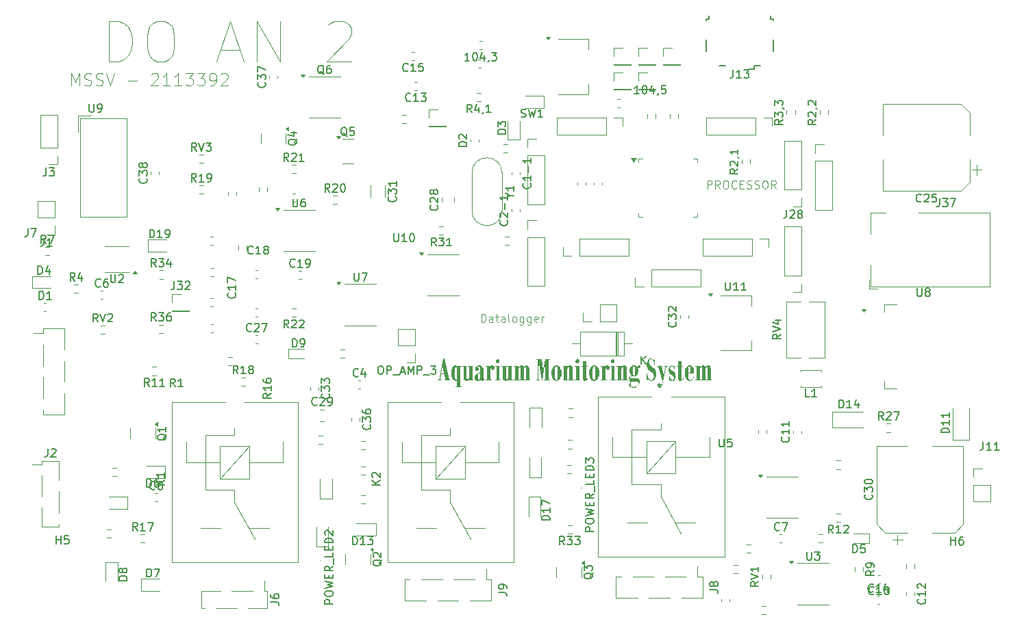
<source format=gbr>
%TF.GenerationSoftware,KiCad,Pcbnew,8.0.4*%
%TF.CreationDate,2024-09-30T00:09:27+07:00*%
%TF.ProjectId,Schematic_editted,53636865-6d61-4746-9963-5f6564697474,rev?*%
%TF.SameCoordinates,Original*%
%TF.FileFunction,Legend,Top*%
%TF.FilePolarity,Positive*%
%FSLAX46Y46*%
G04 Gerber Fmt 4.6, Leading zero omitted, Abs format (unit mm)*
G04 Created by KiCad (PCBNEW 8.0.4) date 2024-09-30 00:09:27*
%MOMM*%
%LPD*%
G01*
G04 APERTURE LIST*
%ADD10C,0.100000*%
%ADD11C,0.200000*%
%ADD12C,0.150000*%
%ADD13C,0.120000*%
G04 APERTURE END LIST*
D10*
X174645884Y-89022419D02*
X174645884Y-88022419D01*
X174645884Y-88022419D02*
X175026836Y-88022419D01*
X175026836Y-88022419D02*
X175122074Y-88070038D01*
X175122074Y-88070038D02*
X175169693Y-88117657D01*
X175169693Y-88117657D02*
X175217312Y-88212895D01*
X175217312Y-88212895D02*
X175217312Y-88355752D01*
X175217312Y-88355752D02*
X175169693Y-88450990D01*
X175169693Y-88450990D02*
X175122074Y-88498609D01*
X175122074Y-88498609D02*
X175026836Y-88546228D01*
X175026836Y-88546228D02*
X174645884Y-88546228D01*
X176217312Y-89022419D02*
X175883979Y-88546228D01*
X175645884Y-89022419D02*
X175645884Y-88022419D01*
X175645884Y-88022419D02*
X176026836Y-88022419D01*
X176026836Y-88022419D02*
X176122074Y-88070038D01*
X176122074Y-88070038D02*
X176169693Y-88117657D01*
X176169693Y-88117657D02*
X176217312Y-88212895D01*
X176217312Y-88212895D02*
X176217312Y-88355752D01*
X176217312Y-88355752D02*
X176169693Y-88450990D01*
X176169693Y-88450990D02*
X176122074Y-88498609D01*
X176122074Y-88498609D02*
X176026836Y-88546228D01*
X176026836Y-88546228D02*
X175645884Y-88546228D01*
X176836360Y-88022419D02*
X177026836Y-88022419D01*
X177026836Y-88022419D02*
X177122074Y-88070038D01*
X177122074Y-88070038D02*
X177217312Y-88165276D01*
X177217312Y-88165276D02*
X177264931Y-88355752D01*
X177264931Y-88355752D02*
X177264931Y-88689085D01*
X177264931Y-88689085D02*
X177217312Y-88879561D01*
X177217312Y-88879561D02*
X177122074Y-88974800D01*
X177122074Y-88974800D02*
X177026836Y-89022419D01*
X177026836Y-89022419D02*
X176836360Y-89022419D01*
X176836360Y-89022419D02*
X176741122Y-88974800D01*
X176741122Y-88974800D02*
X176645884Y-88879561D01*
X176645884Y-88879561D02*
X176598265Y-88689085D01*
X176598265Y-88689085D02*
X176598265Y-88355752D01*
X176598265Y-88355752D02*
X176645884Y-88165276D01*
X176645884Y-88165276D02*
X176741122Y-88070038D01*
X176741122Y-88070038D02*
X176836360Y-88022419D01*
X178264931Y-88927180D02*
X178217312Y-88974800D01*
X178217312Y-88974800D02*
X178074455Y-89022419D01*
X178074455Y-89022419D02*
X177979217Y-89022419D01*
X177979217Y-89022419D02*
X177836360Y-88974800D01*
X177836360Y-88974800D02*
X177741122Y-88879561D01*
X177741122Y-88879561D02*
X177693503Y-88784323D01*
X177693503Y-88784323D02*
X177645884Y-88593847D01*
X177645884Y-88593847D02*
X177645884Y-88450990D01*
X177645884Y-88450990D02*
X177693503Y-88260514D01*
X177693503Y-88260514D02*
X177741122Y-88165276D01*
X177741122Y-88165276D02*
X177836360Y-88070038D01*
X177836360Y-88070038D02*
X177979217Y-88022419D01*
X177979217Y-88022419D02*
X178074455Y-88022419D01*
X178074455Y-88022419D02*
X178217312Y-88070038D01*
X178217312Y-88070038D02*
X178264931Y-88117657D01*
X178693503Y-88498609D02*
X179026836Y-88498609D01*
X179169693Y-89022419D02*
X178693503Y-89022419D01*
X178693503Y-89022419D02*
X178693503Y-88022419D01*
X178693503Y-88022419D02*
X179169693Y-88022419D01*
X179550646Y-88974800D02*
X179693503Y-89022419D01*
X179693503Y-89022419D02*
X179931598Y-89022419D01*
X179931598Y-89022419D02*
X180026836Y-88974800D01*
X180026836Y-88974800D02*
X180074455Y-88927180D01*
X180074455Y-88927180D02*
X180122074Y-88831942D01*
X180122074Y-88831942D02*
X180122074Y-88736704D01*
X180122074Y-88736704D02*
X180074455Y-88641466D01*
X180074455Y-88641466D02*
X180026836Y-88593847D01*
X180026836Y-88593847D02*
X179931598Y-88546228D01*
X179931598Y-88546228D02*
X179741122Y-88498609D01*
X179741122Y-88498609D02*
X179645884Y-88450990D01*
X179645884Y-88450990D02*
X179598265Y-88403371D01*
X179598265Y-88403371D02*
X179550646Y-88308133D01*
X179550646Y-88308133D02*
X179550646Y-88212895D01*
X179550646Y-88212895D02*
X179598265Y-88117657D01*
X179598265Y-88117657D02*
X179645884Y-88070038D01*
X179645884Y-88070038D02*
X179741122Y-88022419D01*
X179741122Y-88022419D02*
X179979217Y-88022419D01*
X179979217Y-88022419D02*
X180122074Y-88070038D01*
X180503027Y-88974800D02*
X180645884Y-89022419D01*
X180645884Y-89022419D02*
X180883979Y-89022419D01*
X180883979Y-89022419D02*
X180979217Y-88974800D01*
X180979217Y-88974800D02*
X181026836Y-88927180D01*
X181026836Y-88927180D02*
X181074455Y-88831942D01*
X181074455Y-88831942D02*
X181074455Y-88736704D01*
X181074455Y-88736704D02*
X181026836Y-88641466D01*
X181026836Y-88641466D02*
X180979217Y-88593847D01*
X180979217Y-88593847D02*
X180883979Y-88546228D01*
X180883979Y-88546228D02*
X180693503Y-88498609D01*
X180693503Y-88498609D02*
X180598265Y-88450990D01*
X180598265Y-88450990D02*
X180550646Y-88403371D01*
X180550646Y-88403371D02*
X180503027Y-88308133D01*
X180503027Y-88308133D02*
X180503027Y-88212895D01*
X180503027Y-88212895D02*
X180550646Y-88117657D01*
X180550646Y-88117657D02*
X180598265Y-88070038D01*
X180598265Y-88070038D02*
X180693503Y-88022419D01*
X180693503Y-88022419D02*
X180931598Y-88022419D01*
X180931598Y-88022419D02*
X181074455Y-88070038D01*
X181693503Y-88022419D02*
X181883979Y-88022419D01*
X181883979Y-88022419D02*
X181979217Y-88070038D01*
X181979217Y-88070038D02*
X182074455Y-88165276D01*
X182074455Y-88165276D02*
X182122074Y-88355752D01*
X182122074Y-88355752D02*
X182122074Y-88689085D01*
X182122074Y-88689085D02*
X182074455Y-88879561D01*
X182074455Y-88879561D02*
X181979217Y-88974800D01*
X181979217Y-88974800D02*
X181883979Y-89022419D01*
X181883979Y-89022419D02*
X181693503Y-89022419D01*
X181693503Y-89022419D02*
X181598265Y-88974800D01*
X181598265Y-88974800D02*
X181503027Y-88879561D01*
X181503027Y-88879561D02*
X181455408Y-88689085D01*
X181455408Y-88689085D02*
X181455408Y-88355752D01*
X181455408Y-88355752D02*
X181503027Y-88165276D01*
X181503027Y-88165276D02*
X181598265Y-88070038D01*
X181598265Y-88070038D02*
X181693503Y-88022419D01*
X183122074Y-89022419D02*
X182788741Y-88546228D01*
X182550646Y-89022419D02*
X182550646Y-88022419D01*
X182550646Y-88022419D02*
X182931598Y-88022419D01*
X182931598Y-88022419D02*
X183026836Y-88070038D01*
X183026836Y-88070038D02*
X183074455Y-88117657D01*
X183074455Y-88117657D02*
X183122074Y-88212895D01*
X183122074Y-88212895D02*
X183122074Y-88355752D01*
X183122074Y-88355752D02*
X183074455Y-88450990D01*
X183074455Y-88450990D02*
X183026836Y-88498609D01*
X183026836Y-88498609D02*
X182931598Y-88546228D01*
X182931598Y-88546228D02*
X182550646Y-88546228D01*
X96024931Y-76261228D02*
X96024931Y-74761228D01*
X96024931Y-74761228D02*
X96524931Y-75832657D01*
X96524931Y-75832657D02*
X97024931Y-74761228D01*
X97024931Y-74761228D02*
X97024931Y-76261228D01*
X97667789Y-76189800D02*
X97882075Y-76261228D01*
X97882075Y-76261228D02*
X98239217Y-76261228D01*
X98239217Y-76261228D02*
X98382075Y-76189800D01*
X98382075Y-76189800D02*
X98453503Y-76118371D01*
X98453503Y-76118371D02*
X98524932Y-75975514D01*
X98524932Y-75975514D02*
X98524932Y-75832657D01*
X98524932Y-75832657D02*
X98453503Y-75689800D01*
X98453503Y-75689800D02*
X98382075Y-75618371D01*
X98382075Y-75618371D02*
X98239217Y-75546942D01*
X98239217Y-75546942D02*
X97953503Y-75475514D01*
X97953503Y-75475514D02*
X97810646Y-75404085D01*
X97810646Y-75404085D02*
X97739217Y-75332657D01*
X97739217Y-75332657D02*
X97667789Y-75189800D01*
X97667789Y-75189800D02*
X97667789Y-75046942D01*
X97667789Y-75046942D02*
X97739217Y-74904085D01*
X97739217Y-74904085D02*
X97810646Y-74832657D01*
X97810646Y-74832657D02*
X97953503Y-74761228D01*
X97953503Y-74761228D02*
X98310646Y-74761228D01*
X98310646Y-74761228D02*
X98524932Y-74832657D01*
X99096360Y-76189800D02*
X99310646Y-76261228D01*
X99310646Y-76261228D02*
X99667788Y-76261228D01*
X99667788Y-76261228D02*
X99810646Y-76189800D01*
X99810646Y-76189800D02*
X99882074Y-76118371D01*
X99882074Y-76118371D02*
X99953503Y-75975514D01*
X99953503Y-75975514D02*
X99953503Y-75832657D01*
X99953503Y-75832657D02*
X99882074Y-75689800D01*
X99882074Y-75689800D02*
X99810646Y-75618371D01*
X99810646Y-75618371D02*
X99667788Y-75546942D01*
X99667788Y-75546942D02*
X99382074Y-75475514D01*
X99382074Y-75475514D02*
X99239217Y-75404085D01*
X99239217Y-75404085D02*
X99167788Y-75332657D01*
X99167788Y-75332657D02*
X99096360Y-75189800D01*
X99096360Y-75189800D02*
X99096360Y-75046942D01*
X99096360Y-75046942D02*
X99167788Y-74904085D01*
X99167788Y-74904085D02*
X99239217Y-74832657D01*
X99239217Y-74832657D02*
X99382074Y-74761228D01*
X99382074Y-74761228D02*
X99739217Y-74761228D01*
X99739217Y-74761228D02*
X99953503Y-74832657D01*
X100382074Y-74761228D02*
X100882074Y-76261228D01*
X100882074Y-76261228D02*
X101382074Y-74761228D01*
X103024930Y-75689800D02*
X104167788Y-75689800D01*
X105953502Y-74904085D02*
X106024930Y-74832657D01*
X106024930Y-74832657D02*
X106167788Y-74761228D01*
X106167788Y-74761228D02*
X106524930Y-74761228D01*
X106524930Y-74761228D02*
X106667788Y-74832657D01*
X106667788Y-74832657D02*
X106739216Y-74904085D01*
X106739216Y-74904085D02*
X106810645Y-75046942D01*
X106810645Y-75046942D02*
X106810645Y-75189800D01*
X106810645Y-75189800D02*
X106739216Y-75404085D01*
X106739216Y-75404085D02*
X105882073Y-76261228D01*
X105882073Y-76261228D02*
X106810645Y-76261228D01*
X108239216Y-76261228D02*
X107382073Y-76261228D01*
X107810644Y-76261228D02*
X107810644Y-74761228D01*
X107810644Y-74761228D02*
X107667787Y-74975514D01*
X107667787Y-74975514D02*
X107524930Y-75118371D01*
X107524930Y-75118371D02*
X107382073Y-75189800D01*
X109667787Y-76261228D02*
X108810644Y-76261228D01*
X109239215Y-76261228D02*
X109239215Y-74761228D01*
X109239215Y-74761228D02*
X109096358Y-74975514D01*
X109096358Y-74975514D02*
X108953501Y-75118371D01*
X108953501Y-75118371D02*
X108810644Y-75189800D01*
X110167786Y-74761228D02*
X111096358Y-74761228D01*
X111096358Y-74761228D02*
X110596358Y-75332657D01*
X110596358Y-75332657D02*
X110810643Y-75332657D01*
X110810643Y-75332657D02*
X110953501Y-75404085D01*
X110953501Y-75404085D02*
X111024929Y-75475514D01*
X111024929Y-75475514D02*
X111096358Y-75618371D01*
X111096358Y-75618371D02*
X111096358Y-75975514D01*
X111096358Y-75975514D02*
X111024929Y-76118371D01*
X111024929Y-76118371D02*
X110953501Y-76189800D01*
X110953501Y-76189800D02*
X110810643Y-76261228D01*
X110810643Y-76261228D02*
X110382072Y-76261228D01*
X110382072Y-76261228D02*
X110239215Y-76189800D01*
X110239215Y-76189800D02*
X110167786Y-76118371D01*
X111596357Y-74761228D02*
X112524929Y-74761228D01*
X112524929Y-74761228D02*
X112024929Y-75332657D01*
X112024929Y-75332657D02*
X112239214Y-75332657D01*
X112239214Y-75332657D02*
X112382072Y-75404085D01*
X112382072Y-75404085D02*
X112453500Y-75475514D01*
X112453500Y-75475514D02*
X112524929Y-75618371D01*
X112524929Y-75618371D02*
X112524929Y-75975514D01*
X112524929Y-75975514D02*
X112453500Y-76118371D01*
X112453500Y-76118371D02*
X112382072Y-76189800D01*
X112382072Y-76189800D02*
X112239214Y-76261228D01*
X112239214Y-76261228D02*
X111810643Y-76261228D01*
X111810643Y-76261228D02*
X111667786Y-76189800D01*
X111667786Y-76189800D02*
X111596357Y-76118371D01*
X113239214Y-76261228D02*
X113524928Y-76261228D01*
X113524928Y-76261228D02*
X113667785Y-76189800D01*
X113667785Y-76189800D02*
X113739214Y-76118371D01*
X113739214Y-76118371D02*
X113882071Y-75904085D01*
X113882071Y-75904085D02*
X113953500Y-75618371D01*
X113953500Y-75618371D02*
X113953500Y-75046942D01*
X113953500Y-75046942D02*
X113882071Y-74904085D01*
X113882071Y-74904085D02*
X113810643Y-74832657D01*
X113810643Y-74832657D02*
X113667785Y-74761228D01*
X113667785Y-74761228D02*
X113382071Y-74761228D01*
X113382071Y-74761228D02*
X113239214Y-74832657D01*
X113239214Y-74832657D02*
X113167785Y-74904085D01*
X113167785Y-74904085D02*
X113096357Y-75046942D01*
X113096357Y-75046942D02*
X113096357Y-75404085D01*
X113096357Y-75404085D02*
X113167785Y-75546942D01*
X113167785Y-75546942D02*
X113239214Y-75618371D01*
X113239214Y-75618371D02*
X113382071Y-75689800D01*
X113382071Y-75689800D02*
X113667785Y-75689800D01*
X113667785Y-75689800D02*
X113810643Y-75618371D01*
X113810643Y-75618371D02*
X113882071Y-75546942D01*
X113882071Y-75546942D02*
X113953500Y-75404085D01*
X114524928Y-74904085D02*
X114596356Y-74832657D01*
X114596356Y-74832657D02*
X114739214Y-74761228D01*
X114739214Y-74761228D02*
X115096356Y-74761228D01*
X115096356Y-74761228D02*
X115239214Y-74832657D01*
X115239214Y-74832657D02*
X115310642Y-74904085D01*
X115310642Y-74904085D02*
X115382071Y-75046942D01*
X115382071Y-75046942D02*
X115382071Y-75189800D01*
X115382071Y-75189800D02*
X115310642Y-75404085D01*
X115310642Y-75404085D02*
X114453499Y-76261228D01*
X114453499Y-76261228D02*
X115382071Y-76261228D01*
X100668265Y-73292895D02*
X100668265Y-68292895D01*
X100668265Y-68292895D02*
X101858741Y-68292895D01*
X101858741Y-68292895D02*
X102573027Y-68530990D01*
X102573027Y-68530990D02*
X103049217Y-69007180D01*
X103049217Y-69007180D02*
X103287312Y-69483371D01*
X103287312Y-69483371D02*
X103525408Y-70435752D01*
X103525408Y-70435752D02*
X103525408Y-71150038D01*
X103525408Y-71150038D02*
X103287312Y-72102419D01*
X103287312Y-72102419D02*
X103049217Y-72578609D01*
X103049217Y-72578609D02*
X102573027Y-73054800D01*
X102573027Y-73054800D02*
X101858741Y-73292895D01*
X101858741Y-73292895D02*
X100668265Y-73292895D01*
X106620646Y-68292895D02*
X107573027Y-68292895D01*
X107573027Y-68292895D02*
X108049217Y-68530990D01*
X108049217Y-68530990D02*
X108525408Y-69007180D01*
X108525408Y-69007180D02*
X108763503Y-69959561D01*
X108763503Y-69959561D02*
X108763503Y-71626228D01*
X108763503Y-71626228D02*
X108525408Y-72578609D01*
X108525408Y-72578609D02*
X108049217Y-73054800D01*
X108049217Y-73054800D02*
X107573027Y-73292895D01*
X107573027Y-73292895D02*
X106620646Y-73292895D01*
X106620646Y-73292895D02*
X106144455Y-73054800D01*
X106144455Y-73054800D02*
X105668265Y-72578609D01*
X105668265Y-72578609D02*
X105430169Y-71626228D01*
X105430169Y-71626228D02*
X105430169Y-69959561D01*
X105430169Y-69959561D02*
X105668265Y-69007180D01*
X105668265Y-69007180D02*
X106144455Y-68530990D01*
X106144455Y-68530990D02*
X106620646Y-68292895D01*
X114477788Y-71864323D02*
X116858741Y-71864323D01*
X114001598Y-73292895D02*
X115668265Y-68292895D01*
X115668265Y-68292895D02*
X117334931Y-73292895D01*
X119001598Y-73292895D02*
X119001598Y-68292895D01*
X119001598Y-68292895D02*
X121858741Y-73292895D01*
X121858741Y-73292895D02*
X121858741Y-68292895D01*
X127811121Y-68769085D02*
X128049217Y-68530990D01*
X128049217Y-68530990D02*
X128525407Y-68292895D01*
X128525407Y-68292895D02*
X129715883Y-68292895D01*
X129715883Y-68292895D02*
X130192074Y-68530990D01*
X130192074Y-68530990D02*
X130430169Y-68769085D01*
X130430169Y-68769085D02*
X130668264Y-69245276D01*
X130668264Y-69245276D02*
X130668264Y-69721466D01*
X130668264Y-69721466D02*
X130430169Y-70435752D01*
X130430169Y-70435752D02*
X127573026Y-73292895D01*
X127573026Y-73292895D02*
X130668264Y-73292895D01*
D11*
G36*
X142731891Y-112676210D02*
G01*
X142875995Y-112676210D01*
X142875995Y-112770000D01*
X142154868Y-112770000D01*
X142154868Y-112676210D01*
X142292254Y-112676210D01*
X142144487Y-112019685D01*
X141721947Y-112019685D01*
X141634630Y-112492295D01*
X141627914Y-112542121D01*
X141699355Y-112667830D01*
X141754920Y-112676210D01*
X141814759Y-112676210D01*
X141814759Y-112770000D01*
X141356193Y-112770000D01*
X141356193Y-112676210D01*
X141412980Y-112676210D01*
X141527087Y-112612383D01*
X141564411Y-112512812D01*
X141675298Y-111925896D01*
X141734159Y-111925896D01*
X142131054Y-111925896D01*
X141922837Y-110985806D01*
X141916120Y-110985806D01*
X141734159Y-111925896D01*
X141675298Y-111925896D01*
X142029693Y-110050111D01*
X142154868Y-110050111D01*
X142731891Y-112676210D01*
G37*
G36*
X143594405Y-110922545D02*
G01*
X143698628Y-110999586D01*
X143735119Y-111042226D01*
X143735119Y-110941109D01*
X144286497Y-110941109D01*
X144286497Y-111034898D01*
X144141783Y-111034898D01*
X144141783Y-113520314D01*
X144282833Y-113520314D01*
X144282833Y-113614103D01*
X143551326Y-113614103D01*
X143551326Y-113520314D01*
X143735119Y-113520314D01*
X143735119Y-112690865D01*
X143635676Y-112778781D01*
X143623378Y-112786852D01*
X143499546Y-112816865D01*
X143494540Y-112816894D01*
X143362138Y-112792064D01*
X143248102Y-112717575D01*
X143161173Y-112608076D01*
X143135503Y-112562637D01*
X143077800Y-112423831D01*
X143040835Y-112283217D01*
X143016491Y-112124720D01*
X143005672Y-111974634D01*
X143003612Y-111867278D01*
X143008034Y-111705437D01*
X143021300Y-111556784D01*
X143047956Y-111400026D01*
X143075629Y-111303810D01*
X143463399Y-111303810D01*
X143463399Y-112444668D01*
X143486438Y-112593181D01*
X143495761Y-112613928D01*
X143581856Y-112676210D01*
X143684438Y-112618325D01*
X143735119Y-112501088D01*
X143735119Y-111292086D01*
X143708286Y-111147705D01*
X143691155Y-111112568D01*
X143594069Y-111034898D01*
X143498203Y-111106706D01*
X143465064Y-111251552D01*
X143463399Y-111303810D01*
X143075629Y-111303810D01*
X143093160Y-111242856D01*
X143129397Y-111156531D01*
X143207208Y-111029728D01*
X143309413Y-110937507D01*
X143428195Y-110896520D01*
X143467062Y-110894214D01*
X143594405Y-110922545D01*
G37*
G36*
X144365876Y-110941109D02*
G01*
X144920307Y-110941109D01*
X144920307Y-112485701D01*
X144975509Y-112617955D01*
X145027163Y-112629316D01*
X145127341Y-112535292D01*
X145133409Y-112522337D01*
X145181732Y-112386647D01*
X145195080Y-112320104D01*
X145198744Y-112313510D01*
X145198744Y-111034898D01*
X145050977Y-111034898D01*
X145050977Y-110941109D01*
X145607240Y-110941109D01*
X145607240Y-112676210D01*
X145758671Y-112676210D01*
X145758671Y-112770000D01*
X145198744Y-112770000D01*
X145198744Y-112554577D01*
X145192027Y-112554577D01*
X145117165Y-112678703D01*
X145048535Y-112753879D01*
X144932354Y-112809448D01*
X144856804Y-112816894D01*
X144728532Y-112790329D01*
X144623068Y-112710634D01*
X144610729Y-112695994D01*
X144541043Y-112567677D01*
X144514496Y-112420897D01*
X144513643Y-112386050D01*
X144513643Y-111034898D01*
X144365876Y-111034898D01*
X144365876Y-110941109D01*
G37*
G36*
X146593924Y-110905922D02*
G01*
X146714137Y-110946394D01*
X146824333Y-111024302D01*
X146841888Y-111042226D01*
X146920107Y-111155601D01*
X146965858Y-111293219D01*
X146979274Y-111439364D01*
X146979274Y-112553112D01*
X147015300Y-112629316D01*
X147063538Y-112488632D01*
X147123988Y-112488632D01*
X147123988Y-112559706D01*
X147091183Y-112704008D01*
X147060485Y-112747285D01*
X146945857Y-112811388D01*
X146888294Y-112816894D01*
X146762192Y-112791526D01*
X146659682Y-112705985D01*
X146606804Y-112602205D01*
X146535058Y-112721159D01*
X146484683Y-112767801D01*
X146365171Y-112811093D01*
X146280740Y-112816894D01*
X146154573Y-112801129D01*
X146036898Y-112742886D01*
X145996197Y-112704787D01*
X145924319Y-112578391D01*
X145896938Y-112423236D01*
X145896057Y-112385317D01*
X145921995Y-112229579D01*
X145923899Y-112226315D01*
X146328367Y-112226315D01*
X146328367Y-112484968D01*
X146354165Y-112628400D01*
X146431560Y-112676210D01*
X146532310Y-112594145D01*
X146572234Y-112453924D01*
X146575663Y-112387515D01*
X146575663Y-111785212D01*
X146501780Y-111854089D01*
X146405244Y-111949710D01*
X146361951Y-112013824D01*
X146330466Y-112158904D01*
X146328367Y-112226315D01*
X145923899Y-112226315D01*
X145999806Y-112096213D01*
X146112520Y-111996447D01*
X146223953Y-111933224D01*
X146338006Y-111870132D01*
X146427286Y-111810858D01*
X146519194Y-111713980D01*
X146575663Y-111644528D01*
X146575663Y-111174117D01*
X146527425Y-111040027D01*
X146411827Y-110988207D01*
X146402251Y-110988004D01*
X146281351Y-111022442D01*
X146223953Y-111091318D01*
X146275244Y-111163126D01*
X146370041Y-111266011D01*
X146392481Y-111369755D01*
X146347707Y-111510154D01*
X146329588Y-111531688D01*
X146215293Y-111594478D01*
X146177547Y-111597634D01*
X146057584Y-111567025D01*
X146009020Y-111526559D01*
X145949486Y-111393706D01*
X145945517Y-111338248D01*
X145973917Y-111184615D01*
X146051149Y-111063054D01*
X146093894Y-111021709D01*
X146205487Y-110949122D01*
X146335406Y-110906665D01*
X146469418Y-110894214D01*
X146593924Y-110905922D01*
G37*
G36*
X147804815Y-110941109D02*
G01*
X147804815Y-111136748D01*
X147811532Y-111136748D01*
X147876541Y-110998665D01*
X147979881Y-110913399D01*
X148079588Y-110894214D01*
X148203093Y-110925212D01*
X148269487Y-110982142D01*
X148332456Y-111113174D01*
X148342760Y-111212951D01*
X148307728Y-111355204D01*
X148285363Y-111387341D01*
X148171938Y-111454503D01*
X148140039Y-111456950D01*
X148020092Y-111410948D01*
X148006926Y-111396866D01*
X147956691Y-111259079D01*
X147956246Y-111241528D01*
X148000789Y-111104442D01*
X148006926Y-111097180D01*
X148057607Y-111015115D01*
X148016085Y-110988004D01*
X147906737Y-111058031D01*
X147868929Y-111123558D01*
X147822910Y-111260097D01*
X147805379Y-111405836D01*
X147804815Y-111439364D01*
X147804815Y-112676210D01*
X147973343Y-112676210D01*
X147973343Y-112770000D01*
X147255269Y-112770000D01*
X147255269Y-112676210D01*
X147396319Y-112676210D01*
X147396319Y-111034898D01*
X147252216Y-111034898D01*
X147252216Y-110941109D01*
X147804815Y-110941109D01*
G37*
G36*
X148522889Y-110378374D02*
G01*
X148554347Y-110234458D01*
X148589445Y-110179804D01*
X148694787Y-110105092D01*
X148751256Y-110097006D01*
X148873428Y-110139780D01*
X148913678Y-110179804D01*
X148974836Y-110308922D01*
X148981455Y-110378374D01*
X148949420Y-110522635D01*
X148913678Y-110577676D01*
X148807785Y-110651727D01*
X148751256Y-110659741D01*
X148629400Y-110617346D01*
X148589445Y-110577676D01*
X148529389Y-110447897D01*
X148522889Y-110378374D01*
G37*
G36*
X148421528Y-110941109D02*
G01*
X148981455Y-110941109D01*
X148981455Y-112676210D01*
X149117010Y-112676210D01*
X149117010Y-112770000D01*
X148418475Y-112770000D01*
X148418475Y-112676210D01*
X148572959Y-112676210D01*
X148572959Y-111034898D01*
X148421528Y-111034898D01*
X148421528Y-110941109D01*
G37*
G36*
X149209212Y-110941109D02*
G01*
X149763643Y-110941109D01*
X149763643Y-112485701D01*
X149818845Y-112617955D01*
X149870499Y-112629316D01*
X149970677Y-112535292D01*
X149976745Y-112522337D01*
X150025068Y-112386647D01*
X150038416Y-112320104D01*
X150042080Y-112313510D01*
X150042080Y-111034898D01*
X149894313Y-111034898D01*
X149894313Y-110941109D01*
X150450576Y-110941109D01*
X150450576Y-112676210D01*
X150602006Y-112676210D01*
X150602006Y-112770000D01*
X150042080Y-112770000D01*
X150042080Y-112554577D01*
X150035363Y-112554577D01*
X149960501Y-112678703D01*
X149891870Y-112753879D01*
X149775689Y-112809448D01*
X149700140Y-112816894D01*
X149571868Y-112790329D01*
X149466404Y-112710634D01*
X149454065Y-112695994D01*
X149384379Y-112567677D01*
X149357832Y-112420897D01*
X149356979Y-112386050D01*
X149356979Y-111034898D01*
X149209212Y-111034898D01*
X149209212Y-110941109D01*
G37*
G36*
X151285276Y-110941109D02*
G01*
X151285276Y-111177780D01*
X151291993Y-111177780D01*
X151363014Y-111053720D01*
X151456506Y-110956521D01*
X151577268Y-110901137D01*
X151644313Y-110894214D01*
X151770251Y-110924196D01*
X151869474Y-111014141D01*
X151935935Y-111146361D01*
X151953280Y-111201228D01*
X152023633Y-111074969D01*
X152108355Y-110966892D01*
X152127914Y-110950635D01*
X152245209Y-110900881D01*
X152319034Y-110894214D01*
X152440937Y-110923033D01*
X152542180Y-111009490D01*
X152554117Y-111025373D01*
X152618816Y-111152538D01*
X152647283Y-111305790D01*
X152648762Y-111354368D01*
X152648762Y-112676210D01*
X152786148Y-112676210D01*
X152786148Y-112770000D01*
X152145621Y-112770000D01*
X152145621Y-112676210D01*
X152242097Y-112676210D01*
X152242097Y-111314801D01*
X152227082Y-111163937D01*
X152151117Y-111081793D01*
X152047733Y-111164225D01*
X152019836Y-111228339D01*
X151977375Y-111367108D01*
X151967324Y-111440097D01*
X151967324Y-112676210D01*
X152065021Y-112676210D01*
X152065021Y-112770000D01*
X151460520Y-112770000D01*
X151460520Y-112676210D01*
X151555164Y-112676210D01*
X151555164Y-111246657D01*
X151531961Y-111128688D01*
X151470900Y-111081793D01*
X151369320Y-111166443D01*
X151346337Y-111210020D01*
X151298693Y-111350191D01*
X151285276Y-111480397D01*
X151285276Y-112676210D01*
X151379920Y-112676210D01*
X151379920Y-112770000D01*
X150718632Y-112770000D01*
X150718632Y-112676210D01*
X150873116Y-112676210D01*
X150873116Y-111034898D01*
X150718632Y-111034898D01*
X150718632Y-110941109D01*
X151285276Y-110941109D01*
G37*
G36*
X153534142Y-110097006D02*
G01*
X154162457Y-110097006D01*
X154384107Y-111476734D01*
X154599041Y-110097006D01*
X155232851Y-110097006D01*
X155232851Y-110190795D01*
X155078367Y-110190795D01*
X155078367Y-112676210D01*
X155229187Y-112676210D01*
X155229187Y-112770000D01*
X154483636Y-112770000D01*
X154483636Y-112676210D01*
X154645447Y-112676210D01*
X154638730Y-110226699D01*
X154244889Y-112770000D01*
X154155740Y-112770000D01*
X153745412Y-110179804D01*
X153745412Y-112468848D01*
X153770190Y-112613033D01*
X153780217Y-112629316D01*
X153898115Y-112676164D01*
X153903559Y-112676210D01*
X153903559Y-112770000D01*
X153530478Y-112770000D01*
X153530478Y-112676210D01*
X153648325Y-112630781D01*
X153681778Y-112484421D01*
X153681909Y-112470314D01*
X153681909Y-110190795D01*
X153534142Y-110190795D01*
X153534142Y-110097006D01*
G37*
G36*
X156133954Y-110911342D02*
G01*
X156249512Y-110962725D01*
X156355605Y-111048362D01*
X156452233Y-111168255D01*
X156523848Y-111293297D01*
X156577873Y-111429278D01*
X156614308Y-111576199D01*
X156633154Y-111734059D01*
X156636026Y-111829176D01*
X156629736Y-111985634D01*
X156610867Y-112131324D01*
X156572954Y-112287686D01*
X156517919Y-112429392D01*
X156457118Y-112539190D01*
X156374584Y-112647397D01*
X156269169Y-112738519D01*
X156151923Y-112794927D01*
X156022846Y-112816623D01*
X156005879Y-112816894D01*
X155875439Y-112799858D01*
X155757057Y-112748750D01*
X155650735Y-112663571D01*
X155556473Y-112544319D01*
X155487951Y-112417354D01*
X155436259Y-112274961D01*
X155401398Y-112117141D01*
X155384911Y-111969588D01*
X155380618Y-111837969D01*
X155389325Y-111669074D01*
X155415446Y-111512451D01*
X155458982Y-111368100D01*
X155491017Y-111298681D01*
X155841016Y-111298681D01*
X155841016Y-112422686D01*
X155856758Y-112581110D01*
X155931691Y-112704329D01*
X156002216Y-112723105D01*
X156120759Y-112668829D01*
X156171395Y-112521230D01*
X156175628Y-112439539D01*
X156175628Y-111329455D01*
X156167444Y-111177020D01*
X156138381Y-111064207D01*
X156028920Y-110989194D01*
X156005879Y-110988004D01*
X155889139Y-111042981D01*
X155878873Y-111059811D01*
X155844713Y-111203569D01*
X155841016Y-111298681D01*
X155491017Y-111298681D01*
X155519932Y-111236021D01*
X155562579Y-111166057D01*
X155658711Y-111047126D01*
X155765148Y-110962175D01*
X155881888Y-110911205D01*
X156008933Y-110894214D01*
X156133954Y-110911342D01*
G37*
G36*
X157341888Y-110941109D02*
G01*
X157341888Y-111165324D01*
X157365702Y-111126489D01*
X157448541Y-111014564D01*
X157515911Y-110948436D01*
X157631431Y-110898503D01*
X157685049Y-110894214D01*
X157810522Y-110921423D01*
X157915601Y-111003050D01*
X157928071Y-111018046D01*
X157999072Y-111146652D01*
X158026120Y-111290508D01*
X158026989Y-111324326D01*
X158026989Y-112676210D01*
X158178420Y-112676210D01*
X158178420Y-112770000D01*
X157520796Y-112770000D01*
X157520796Y-112676210D01*
X157614829Y-112676210D01*
X157614829Y-111240062D01*
X157575001Y-111097249D01*
X157530565Y-111081793D01*
X157427211Y-111162798D01*
X157395011Y-111238597D01*
X157352056Y-111377778D01*
X157341888Y-111435701D01*
X157341888Y-112676210D01*
X157446912Y-112676210D01*
X157446912Y-112770000D01*
X156785625Y-112770000D01*
X156785625Y-112676210D01*
X156933392Y-112676210D01*
X156933392Y-111034898D01*
X156785625Y-111034898D01*
X156785625Y-110941109D01*
X157341888Y-110941109D01*
G37*
G36*
X158375646Y-110378374D02*
G01*
X158407104Y-110234458D01*
X158442202Y-110179804D01*
X158547544Y-110105092D01*
X158604013Y-110097006D01*
X158726184Y-110139780D01*
X158766434Y-110179804D01*
X158827593Y-110308922D01*
X158834212Y-110378374D01*
X158802176Y-110522635D01*
X158766434Y-110577676D01*
X158660542Y-110651727D01*
X158604013Y-110659741D01*
X158482157Y-110617346D01*
X158442202Y-110577676D01*
X158382145Y-110447897D01*
X158375646Y-110378374D01*
G37*
G36*
X158274285Y-110941109D02*
G01*
X158834212Y-110941109D01*
X158834212Y-112676210D01*
X158969766Y-112676210D01*
X158969766Y-112770000D01*
X158271232Y-112770000D01*
X158271232Y-112676210D01*
X158425715Y-112676210D01*
X158425715Y-111034898D01*
X158274285Y-111034898D01*
X158274285Y-110941109D01*
G37*
G36*
X159257362Y-110425268D02*
G01*
X159666469Y-110425268D01*
X159666469Y-110941109D01*
X159841713Y-110941109D01*
X159841713Y-111034898D01*
X159666469Y-111034898D01*
X159666469Y-112600739D01*
X159709212Y-112676210D01*
X159802186Y-112566301D01*
X159838885Y-112412153D01*
X159841713Y-112394842D01*
X159898500Y-112394842D01*
X159867762Y-112559294D01*
X159803152Y-112697780D01*
X159692878Y-112790516D01*
X159561445Y-112816894D01*
X159439255Y-112800150D01*
X159336131Y-112740690D01*
X159266670Y-112611957D01*
X159257362Y-112521605D01*
X159257362Y-111034898D01*
X159079065Y-111034898D01*
X159079065Y-110941109D01*
X159257362Y-110941109D01*
X159257362Y-110425268D01*
G37*
G36*
X160794108Y-110911342D02*
G01*
X160909665Y-110962725D01*
X161015758Y-111048362D01*
X161112387Y-111168255D01*
X161184001Y-111293297D01*
X161238026Y-111429278D01*
X161274462Y-111576199D01*
X161293308Y-111734059D01*
X161296180Y-111829176D01*
X161289890Y-111985634D01*
X161271021Y-112131324D01*
X161233108Y-112287686D01*
X161178072Y-112429392D01*
X161117272Y-112539190D01*
X161034738Y-112647397D01*
X160929322Y-112738519D01*
X160812076Y-112794927D01*
X160682999Y-112816623D01*
X160666033Y-112816894D01*
X160535592Y-112799858D01*
X160417211Y-112748750D01*
X160310889Y-112663571D01*
X160216626Y-112544319D01*
X160148105Y-112417354D01*
X160096413Y-112274961D01*
X160061551Y-112117141D01*
X160045065Y-111969588D01*
X160040771Y-111837969D01*
X160049478Y-111669074D01*
X160075600Y-111512451D01*
X160119135Y-111368100D01*
X160151170Y-111298681D01*
X160501169Y-111298681D01*
X160501169Y-112422686D01*
X160516911Y-112581110D01*
X160591844Y-112704329D01*
X160662369Y-112723105D01*
X160780913Y-112668829D01*
X160831548Y-112521230D01*
X160835782Y-112439539D01*
X160835782Y-111329455D01*
X160827598Y-111177020D01*
X160798535Y-111064207D01*
X160689074Y-110989194D01*
X160666033Y-110988004D01*
X160549293Y-111042981D01*
X160539027Y-111059811D01*
X160504866Y-111203569D01*
X160501169Y-111298681D01*
X160151170Y-111298681D01*
X160180085Y-111236021D01*
X160222732Y-111166057D01*
X160318865Y-111047126D01*
X160425301Y-110962175D01*
X160542042Y-110911205D01*
X160669086Y-110894214D01*
X160794108Y-110911342D01*
G37*
G36*
X162029519Y-110941109D02*
G01*
X162029519Y-111136748D01*
X162036235Y-111136748D01*
X162101244Y-110998665D01*
X162204585Y-110913399D01*
X162304292Y-110894214D01*
X162427796Y-110925212D01*
X162494191Y-110982142D01*
X162557160Y-111113174D01*
X162567464Y-111212951D01*
X162532431Y-111355204D01*
X162510066Y-111387341D01*
X162396641Y-111454503D01*
X162364742Y-111456950D01*
X162244796Y-111410948D01*
X162231630Y-111396866D01*
X162181395Y-111259079D01*
X162180949Y-111241528D01*
X162225493Y-111104442D01*
X162231630Y-111097180D01*
X162282310Y-111015115D01*
X162240789Y-110988004D01*
X162131441Y-111058031D01*
X162093632Y-111123558D01*
X162047613Y-111260097D01*
X162030082Y-111405836D01*
X162029519Y-111439364D01*
X162029519Y-112676210D01*
X162198046Y-112676210D01*
X162198046Y-112770000D01*
X161479972Y-112770000D01*
X161479972Y-112676210D01*
X161621023Y-112676210D01*
X161621023Y-111034898D01*
X161476919Y-111034898D01*
X161476919Y-110941109D01*
X162029519Y-110941109D01*
G37*
G36*
X162747593Y-110378374D02*
G01*
X162779051Y-110234458D01*
X162814149Y-110179804D01*
X162919490Y-110105092D01*
X162975960Y-110097006D01*
X163098131Y-110139780D01*
X163138381Y-110179804D01*
X163199540Y-110308922D01*
X163206159Y-110378374D01*
X163174123Y-110522635D01*
X163138381Y-110577676D01*
X163032489Y-110651727D01*
X162975960Y-110659741D01*
X162854104Y-110617346D01*
X162814149Y-110577676D01*
X162754092Y-110447897D01*
X162747593Y-110378374D01*
G37*
G36*
X162646232Y-110941109D02*
G01*
X163206159Y-110941109D01*
X163206159Y-112676210D01*
X163341713Y-112676210D01*
X163341713Y-112770000D01*
X162643179Y-112770000D01*
X162643179Y-112676210D01*
X162797662Y-112676210D01*
X162797662Y-111034898D01*
X162646232Y-111034898D01*
X162646232Y-110941109D01*
G37*
G36*
X164007275Y-110941109D02*
G01*
X164007275Y-111165324D01*
X164031089Y-111126489D01*
X164113929Y-111014564D01*
X164181298Y-110948436D01*
X164296818Y-110898503D01*
X164350436Y-110894214D01*
X164475909Y-110921423D01*
X164580988Y-111003050D01*
X164593458Y-111018046D01*
X164664459Y-111146652D01*
X164691507Y-111290508D01*
X164692376Y-111324326D01*
X164692376Y-112676210D01*
X164843807Y-112676210D01*
X164843807Y-112770000D01*
X164186183Y-112770000D01*
X164186183Y-112676210D01*
X164280217Y-112676210D01*
X164280217Y-111240062D01*
X164240389Y-111097249D01*
X164195953Y-111081793D01*
X164092598Y-111162798D01*
X164060398Y-111238597D01*
X164017443Y-111377778D01*
X164007275Y-111435701D01*
X164007275Y-112676210D01*
X164112300Y-112676210D01*
X164112300Y-112770000D01*
X163451012Y-112770000D01*
X163451012Y-112676210D01*
X163598779Y-112676210D01*
X163598779Y-111034898D01*
X163451012Y-111034898D01*
X163451012Y-110941109D01*
X164007275Y-110941109D01*
G37*
G36*
X166316591Y-110903007D02*
G01*
X166359944Y-111043691D01*
X166328193Y-111173384D01*
X166245150Y-111222477D01*
X166136266Y-111154664D01*
X166129745Y-111127222D01*
X166080286Y-111031235D01*
X166043039Y-111057613D01*
X166013120Y-111109637D01*
X166073977Y-111250930D01*
X166112295Y-111391794D01*
X166128412Y-111546249D01*
X166128524Y-111560265D01*
X166119060Y-111706673D01*
X166085787Y-111854413D01*
X166028556Y-111984185D01*
X165977094Y-112060718D01*
X165874543Y-112162728D01*
X165755415Y-112226956D01*
X165634026Y-112252458D01*
X165590579Y-112254159D01*
X165468649Y-112240969D01*
X165428769Y-112230711D01*
X165329850Y-112207264D01*
X165204265Y-112229984D01*
X165153385Y-112260020D01*
X165087697Y-112384613D01*
X165087439Y-112394842D01*
X165136288Y-112476175D01*
X165258395Y-112495970D01*
X165298709Y-112496692D01*
X165397017Y-112493028D01*
X165506316Y-112488632D01*
X165987474Y-112488632D01*
X166107875Y-112516324D01*
X166206431Y-112606907D01*
X166211567Y-112614661D01*
X166270296Y-112752896D01*
X166292110Y-112906298D01*
X166293388Y-112959776D01*
X166281252Y-113114748D01*
X166238587Y-113268072D01*
X166165204Y-113399139D01*
X166099215Y-113474152D01*
X165992779Y-113555897D01*
X165867642Y-113614286D01*
X165742808Y-113646218D01*
X165603657Y-113660268D01*
X165561270Y-113660997D01*
X165436783Y-113654678D01*
X165310784Y-113632460D01*
X165188233Y-113589011D01*
X165133845Y-113559881D01*
X165032265Y-113477277D01*
X164969754Y-113344379D01*
X164967150Y-113307090D01*
X164983701Y-113253600D01*
X165161323Y-113253600D01*
X165191365Y-113405198D01*
X165281493Y-113507182D01*
X165412048Y-113556183D01*
X165541120Y-113567208D01*
X165677515Y-113559331D01*
X165801544Y-113535701D01*
X165926298Y-113490286D01*
X166012509Y-113441179D01*
X166118539Y-113347521D01*
X166187104Y-113218750D01*
X166198744Y-113129769D01*
X166148424Y-112995413D01*
X166020447Y-112957578D01*
X165393353Y-112957578D01*
X165329850Y-112953182D01*
X165233901Y-113043888D01*
X165169387Y-113178367D01*
X165161323Y-113253600D01*
X164983701Y-113253600D01*
X165011994Y-113162161D01*
X165107521Y-113048703D01*
X165222153Y-112956699D01*
X165238870Y-112945122D01*
X165117337Y-112893812D01*
X165045307Y-112817627D01*
X164997415Y-112673938D01*
X164986136Y-112525753D01*
X164986078Y-112512812D01*
X165001038Y-112362891D01*
X165064236Y-112223201D01*
X165176893Y-112143210D01*
X165298709Y-112122267D01*
X165298709Y-112113475D01*
X165199734Y-112013798D01*
X165116386Y-111885799D01*
X165064789Y-111742780D01*
X165044945Y-111584740D01*
X165044697Y-111563928D01*
X165056627Y-111403154D01*
X165092417Y-111261274D01*
X165133803Y-111178513D01*
X165456856Y-111178513D01*
X165456856Y-111961800D01*
X165495325Y-112104682D01*
X165594243Y-112160369D01*
X165687055Y-112101751D01*
X165724876Y-111959297D01*
X165724913Y-111953740D01*
X165724913Y-111194633D01*
X165692176Y-111052352D01*
X165687666Y-111045157D01*
X165590579Y-110988004D01*
X165493493Y-111040027D01*
X165456856Y-111178513D01*
X165133803Y-111178513D01*
X165160168Y-111125791D01*
X165195517Y-111078129D01*
X165299523Y-110981143D01*
X165422252Y-110920077D01*
X165548718Y-110895831D01*
X165594243Y-110894214D01*
X165727120Y-110913263D01*
X165844662Y-110963638D01*
X165959103Y-111045497D01*
X165970377Y-111055415D01*
X166046523Y-110936939D01*
X166152411Y-110857277D01*
X166209124Y-110847320D01*
X166316591Y-110903007D01*
G37*
G36*
X167166556Y-111925896D02*
G01*
X167226396Y-111925896D01*
X167253189Y-112083245D01*
X167288690Y-112224466D01*
X167339923Y-112366112D01*
X167411155Y-112500282D01*
X167419958Y-112513545D01*
X167512957Y-112624055D01*
X167623795Y-112698342D01*
X167743580Y-112723105D01*
X167868063Y-112687536D01*
X167957293Y-112597076D01*
X168018213Y-112464433D01*
X168041421Y-112314487D01*
X168042167Y-112279071D01*
X168025223Y-112127442D01*
X167974390Y-111987629D01*
X167889668Y-111859630D01*
X167787737Y-111757324D01*
X167771057Y-111743447D01*
X167658293Y-111665652D01*
X167554504Y-111587550D01*
X167545743Y-111580781D01*
X167442721Y-111494252D01*
X167346360Y-111393731D01*
X167332031Y-111375617D01*
X167257434Y-111248389D01*
X167209299Y-111122826D01*
X167173798Y-110977271D01*
X167159888Y-110825207D01*
X167159840Y-110815812D01*
X167168999Y-110656765D01*
X167196476Y-110512280D01*
X167249284Y-110367141D01*
X167306385Y-110266999D01*
X167395150Y-110162156D01*
X167507826Y-110085906D01*
X167635290Y-110052017D01*
X167676413Y-110050111D01*
X167803572Y-110070078D01*
X167920046Y-110129979D01*
X168028839Y-110199762D01*
X168055600Y-110209113D01*
X168109944Y-110180537D01*
X168133147Y-110112393D01*
X168133147Y-110097006D01*
X168189934Y-110097006D01*
X168189934Y-110847320D01*
X168130094Y-110847320D01*
X168106853Y-110700316D01*
X168068208Y-110551359D01*
X168009747Y-110406244D01*
X167974390Y-110341737D01*
X167889139Y-110229102D01*
X167779644Y-110156265D01*
X167707554Y-110143900D01*
X167582661Y-110172185D01*
X167508496Y-110233293D01*
X167447826Y-110361309D01*
X167435834Y-110475094D01*
X167453369Y-110620599D01*
X167511472Y-110760527D01*
X167542080Y-110806287D01*
X167634159Y-110908344D01*
X167737188Y-110998285D01*
X167849692Y-111083098D01*
X167913329Y-111127222D01*
X168034529Y-111222649D01*
X168135187Y-111331241D01*
X168215302Y-111453000D01*
X168274875Y-111587925D01*
X168313906Y-111736016D01*
X168332394Y-111897274D01*
X168334037Y-111965464D01*
X168325856Y-112119036D01*
X168296471Y-112280465D01*
X168245714Y-112426874D01*
X168173586Y-112558261D01*
X168163067Y-112573628D01*
X168072507Y-112680057D01*
X167958492Y-112763442D01*
X167831629Y-112808342D01*
X167739916Y-112816894D01*
X167616381Y-112796979D01*
X167500362Y-112731441D01*
X167479187Y-112712847D01*
X167377843Y-112628715D01*
X167330810Y-112608799D01*
X167239152Y-112715217D01*
X167233113Y-112770000D01*
X167166556Y-112770000D01*
X167166556Y-111925896D01*
G37*
G36*
X168455548Y-110941109D02*
G01*
X169137596Y-110941109D01*
X169133933Y-111034898D01*
X168989829Y-111034898D01*
X169288416Y-112112009D01*
X169295133Y-112112009D01*
X169472209Y-111275233D01*
X169485642Y-111163859D01*
X169416090Y-111038047D01*
X169387945Y-111034898D01*
X169311009Y-111034898D01*
X169311009Y-110941109D01*
X169757362Y-110941109D01*
X169753699Y-111034898D01*
X169634648Y-111080282D01*
X169609595Y-111105973D01*
X169545498Y-111238963D01*
X169522279Y-111328722D01*
X169123552Y-113241144D01*
X169090019Y-113383650D01*
X169029519Y-113515917D01*
X168934037Y-113620052D01*
X168806911Y-113659722D01*
X168774896Y-113660997D01*
X168650518Y-113635031D01*
X168574616Y-113578932D01*
X168507309Y-113450709D01*
X168498290Y-113367173D01*
X168525708Y-113220172D01*
X168556298Y-113170069D01*
X168668268Y-113102750D01*
X168716277Y-113098262D01*
X168833759Y-113142080D01*
X168851221Y-113159811D01*
X168904716Y-113292927D01*
X168905565Y-113315882D01*
X168892132Y-113394284D01*
X168860991Y-113469023D01*
X168855496Y-113476350D01*
X168901902Y-113520314D01*
X168981891Y-113451437D01*
X169040195Y-113317600D01*
X169046005Y-113296099D01*
X169152861Y-112816894D01*
X169082642Y-112816894D01*
X168575838Y-111034898D01*
X168455548Y-111034898D01*
X168455548Y-110941109D01*
G37*
G36*
X169907572Y-112160369D02*
G01*
X169971075Y-112160369D01*
X170014369Y-112322486D01*
X170072815Y-112480755D01*
X170149957Y-112615394D01*
X170249924Y-112703321D01*
X170333165Y-112723105D01*
X170449920Y-112676594D01*
X170477268Y-112646901D01*
X170533940Y-112514873D01*
X170537718Y-112462986D01*
X170510380Y-112312932D01*
X170460171Y-112224849D01*
X170359642Y-112125734D01*
X170248645Y-112057773D01*
X170239742Y-112053391D01*
X170127159Y-111990019D01*
X170025332Y-111908164D01*
X170020534Y-111903182D01*
X169939533Y-111790181D01*
X169903297Y-111709741D01*
X169868119Y-111563154D01*
X169861166Y-111450355D01*
X169874225Y-111291918D01*
X169918260Y-111143764D01*
X169971685Y-111049553D01*
X170072258Y-110948977D01*
X170193388Y-110899676D01*
X170256228Y-110894214D01*
X170383551Y-110913071D01*
X170455286Y-110947704D01*
X170558479Y-111000460D01*
X170599390Y-110941109D01*
X170659840Y-110941109D01*
X170659840Y-111456950D01*
X170595726Y-111456950D01*
X170559018Y-111297581D01*
X170501541Y-111153326D01*
X170416533Y-111043416D01*
X170296266Y-110989836D01*
X170265998Y-110988004D01*
X170146930Y-111026747D01*
X170117010Y-111056880D01*
X170064685Y-111192227D01*
X170062055Y-111240062D01*
X170098119Y-111382807D01*
X170126169Y-111425443D01*
X170225545Y-111511721D01*
X170345558Y-111580999D01*
X170394226Y-111604961D01*
X170508905Y-111669032D01*
X170613777Y-111756685D01*
X170673884Y-111838702D01*
X170726477Y-111978449D01*
X170748115Y-112128819D01*
X170750820Y-112214591D01*
X170738954Y-112369910D01*
X170698490Y-112519768D01*
X170629309Y-112647634D01*
X170529618Y-112750777D01*
X170411895Y-112806315D01*
X170323395Y-112816894D01*
X170196055Y-112801129D01*
X170110904Y-112767069D01*
X170008933Y-112716510D01*
X169971075Y-112770000D01*
X169907572Y-112770000D01*
X169907572Y-112160369D01*
G37*
G36*
X171073831Y-110425268D02*
G01*
X171482938Y-110425268D01*
X171482938Y-110941109D01*
X171658182Y-110941109D01*
X171658182Y-111034898D01*
X171482938Y-111034898D01*
X171482938Y-112600739D01*
X171525681Y-112676210D01*
X171618655Y-112566301D01*
X171655354Y-112412153D01*
X171658182Y-112394842D01*
X171714969Y-112394842D01*
X171684231Y-112559294D01*
X171619621Y-112697780D01*
X171509347Y-112790516D01*
X171377914Y-112816894D01*
X171255724Y-112800150D01*
X171152600Y-112740690D01*
X171083139Y-112611957D01*
X171073831Y-112521605D01*
X171073831Y-111034898D01*
X170895534Y-111034898D01*
X170895534Y-110941109D01*
X171073831Y-110941109D01*
X171073831Y-110425268D01*
G37*
G36*
X172601551Y-110910334D02*
G01*
X172719036Y-110958695D01*
X172839649Y-111064482D01*
X172915145Y-111185382D01*
X172971979Y-111338523D01*
X173010151Y-111523903D01*
X173026534Y-111684096D01*
X173032419Y-111862424D01*
X173032048Y-111925896D01*
X172307258Y-111925896D01*
X172307258Y-112342086D01*
X172318185Y-112490549D01*
X172364349Y-112627850D01*
X172469835Y-112713803D01*
X172535625Y-112723105D01*
X172674692Y-112698421D01*
X172786820Y-112624370D01*
X172872009Y-112500951D01*
X172923586Y-112355870D01*
X172951448Y-112207264D01*
X173006403Y-112207264D01*
X172981630Y-112382890D01*
X172936314Y-112528749D01*
X172854820Y-112664487D01*
X172743744Y-112757360D01*
X172603087Y-112807369D01*
X172492882Y-112816894D01*
X172370857Y-112804342D01*
X172245282Y-112759256D01*
X172134514Y-112681381D01*
X172038554Y-112570716D01*
X172027600Y-112554577D01*
X171960030Y-112431118D01*
X171909056Y-112290268D01*
X171874678Y-112132028D01*
X171858421Y-111982551D01*
X171854187Y-111848227D01*
X171860348Y-111698527D01*
X171883109Y-111536510D01*
X171922642Y-111388096D01*
X171978946Y-111253287D01*
X172010927Y-111197564D01*
X172307258Y-111197564D01*
X172307258Y-111832107D01*
X172582031Y-111832107D01*
X172582031Y-111164591D01*
X172541731Y-111043691D01*
X172455025Y-110988004D01*
X172346337Y-111044424D01*
X172307410Y-111185631D01*
X172307258Y-111197564D01*
X172010927Y-111197564D01*
X172029431Y-111165324D01*
X172122396Y-111046714D01*
X172226047Y-110961992D01*
X172355426Y-110907187D01*
X172465405Y-110894214D01*
X172601551Y-110910334D01*
G37*
G36*
X173731193Y-110941109D02*
G01*
X173731193Y-111177780D01*
X173737910Y-111177780D01*
X173808931Y-111053720D01*
X173902424Y-110956521D01*
X174023186Y-110901137D01*
X174090230Y-110894214D01*
X174216168Y-110924196D01*
X174315392Y-111014141D01*
X174381853Y-111146361D01*
X174399198Y-111201228D01*
X174469551Y-111074969D01*
X174554273Y-110966892D01*
X174573831Y-110950635D01*
X174691127Y-110900881D01*
X174764951Y-110894214D01*
X174886855Y-110923033D01*
X174988097Y-111009490D01*
X175000035Y-111025373D01*
X175064733Y-111152538D01*
X175093200Y-111305790D01*
X175094679Y-111354368D01*
X175094679Y-112676210D01*
X175232066Y-112676210D01*
X175232066Y-112770000D01*
X174591539Y-112770000D01*
X174591539Y-112676210D01*
X174688015Y-112676210D01*
X174688015Y-111314801D01*
X174673000Y-111163937D01*
X174597034Y-111081793D01*
X174493651Y-111164225D01*
X174465754Y-111228339D01*
X174423293Y-111367108D01*
X174413242Y-111440097D01*
X174413242Y-112676210D01*
X174510939Y-112676210D01*
X174510939Y-112770000D01*
X173906438Y-112770000D01*
X173906438Y-112676210D01*
X174001082Y-112676210D01*
X174001082Y-111246657D01*
X173977879Y-111128688D01*
X173916818Y-111081793D01*
X173815238Y-111166443D01*
X173792254Y-111210020D01*
X173744610Y-111350191D01*
X173731193Y-111480397D01*
X173731193Y-112676210D01*
X173825838Y-112676210D01*
X173825838Y-112770000D01*
X173164550Y-112770000D01*
X173164550Y-112676210D01*
X173319034Y-112676210D01*
X173319034Y-111034898D01*
X173164550Y-111034898D01*
X173164550Y-110941109D01*
X173731193Y-110941109D01*
G37*
D10*
X146705884Y-105532419D02*
X146705884Y-104532419D01*
X146705884Y-104532419D02*
X146943979Y-104532419D01*
X146943979Y-104532419D02*
X147086836Y-104580038D01*
X147086836Y-104580038D02*
X147182074Y-104675276D01*
X147182074Y-104675276D02*
X147229693Y-104770514D01*
X147229693Y-104770514D02*
X147277312Y-104960990D01*
X147277312Y-104960990D02*
X147277312Y-105103847D01*
X147277312Y-105103847D02*
X147229693Y-105294323D01*
X147229693Y-105294323D02*
X147182074Y-105389561D01*
X147182074Y-105389561D02*
X147086836Y-105484800D01*
X147086836Y-105484800D02*
X146943979Y-105532419D01*
X146943979Y-105532419D02*
X146705884Y-105532419D01*
X148134455Y-105532419D02*
X148134455Y-105008609D01*
X148134455Y-105008609D02*
X148086836Y-104913371D01*
X148086836Y-104913371D02*
X147991598Y-104865752D01*
X147991598Y-104865752D02*
X147801122Y-104865752D01*
X147801122Y-104865752D02*
X147705884Y-104913371D01*
X148134455Y-105484800D02*
X148039217Y-105532419D01*
X148039217Y-105532419D02*
X147801122Y-105532419D01*
X147801122Y-105532419D02*
X147705884Y-105484800D01*
X147705884Y-105484800D02*
X147658265Y-105389561D01*
X147658265Y-105389561D02*
X147658265Y-105294323D01*
X147658265Y-105294323D02*
X147705884Y-105199085D01*
X147705884Y-105199085D02*
X147801122Y-105151466D01*
X147801122Y-105151466D02*
X148039217Y-105151466D01*
X148039217Y-105151466D02*
X148134455Y-105103847D01*
X148467789Y-104865752D02*
X148848741Y-104865752D01*
X148610646Y-104532419D02*
X148610646Y-105389561D01*
X148610646Y-105389561D02*
X148658265Y-105484800D01*
X148658265Y-105484800D02*
X148753503Y-105532419D01*
X148753503Y-105532419D02*
X148848741Y-105532419D01*
X149610646Y-105532419D02*
X149610646Y-105008609D01*
X149610646Y-105008609D02*
X149563027Y-104913371D01*
X149563027Y-104913371D02*
X149467789Y-104865752D01*
X149467789Y-104865752D02*
X149277313Y-104865752D01*
X149277313Y-104865752D02*
X149182075Y-104913371D01*
X149610646Y-105484800D02*
X149515408Y-105532419D01*
X149515408Y-105532419D02*
X149277313Y-105532419D01*
X149277313Y-105532419D02*
X149182075Y-105484800D01*
X149182075Y-105484800D02*
X149134456Y-105389561D01*
X149134456Y-105389561D02*
X149134456Y-105294323D01*
X149134456Y-105294323D02*
X149182075Y-105199085D01*
X149182075Y-105199085D02*
X149277313Y-105151466D01*
X149277313Y-105151466D02*
X149515408Y-105151466D01*
X149515408Y-105151466D02*
X149610646Y-105103847D01*
X150229694Y-105532419D02*
X150134456Y-105484800D01*
X150134456Y-105484800D02*
X150086837Y-105389561D01*
X150086837Y-105389561D02*
X150086837Y-104532419D01*
X150753504Y-105532419D02*
X150658266Y-105484800D01*
X150658266Y-105484800D02*
X150610647Y-105437180D01*
X150610647Y-105437180D02*
X150563028Y-105341942D01*
X150563028Y-105341942D02*
X150563028Y-105056228D01*
X150563028Y-105056228D02*
X150610647Y-104960990D01*
X150610647Y-104960990D02*
X150658266Y-104913371D01*
X150658266Y-104913371D02*
X150753504Y-104865752D01*
X150753504Y-104865752D02*
X150896361Y-104865752D01*
X150896361Y-104865752D02*
X150991599Y-104913371D01*
X150991599Y-104913371D02*
X151039218Y-104960990D01*
X151039218Y-104960990D02*
X151086837Y-105056228D01*
X151086837Y-105056228D02*
X151086837Y-105341942D01*
X151086837Y-105341942D02*
X151039218Y-105437180D01*
X151039218Y-105437180D02*
X150991599Y-105484800D01*
X150991599Y-105484800D02*
X150896361Y-105532419D01*
X150896361Y-105532419D02*
X150753504Y-105532419D01*
X151943980Y-104865752D02*
X151943980Y-105675276D01*
X151943980Y-105675276D02*
X151896361Y-105770514D01*
X151896361Y-105770514D02*
X151848742Y-105818133D01*
X151848742Y-105818133D02*
X151753504Y-105865752D01*
X151753504Y-105865752D02*
X151610647Y-105865752D01*
X151610647Y-105865752D02*
X151515409Y-105818133D01*
X151943980Y-105484800D02*
X151848742Y-105532419D01*
X151848742Y-105532419D02*
X151658266Y-105532419D01*
X151658266Y-105532419D02*
X151563028Y-105484800D01*
X151563028Y-105484800D02*
X151515409Y-105437180D01*
X151515409Y-105437180D02*
X151467790Y-105341942D01*
X151467790Y-105341942D02*
X151467790Y-105056228D01*
X151467790Y-105056228D02*
X151515409Y-104960990D01*
X151515409Y-104960990D02*
X151563028Y-104913371D01*
X151563028Y-104913371D02*
X151658266Y-104865752D01*
X151658266Y-104865752D02*
X151848742Y-104865752D01*
X151848742Y-104865752D02*
X151943980Y-104913371D01*
X152848742Y-104865752D02*
X152848742Y-105675276D01*
X152848742Y-105675276D02*
X152801123Y-105770514D01*
X152801123Y-105770514D02*
X152753504Y-105818133D01*
X152753504Y-105818133D02*
X152658266Y-105865752D01*
X152658266Y-105865752D02*
X152515409Y-105865752D01*
X152515409Y-105865752D02*
X152420171Y-105818133D01*
X152848742Y-105484800D02*
X152753504Y-105532419D01*
X152753504Y-105532419D02*
X152563028Y-105532419D01*
X152563028Y-105532419D02*
X152467790Y-105484800D01*
X152467790Y-105484800D02*
X152420171Y-105437180D01*
X152420171Y-105437180D02*
X152372552Y-105341942D01*
X152372552Y-105341942D02*
X152372552Y-105056228D01*
X152372552Y-105056228D02*
X152420171Y-104960990D01*
X152420171Y-104960990D02*
X152467790Y-104913371D01*
X152467790Y-104913371D02*
X152563028Y-104865752D01*
X152563028Y-104865752D02*
X152753504Y-104865752D01*
X152753504Y-104865752D02*
X152848742Y-104913371D01*
X153705885Y-105484800D02*
X153610647Y-105532419D01*
X153610647Y-105532419D02*
X153420171Y-105532419D01*
X153420171Y-105532419D02*
X153324933Y-105484800D01*
X153324933Y-105484800D02*
X153277314Y-105389561D01*
X153277314Y-105389561D02*
X153277314Y-105008609D01*
X153277314Y-105008609D02*
X153324933Y-104913371D01*
X153324933Y-104913371D02*
X153420171Y-104865752D01*
X153420171Y-104865752D02*
X153610647Y-104865752D01*
X153610647Y-104865752D02*
X153705885Y-104913371D01*
X153705885Y-104913371D02*
X153753504Y-105008609D01*
X153753504Y-105008609D02*
X153753504Y-105103847D01*
X153753504Y-105103847D02*
X153277314Y-105199085D01*
X154182076Y-105532419D02*
X154182076Y-104865752D01*
X154182076Y-105056228D02*
X154229695Y-104960990D01*
X154229695Y-104960990D02*
X154277314Y-104913371D01*
X154277314Y-104913371D02*
X154372552Y-104865752D01*
X154372552Y-104865752D02*
X154467790Y-104865752D01*
D12*
X108762476Y-100514819D02*
X108762476Y-101229104D01*
X108762476Y-101229104D02*
X108714857Y-101371961D01*
X108714857Y-101371961D02*
X108619619Y-101467200D01*
X108619619Y-101467200D02*
X108476762Y-101514819D01*
X108476762Y-101514819D02*
X108381524Y-101514819D01*
X109143429Y-100514819D02*
X109762476Y-100514819D01*
X109762476Y-100514819D02*
X109429143Y-100895771D01*
X109429143Y-100895771D02*
X109572000Y-100895771D01*
X109572000Y-100895771D02*
X109667238Y-100943390D01*
X109667238Y-100943390D02*
X109714857Y-100991009D01*
X109714857Y-100991009D02*
X109762476Y-101086247D01*
X109762476Y-101086247D02*
X109762476Y-101324342D01*
X109762476Y-101324342D02*
X109714857Y-101419580D01*
X109714857Y-101419580D02*
X109667238Y-101467200D01*
X109667238Y-101467200D02*
X109572000Y-101514819D01*
X109572000Y-101514819D02*
X109286286Y-101514819D01*
X109286286Y-101514819D02*
X109191048Y-101467200D01*
X109191048Y-101467200D02*
X109143429Y-101419580D01*
X110143429Y-100610057D02*
X110191048Y-100562438D01*
X110191048Y-100562438D02*
X110286286Y-100514819D01*
X110286286Y-100514819D02*
X110524381Y-100514819D01*
X110524381Y-100514819D02*
X110619619Y-100562438D01*
X110619619Y-100562438D02*
X110667238Y-100610057D01*
X110667238Y-100610057D02*
X110714857Y-100705295D01*
X110714857Y-100705295D02*
X110714857Y-100800533D01*
X110714857Y-100800533D02*
X110667238Y-100943390D01*
X110667238Y-100943390D02*
X110095810Y-101514819D01*
X110095810Y-101514819D02*
X110714857Y-101514819D01*
X106493042Y-105406219D02*
X106159709Y-104930028D01*
X105921614Y-105406219D02*
X105921614Y-104406219D01*
X105921614Y-104406219D02*
X106302566Y-104406219D01*
X106302566Y-104406219D02*
X106397804Y-104453838D01*
X106397804Y-104453838D02*
X106445423Y-104501457D01*
X106445423Y-104501457D02*
X106493042Y-104596695D01*
X106493042Y-104596695D02*
X106493042Y-104739552D01*
X106493042Y-104739552D02*
X106445423Y-104834790D01*
X106445423Y-104834790D02*
X106397804Y-104882409D01*
X106397804Y-104882409D02*
X106302566Y-104930028D01*
X106302566Y-104930028D02*
X105921614Y-104930028D01*
X106826376Y-104406219D02*
X107445423Y-104406219D01*
X107445423Y-104406219D02*
X107112090Y-104787171D01*
X107112090Y-104787171D02*
X107254947Y-104787171D01*
X107254947Y-104787171D02*
X107350185Y-104834790D01*
X107350185Y-104834790D02*
X107397804Y-104882409D01*
X107397804Y-104882409D02*
X107445423Y-104977647D01*
X107445423Y-104977647D02*
X107445423Y-105215742D01*
X107445423Y-105215742D02*
X107397804Y-105310980D01*
X107397804Y-105310980D02*
X107350185Y-105358600D01*
X107350185Y-105358600D02*
X107254947Y-105406219D01*
X107254947Y-105406219D02*
X106969233Y-105406219D01*
X106969233Y-105406219D02*
X106873995Y-105358600D01*
X106873995Y-105358600D02*
X106826376Y-105310980D01*
X108302566Y-104406219D02*
X108112090Y-104406219D01*
X108112090Y-104406219D02*
X108016852Y-104453838D01*
X108016852Y-104453838D02*
X107969233Y-104501457D01*
X107969233Y-104501457D02*
X107873995Y-104644314D01*
X107873995Y-104644314D02*
X107826376Y-104834790D01*
X107826376Y-104834790D02*
X107826376Y-105215742D01*
X107826376Y-105215742D02*
X107873995Y-105310980D01*
X107873995Y-105310980D02*
X107921614Y-105358600D01*
X107921614Y-105358600D02*
X108016852Y-105406219D01*
X108016852Y-105406219D02*
X108207328Y-105406219D01*
X108207328Y-105406219D02*
X108302566Y-105358600D01*
X108302566Y-105358600D02*
X108350185Y-105310980D01*
X108350185Y-105310980D02*
X108397804Y-105215742D01*
X108397804Y-105215742D02*
X108397804Y-104977647D01*
X108397804Y-104977647D02*
X108350185Y-104882409D01*
X108350185Y-104882409D02*
X108302566Y-104834790D01*
X108302566Y-104834790D02*
X108207328Y-104787171D01*
X108207328Y-104787171D02*
X108016852Y-104787171D01*
X108016852Y-104787171D02*
X107921614Y-104834790D01*
X107921614Y-104834790D02*
X107873995Y-104882409D01*
X107873995Y-104882409D02*
X107826376Y-104977647D01*
X134432057Y-134965238D02*
X134384438Y-135060476D01*
X134384438Y-135060476D02*
X134289200Y-135155714D01*
X134289200Y-135155714D02*
X134146342Y-135298571D01*
X134146342Y-135298571D02*
X134098723Y-135393809D01*
X134098723Y-135393809D02*
X134098723Y-135489047D01*
X134336819Y-135441428D02*
X134289200Y-135536666D01*
X134289200Y-135536666D02*
X134193961Y-135631904D01*
X134193961Y-135631904D02*
X134003485Y-135679523D01*
X134003485Y-135679523D02*
X133670152Y-135679523D01*
X133670152Y-135679523D02*
X133479676Y-135631904D01*
X133479676Y-135631904D02*
X133384438Y-135536666D01*
X133384438Y-135536666D02*
X133336819Y-135441428D01*
X133336819Y-135441428D02*
X133336819Y-135250952D01*
X133336819Y-135250952D02*
X133384438Y-135155714D01*
X133384438Y-135155714D02*
X133479676Y-135060476D01*
X133479676Y-135060476D02*
X133670152Y-135012857D01*
X133670152Y-135012857D02*
X134003485Y-135012857D01*
X134003485Y-135012857D02*
X134193961Y-135060476D01*
X134193961Y-135060476D02*
X134289200Y-135155714D01*
X134289200Y-135155714D02*
X134336819Y-135250952D01*
X134336819Y-135250952D02*
X134336819Y-135441428D01*
X133432057Y-134631904D02*
X133384438Y-134584285D01*
X133384438Y-134584285D02*
X133336819Y-134489047D01*
X133336819Y-134489047D02*
X133336819Y-134250952D01*
X133336819Y-134250952D02*
X133384438Y-134155714D01*
X133384438Y-134155714D02*
X133432057Y-134108095D01*
X133432057Y-134108095D02*
X133527295Y-134060476D01*
X133527295Y-134060476D02*
X133622533Y-134060476D01*
X133622533Y-134060476D02*
X133765390Y-134108095D01*
X133765390Y-134108095D02*
X134336819Y-134679523D01*
X134336819Y-134679523D02*
X134336819Y-134060476D01*
X195149742Y-138879580D02*
X195102123Y-138927200D01*
X195102123Y-138927200D02*
X194959266Y-138974819D01*
X194959266Y-138974819D02*
X194864028Y-138974819D01*
X194864028Y-138974819D02*
X194721171Y-138927200D01*
X194721171Y-138927200D02*
X194625933Y-138831961D01*
X194625933Y-138831961D02*
X194578314Y-138736723D01*
X194578314Y-138736723D02*
X194530695Y-138546247D01*
X194530695Y-138546247D02*
X194530695Y-138403390D01*
X194530695Y-138403390D02*
X194578314Y-138212914D01*
X194578314Y-138212914D02*
X194625933Y-138117676D01*
X194625933Y-138117676D02*
X194721171Y-138022438D01*
X194721171Y-138022438D02*
X194864028Y-137974819D01*
X194864028Y-137974819D02*
X194959266Y-137974819D01*
X194959266Y-137974819D02*
X195102123Y-138022438D01*
X195102123Y-138022438D02*
X195149742Y-138070057D01*
X196102123Y-138974819D02*
X195530695Y-138974819D01*
X195816409Y-138974819D02*
X195816409Y-137974819D01*
X195816409Y-137974819D02*
X195721171Y-138117676D01*
X195721171Y-138117676D02*
X195625933Y-138212914D01*
X195625933Y-138212914D02*
X195530695Y-138260533D01*
X196959266Y-138308152D02*
X196959266Y-138974819D01*
X196721171Y-137927200D02*
X196483076Y-138641485D01*
X196483076Y-138641485D02*
X197102123Y-138641485D01*
X123430095Y-90284819D02*
X123430095Y-91094342D01*
X123430095Y-91094342D02*
X123477714Y-91189580D01*
X123477714Y-91189580D02*
X123525333Y-91237200D01*
X123525333Y-91237200D02*
X123620571Y-91284819D01*
X123620571Y-91284819D02*
X123811047Y-91284819D01*
X123811047Y-91284819D02*
X123906285Y-91237200D01*
X123906285Y-91237200D02*
X123953904Y-91189580D01*
X123953904Y-91189580D02*
X124001523Y-91094342D01*
X124001523Y-91094342D02*
X124001523Y-90284819D01*
X124906285Y-90284819D02*
X124715809Y-90284819D01*
X124715809Y-90284819D02*
X124620571Y-90332438D01*
X124620571Y-90332438D02*
X124572952Y-90380057D01*
X124572952Y-90380057D02*
X124477714Y-90522914D01*
X124477714Y-90522914D02*
X124430095Y-90713390D01*
X124430095Y-90713390D02*
X124430095Y-91094342D01*
X124430095Y-91094342D02*
X124477714Y-91189580D01*
X124477714Y-91189580D02*
X124525333Y-91237200D01*
X124525333Y-91237200D02*
X124620571Y-91284819D01*
X124620571Y-91284819D02*
X124811047Y-91284819D01*
X124811047Y-91284819D02*
X124906285Y-91237200D01*
X124906285Y-91237200D02*
X124953904Y-91189580D01*
X124953904Y-91189580D02*
X125001523Y-91094342D01*
X125001523Y-91094342D02*
X125001523Y-90856247D01*
X125001523Y-90856247D02*
X124953904Y-90761009D01*
X124953904Y-90761009D02*
X124906285Y-90713390D01*
X124906285Y-90713390D02*
X124811047Y-90665771D01*
X124811047Y-90665771D02*
X124620571Y-90665771D01*
X124620571Y-90665771D02*
X124525333Y-90713390D01*
X124525333Y-90713390D02*
X124477714Y-90761009D01*
X124477714Y-90761009D02*
X124430095Y-90856247D01*
X99315961Y-105507819D02*
X98982628Y-105031628D01*
X98744533Y-105507819D02*
X98744533Y-104507819D01*
X98744533Y-104507819D02*
X99125485Y-104507819D01*
X99125485Y-104507819D02*
X99220723Y-104555438D01*
X99220723Y-104555438D02*
X99268342Y-104603057D01*
X99268342Y-104603057D02*
X99315961Y-104698295D01*
X99315961Y-104698295D02*
X99315961Y-104841152D01*
X99315961Y-104841152D02*
X99268342Y-104936390D01*
X99268342Y-104936390D02*
X99220723Y-104984009D01*
X99220723Y-104984009D02*
X99125485Y-105031628D01*
X99125485Y-105031628D02*
X98744533Y-105031628D01*
X99601676Y-104507819D02*
X99935009Y-105507819D01*
X99935009Y-105507819D02*
X100268342Y-104507819D01*
X100554057Y-104603057D02*
X100601676Y-104555438D01*
X100601676Y-104555438D02*
X100696914Y-104507819D01*
X100696914Y-104507819D02*
X100935009Y-104507819D01*
X100935009Y-104507819D02*
X101030247Y-104555438D01*
X101030247Y-104555438D02*
X101077866Y-104603057D01*
X101077866Y-104603057D02*
X101125485Y-104698295D01*
X101125485Y-104698295D02*
X101125485Y-104793533D01*
X101125485Y-104793533D02*
X101077866Y-104936390D01*
X101077866Y-104936390D02*
X100506438Y-105507819D01*
X100506438Y-105507819D02*
X101125485Y-105507819D01*
X98261995Y-78561819D02*
X98261995Y-79371342D01*
X98261995Y-79371342D02*
X98309614Y-79466580D01*
X98309614Y-79466580D02*
X98357233Y-79514200D01*
X98357233Y-79514200D02*
X98452471Y-79561819D01*
X98452471Y-79561819D02*
X98642947Y-79561819D01*
X98642947Y-79561819D02*
X98738185Y-79514200D01*
X98738185Y-79514200D02*
X98785804Y-79466580D01*
X98785804Y-79466580D02*
X98833423Y-79371342D01*
X98833423Y-79371342D02*
X98833423Y-78561819D01*
X99357233Y-79561819D02*
X99547709Y-79561819D01*
X99547709Y-79561819D02*
X99642947Y-79514200D01*
X99642947Y-79514200D02*
X99690566Y-79466580D01*
X99690566Y-79466580D02*
X99785804Y-79323723D01*
X99785804Y-79323723D02*
X99833423Y-79133247D01*
X99833423Y-79133247D02*
X99833423Y-78752295D01*
X99833423Y-78752295D02*
X99785804Y-78657057D01*
X99785804Y-78657057D02*
X99738185Y-78609438D01*
X99738185Y-78609438D02*
X99642947Y-78561819D01*
X99642947Y-78561819D02*
X99452471Y-78561819D01*
X99452471Y-78561819D02*
X99357233Y-78609438D01*
X99357233Y-78609438D02*
X99309614Y-78657057D01*
X99309614Y-78657057D02*
X99261995Y-78752295D01*
X99261995Y-78752295D02*
X99261995Y-78990390D01*
X99261995Y-78990390D02*
X99309614Y-79085628D01*
X99309614Y-79085628D02*
X99357233Y-79133247D01*
X99357233Y-79133247D02*
X99452471Y-79180866D01*
X99452471Y-79180866D02*
X99642947Y-79180866D01*
X99642947Y-79180866D02*
X99738185Y-79133247D01*
X99738185Y-79133247D02*
X99785804Y-79085628D01*
X99785804Y-79085628D02*
X99833423Y-78990390D01*
X201531580Y-139817857D02*
X201579200Y-139865476D01*
X201579200Y-139865476D02*
X201626819Y-140008333D01*
X201626819Y-140008333D02*
X201626819Y-140103571D01*
X201626819Y-140103571D02*
X201579200Y-140246428D01*
X201579200Y-140246428D02*
X201483961Y-140341666D01*
X201483961Y-140341666D02*
X201388723Y-140389285D01*
X201388723Y-140389285D02*
X201198247Y-140436904D01*
X201198247Y-140436904D02*
X201055390Y-140436904D01*
X201055390Y-140436904D02*
X200864914Y-140389285D01*
X200864914Y-140389285D02*
X200769676Y-140341666D01*
X200769676Y-140341666D02*
X200674438Y-140246428D01*
X200674438Y-140246428D02*
X200626819Y-140103571D01*
X200626819Y-140103571D02*
X200626819Y-140008333D01*
X200626819Y-140008333D02*
X200674438Y-139865476D01*
X200674438Y-139865476D02*
X200722057Y-139817857D01*
X201626819Y-138865476D02*
X201626819Y-139436904D01*
X201626819Y-139151190D02*
X200626819Y-139151190D01*
X200626819Y-139151190D02*
X200769676Y-139246428D01*
X200769676Y-139246428D02*
X200864914Y-139341666D01*
X200864914Y-139341666D02*
X200912533Y-139436904D01*
X200722057Y-138484523D02*
X200674438Y-138436904D01*
X200674438Y-138436904D02*
X200626819Y-138341666D01*
X200626819Y-138341666D02*
X200626819Y-138103571D01*
X200626819Y-138103571D02*
X200674438Y-138008333D01*
X200674438Y-138008333D02*
X200722057Y-137960714D01*
X200722057Y-137960714D02*
X200817295Y-137913095D01*
X200817295Y-137913095D02*
X200912533Y-137913095D01*
X200912533Y-137913095D02*
X201055390Y-137960714D01*
X201055390Y-137960714D02*
X201626819Y-138532142D01*
X201626819Y-138532142D02*
X201626819Y-137913095D01*
X105373905Y-137084819D02*
X105373905Y-136084819D01*
X105373905Y-136084819D02*
X105612000Y-136084819D01*
X105612000Y-136084819D02*
X105754857Y-136132438D01*
X105754857Y-136132438D02*
X105850095Y-136227676D01*
X105850095Y-136227676D02*
X105897714Y-136322914D01*
X105897714Y-136322914D02*
X105945333Y-136513390D01*
X105945333Y-136513390D02*
X105945333Y-136656247D01*
X105945333Y-136656247D02*
X105897714Y-136846723D01*
X105897714Y-136846723D02*
X105850095Y-136941961D01*
X105850095Y-136941961D02*
X105754857Y-137037200D01*
X105754857Y-137037200D02*
X105612000Y-137084819D01*
X105612000Y-137084819D02*
X105373905Y-137084819D01*
X106278667Y-136084819D02*
X106945333Y-136084819D01*
X106945333Y-136084819D02*
X106516762Y-137084819D01*
X177853476Y-74324819D02*
X177853476Y-75039104D01*
X177853476Y-75039104D02*
X177805857Y-75181961D01*
X177805857Y-75181961D02*
X177710619Y-75277200D01*
X177710619Y-75277200D02*
X177567762Y-75324819D01*
X177567762Y-75324819D02*
X177472524Y-75324819D01*
X178853476Y-75324819D02*
X178282048Y-75324819D01*
X178567762Y-75324819D02*
X178567762Y-74324819D01*
X178567762Y-74324819D02*
X178472524Y-74467676D01*
X178472524Y-74467676D02*
X178377286Y-74562914D01*
X178377286Y-74562914D02*
X178282048Y-74610533D01*
X179186810Y-74324819D02*
X179805857Y-74324819D01*
X179805857Y-74324819D02*
X179472524Y-74705771D01*
X179472524Y-74705771D02*
X179615381Y-74705771D01*
X179615381Y-74705771D02*
X179710619Y-74753390D01*
X179710619Y-74753390D02*
X179758238Y-74801009D01*
X179758238Y-74801009D02*
X179805857Y-74896247D01*
X179805857Y-74896247D02*
X179805857Y-75134342D01*
X179805857Y-75134342D02*
X179758238Y-75229580D01*
X179758238Y-75229580D02*
X179710619Y-75277200D01*
X179710619Y-75277200D02*
X179615381Y-75324819D01*
X179615381Y-75324819D02*
X179329667Y-75324819D01*
X179329667Y-75324819D02*
X179234429Y-75277200D01*
X179234429Y-75277200D02*
X179186810Y-75229580D01*
X188096819Y-80486452D02*
X187620628Y-80819785D01*
X188096819Y-81057880D02*
X187096819Y-81057880D01*
X187096819Y-81057880D02*
X187096819Y-80676928D01*
X187096819Y-80676928D02*
X187144438Y-80581690D01*
X187144438Y-80581690D02*
X187192057Y-80534071D01*
X187192057Y-80534071D02*
X187287295Y-80486452D01*
X187287295Y-80486452D02*
X187430152Y-80486452D01*
X187430152Y-80486452D02*
X187525390Y-80534071D01*
X187525390Y-80534071D02*
X187573009Y-80581690D01*
X187573009Y-80581690D02*
X187620628Y-80676928D01*
X187620628Y-80676928D02*
X187620628Y-81057880D01*
X187192057Y-80105499D02*
X187144438Y-80057880D01*
X187144438Y-80057880D02*
X187096819Y-79962642D01*
X187096819Y-79962642D02*
X187096819Y-79724547D01*
X187096819Y-79724547D02*
X187144438Y-79629309D01*
X187144438Y-79629309D02*
X187192057Y-79581690D01*
X187192057Y-79581690D02*
X187287295Y-79534071D01*
X187287295Y-79534071D02*
X187382533Y-79534071D01*
X187382533Y-79534071D02*
X187525390Y-79581690D01*
X187525390Y-79581690D02*
X188096819Y-80153118D01*
X188096819Y-80153118D02*
X188096819Y-79534071D01*
X188049200Y-79057880D02*
X188096819Y-79057880D01*
X188096819Y-79057880D02*
X188192057Y-79105499D01*
X188192057Y-79105499D02*
X188239676Y-79153118D01*
X187192057Y-78676928D02*
X187144438Y-78629309D01*
X187144438Y-78629309D02*
X187096819Y-78534071D01*
X187096819Y-78534071D02*
X187096819Y-78295976D01*
X187096819Y-78295976D02*
X187144438Y-78200738D01*
X187144438Y-78200738D02*
X187192057Y-78153119D01*
X187192057Y-78153119D02*
X187287295Y-78105500D01*
X187287295Y-78105500D02*
X187382533Y-78105500D01*
X187382533Y-78105500D02*
X187525390Y-78153119D01*
X187525390Y-78153119D02*
X188096819Y-78724547D01*
X188096819Y-78724547D02*
X188096819Y-78105500D01*
X149901580Y-92968904D02*
X149949200Y-93016523D01*
X149949200Y-93016523D02*
X149996819Y-93159380D01*
X149996819Y-93159380D02*
X149996819Y-93254618D01*
X149996819Y-93254618D02*
X149949200Y-93397475D01*
X149949200Y-93397475D02*
X149853961Y-93492713D01*
X149853961Y-93492713D02*
X149758723Y-93540332D01*
X149758723Y-93540332D02*
X149568247Y-93587951D01*
X149568247Y-93587951D02*
X149425390Y-93587951D01*
X149425390Y-93587951D02*
X149234914Y-93540332D01*
X149234914Y-93540332D02*
X149139676Y-93492713D01*
X149139676Y-93492713D02*
X149044438Y-93397475D01*
X149044438Y-93397475D02*
X148996819Y-93254618D01*
X148996819Y-93254618D02*
X148996819Y-93159380D01*
X148996819Y-93159380D02*
X149044438Y-93016523D01*
X149044438Y-93016523D02*
X149092057Y-92968904D01*
X149092057Y-92587951D02*
X149044438Y-92540332D01*
X149044438Y-92540332D02*
X148996819Y-92445094D01*
X148996819Y-92445094D02*
X148996819Y-92206999D01*
X148996819Y-92206999D02*
X149044438Y-92111761D01*
X149044438Y-92111761D02*
X149092057Y-92064142D01*
X149092057Y-92064142D02*
X149187295Y-92016523D01*
X149187295Y-92016523D02*
X149282533Y-92016523D01*
X149282533Y-92016523D02*
X149425390Y-92064142D01*
X149425390Y-92064142D02*
X149996819Y-92635570D01*
X149996819Y-92635570D02*
X149996819Y-92016523D01*
X149615866Y-91587951D02*
X149615866Y-90826047D01*
X149996819Y-89826047D02*
X149996819Y-90397475D01*
X149996819Y-90111761D02*
X148996819Y-90111761D01*
X148996819Y-90111761D02*
X149139676Y-90206999D01*
X149139676Y-90206999D02*
X149234914Y-90302237D01*
X149234914Y-90302237D02*
X149282533Y-90397475D01*
X155179819Y-130061285D02*
X154179819Y-130061285D01*
X154179819Y-130061285D02*
X154179819Y-129823190D01*
X154179819Y-129823190D02*
X154227438Y-129680333D01*
X154227438Y-129680333D02*
X154322676Y-129585095D01*
X154322676Y-129585095D02*
X154417914Y-129537476D01*
X154417914Y-129537476D02*
X154608390Y-129489857D01*
X154608390Y-129489857D02*
X154751247Y-129489857D01*
X154751247Y-129489857D02*
X154941723Y-129537476D01*
X154941723Y-129537476D02*
X155036961Y-129585095D01*
X155036961Y-129585095D02*
X155132200Y-129680333D01*
X155132200Y-129680333D02*
X155179819Y-129823190D01*
X155179819Y-129823190D02*
X155179819Y-130061285D01*
X155179819Y-128537476D02*
X155179819Y-129108904D01*
X155179819Y-128823190D02*
X154179819Y-128823190D01*
X154179819Y-128823190D02*
X154322676Y-128918428D01*
X154322676Y-128918428D02*
X154417914Y-129013666D01*
X154417914Y-129013666D02*
X154465533Y-129108904D01*
X154179819Y-128204142D02*
X154179819Y-127537476D01*
X154179819Y-127537476D02*
X155179819Y-127966047D01*
X196403205Y-117670582D02*
X196069872Y-117194391D01*
X195831777Y-117670582D02*
X195831777Y-116670582D01*
X195831777Y-116670582D02*
X196212729Y-116670582D01*
X196212729Y-116670582D02*
X196307967Y-116718201D01*
X196307967Y-116718201D02*
X196355586Y-116765820D01*
X196355586Y-116765820D02*
X196403205Y-116861058D01*
X196403205Y-116861058D02*
X196403205Y-117003915D01*
X196403205Y-117003915D02*
X196355586Y-117099153D01*
X196355586Y-117099153D02*
X196307967Y-117146772D01*
X196307967Y-117146772D02*
X196212729Y-117194391D01*
X196212729Y-117194391D02*
X195831777Y-117194391D01*
X196784158Y-116765820D02*
X196831777Y-116718201D01*
X196831777Y-116718201D02*
X196927015Y-116670582D01*
X196927015Y-116670582D02*
X197165110Y-116670582D01*
X197165110Y-116670582D02*
X197260348Y-116718201D01*
X197260348Y-116718201D02*
X197307967Y-116765820D01*
X197307967Y-116765820D02*
X197355586Y-116861058D01*
X197355586Y-116861058D02*
X197355586Y-116956296D01*
X197355586Y-116956296D02*
X197307967Y-117099153D01*
X197307967Y-117099153D02*
X196736539Y-117670582D01*
X196736539Y-117670582D02*
X197355586Y-117670582D01*
X197688920Y-116670582D02*
X198355586Y-116670582D01*
X198355586Y-116670582D02*
X197927015Y-117670582D01*
X184452476Y-91684819D02*
X184452476Y-92399104D01*
X184452476Y-92399104D02*
X184404857Y-92541961D01*
X184404857Y-92541961D02*
X184309619Y-92637200D01*
X184309619Y-92637200D02*
X184166762Y-92684819D01*
X184166762Y-92684819D02*
X184071524Y-92684819D01*
X184881048Y-91780057D02*
X184928667Y-91732438D01*
X184928667Y-91732438D02*
X185023905Y-91684819D01*
X185023905Y-91684819D02*
X185262000Y-91684819D01*
X185262000Y-91684819D02*
X185357238Y-91732438D01*
X185357238Y-91732438D02*
X185404857Y-91780057D01*
X185404857Y-91780057D02*
X185452476Y-91875295D01*
X185452476Y-91875295D02*
X185452476Y-91970533D01*
X185452476Y-91970533D02*
X185404857Y-92113390D01*
X185404857Y-92113390D02*
X184833429Y-92684819D01*
X184833429Y-92684819D02*
X185452476Y-92684819D01*
X186023905Y-92113390D02*
X185928667Y-92065771D01*
X185928667Y-92065771D02*
X185881048Y-92018152D01*
X185881048Y-92018152D02*
X185833429Y-91922914D01*
X185833429Y-91922914D02*
X185833429Y-91875295D01*
X185833429Y-91875295D02*
X185881048Y-91780057D01*
X185881048Y-91780057D02*
X185928667Y-91732438D01*
X185928667Y-91732438D02*
X186023905Y-91684819D01*
X186023905Y-91684819D02*
X186214381Y-91684819D01*
X186214381Y-91684819D02*
X186309619Y-91732438D01*
X186309619Y-91732438D02*
X186357238Y-91780057D01*
X186357238Y-91780057D02*
X186404857Y-91875295D01*
X186404857Y-91875295D02*
X186404857Y-91922914D01*
X186404857Y-91922914D02*
X186357238Y-92018152D01*
X186357238Y-92018152D02*
X186309619Y-92065771D01*
X186309619Y-92065771D02*
X186214381Y-92113390D01*
X186214381Y-92113390D02*
X186023905Y-92113390D01*
X186023905Y-92113390D02*
X185928667Y-92161009D01*
X185928667Y-92161009D02*
X185881048Y-92208628D01*
X185881048Y-92208628D02*
X185833429Y-92303866D01*
X185833429Y-92303866D02*
X185833429Y-92494342D01*
X185833429Y-92494342D02*
X185881048Y-92589580D01*
X185881048Y-92589580D02*
X185928667Y-92637200D01*
X185928667Y-92637200D02*
X186023905Y-92684819D01*
X186023905Y-92684819D02*
X186214381Y-92684819D01*
X186214381Y-92684819D02*
X186309619Y-92637200D01*
X186309619Y-92637200D02*
X186357238Y-92589580D01*
X186357238Y-92589580D02*
X186404857Y-92494342D01*
X186404857Y-92494342D02*
X186404857Y-92303866D01*
X186404857Y-92303866D02*
X186357238Y-92208628D01*
X186357238Y-92208628D02*
X186309619Y-92161009D01*
X186309619Y-92161009D02*
X186214381Y-92113390D01*
X134178666Y-110984819D02*
X134369142Y-110984819D01*
X134369142Y-110984819D02*
X134464380Y-111032438D01*
X134464380Y-111032438D02*
X134559618Y-111127676D01*
X134559618Y-111127676D02*
X134607237Y-111318152D01*
X134607237Y-111318152D02*
X134607237Y-111651485D01*
X134607237Y-111651485D02*
X134559618Y-111841961D01*
X134559618Y-111841961D02*
X134464380Y-111937200D01*
X134464380Y-111937200D02*
X134369142Y-111984819D01*
X134369142Y-111984819D02*
X134178666Y-111984819D01*
X134178666Y-111984819D02*
X134083428Y-111937200D01*
X134083428Y-111937200D02*
X133988190Y-111841961D01*
X133988190Y-111841961D02*
X133940571Y-111651485D01*
X133940571Y-111651485D02*
X133940571Y-111318152D01*
X133940571Y-111318152D02*
X133988190Y-111127676D01*
X133988190Y-111127676D02*
X134083428Y-111032438D01*
X134083428Y-111032438D02*
X134178666Y-110984819D01*
X135035809Y-111984819D02*
X135035809Y-110984819D01*
X135035809Y-110984819D02*
X135416761Y-110984819D01*
X135416761Y-110984819D02*
X135511999Y-111032438D01*
X135511999Y-111032438D02*
X135559618Y-111080057D01*
X135559618Y-111080057D02*
X135607237Y-111175295D01*
X135607237Y-111175295D02*
X135607237Y-111318152D01*
X135607237Y-111318152D02*
X135559618Y-111413390D01*
X135559618Y-111413390D02*
X135511999Y-111461009D01*
X135511999Y-111461009D02*
X135416761Y-111508628D01*
X135416761Y-111508628D02*
X135035809Y-111508628D01*
X135797714Y-112080057D02*
X136559618Y-112080057D01*
X136750095Y-111699104D02*
X137226285Y-111699104D01*
X136654857Y-111984819D02*
X136988190Y-110984819D01*
X136988190Y-110984819D02*
X137321523Y-111984819D01*
X137654857Y-111984819D02*
X137654857Y-110984819D01*
X137654857Y-110984819D02*
X137988190Y-111699104D01*
X137988190Y-111699104D02*
X138321523Y-110984819D01*
X138321523Y-110984819D02*
X138321523Y-111984819D01*
X138797714Y-111984819D02*
X138797714Y-110984819D01*
X138797714Y-110984819D02*
X139178666Y-110984819D01*
X139178666Y-110984819D02*
X139273904Y-111032438D01*
X139273904Y-111032438D02*
X139321523Y-111080057D01*
X139321523Y-111080057D02*
X139369142Y-111175295D01*
X139369142Y-111175295D02*
X139369142Y-111318152D01*
X139369142Y-111318152D02*
X139321523Y-111413390D01*
X139321523Y-111413390D02*
X139273904Y-111461009D01*
X139273904Y-111461009D02*
X139178666Y-111508628D01*
X139178666Y-111508628D02*
X138797714Y-111508628D01*
X139559619Y-112080057D02*
X140321523Y-112080057D01*
X140464381Y-110984819D02*
X141083428Y-110984819D01*
X141083428Y-110984819D02*
X140750095Y-111365771D01*
X140750095Y-111365771D02*
X140892952Y-111365771D01*
X140892952Y-111365771D02*
X140988190Y-111413390D01*
X140988190Y-111413390D02*
X141035809Y-111461009D01*
X141035809Y-111461009D02*
X141083428Y-111556247D01*
X141083428Y-111556247D02*
X141083428Y-111794342D01*
X141083428Y-111794342D02*
X141035809Y-111889580D01*
X141035809Y-111889580D02*
X140988190Y-111937200D01*
X140988190Y-111937200D02*
X140892952Y-111984819D01*
X140892952Y-111984819D02*
X140607238Y-111984819D01*
X140607238Y-111984819D02*
X140512000Y-111937200D01*
X140512000Y-111937200D02*
X140464381Y-111889580D01*
X106506242Y-98700619D02*
X106172909Y-98224428D01*
X105934814Y-98700619D02*
X105934814Y-97700619D01*
X105934814Y-97700619D02*
X106315766Y-97700619D01*
X106315766Y-97700619D02*
X106411004Y-97748238D01*
X106411004Y-97748238D02*
X106458623Y-97795857D01*
X106458623Y-97795857D02*
X106506242Y-97891095D01*
X106506242Y-97891095D02*
X106506242Y-98033952D01*
X106506242Y-98033952D02*
X106458623Y-98129190D01*
X106458623Y-98129190D02*
X106411004Y-98176809D01*
X106411004Y-98176809D02*
X106315766Y-98224428D01*
X106315766Y-98224428D02*
X105934814Y-98224428D01*
X106839576Y-97700619D02*
X107458623Y-97700619D01*
X107458623Y-97700619D02*
X107125290Y-98081571D01*
X107125290Y-98081571D02*
X107268147Y-98081571D01*
X107268147Y-98081571D02*
X107363385Y-98129190D01*
X107363385Y-98129190D02*
X107411004Y-98176809D01*
X107411004Y-98176809D02*
X107458623Y-98272047D01*
X107458623Y-98272047D02*
X107458623Y-98510142D01*
X107458623Y-98510142D02*
X107411004Y-98605380D01*
X107411004Y-98605380D02*
X107363385Y-98653000D01*
X107363385Y-98653000D02*
X107268147Y-98700619D01*
X107268147Y-98700619D02*
X106982433Y-98700619D01*
X106982433Y-98700619D02*
X106887195Y-98653000D01*
X106887195Y-98653000D02*
X106839576Y-98605380D01*
X108315766Y-98033952D02*
X108315766Y-98700619D01*
X108077671Y-97653000D02*
X107839576Y-98367285D01*
X107839576Y-98367285D02*
X108458623Y-98367285D01*
X145519047Y-79608819D02*
X145185714Y-79132628D01*
X144947619Y-79608819D02*
X144947619Y-78608819D01*
X144947619Y-78608819D02*
X145328571Y-78608819D01*
X145328571Y-78608819D02*
X145423809Y-78656438D01*
X145423809Y-78656438D02*
X145471428Y-78704057D01*
X145471428Y-78704057D02*
X145519047Y-78799295D01*
X145519047Y-78799295D02*
X145519047Y-78942152D01*
X145519047Y-78942152D02*
X145471428Y-79037390D01*
X145471428Y-79037390D02*
X145423809Y-79085009D01*
X145423809Y-79085009D02*
X145328571Y-79132628D01*
X145328571Y-79132628D02*
X144947619Y-79132628D01*
X146376190Y-78942152D02*
X146376190Y-79608819D01*
X146138095Y-78561200D02*
X145900000Y-79275485D01*
X145900000Y-79275485D02*
X146519047Y-79275485D01*
X146947619Y-79561200D02*
X146947619Y-79608819D01*
X146947619Y-79608819D02*
X146900000Y-79704057D01*
X146900000Y-79704057D02*
X146852381Y-79751676D01*
X147899999Y-79608819D02*
X147328571Y-79608819D01*
X147614285Y-79608819D02*
X147614285Y-78608819D01*
X147614285Y-78608819D02*
X147519047Y-78751676D01*
X147519047Y-78751676D02*
X147423809Y-78846914D01*
X147423809Y-78846914D02*
X147328571Y-78894533D01*
X116271480Y-101946457D02*
X116319100Y-101994076D01*
X116319100Y-101994076D02*
X116366719Y-102136933D01*
X116366719Y-102136933D02*
X116366719Y-102232171D01*
X116366719Y-102232171D02*
X116319100Y-102375028D01*
X116319100Y-102375028D02*
X116223861Y-102470266D01*
X116223861Y-102470266D02*
X116128623Y-102517885D01*
X116128623Y-102517885D02*
X115938147Y-102565504D01*
X115938147Y-102565504D02*
X115795290Y-102565504D01*
X115795290Y-102565504D02*
X115604814Y-102517885D01*
X115604814Y-102517885D02*
X115509576Y-102470266D01*
X115509576Y-102470266D02*
X115414338Y-102375028D01*
X115414338Y-102375028D02*
X115366719Y-102232171D01*
X115366719Y-102232171D02*
X115366719Y-102136933D01*
X115366719Y-102136933D02*
X115414338Y-101994076D01*
X115414338Y-101994076D02*
X115461957Y-101946457D01*
X116366719Y-100994076D02*
X116366719Y-101565504D01*
X116366719Y-101279790D02*
X115366719Y-101279790D01*
X115366719Y-101279790D02*
X115509576Y-101375028D01*
X115509576Y-101375028D02*
X115604814Y-101470266D01*
X115604814Y-101470266D02*
X115652433Y-101565504D01*
X115366719Y-100660742D02*
X115366719Y-99994076D01*
X115366719Y-99994076D02*
X116366719Y-100422647D01*
X127871580Y-114417857D02*
X127919200Y-114465476D01*
X127919200Y-114465476D02*
X127966819Y-114608333D01*
X127966819Y-114608333D02*
X127966819Y-114703571D01*
X127966819Y-114703571D02*
X127919200Y-114846428D01*
X127919200Y-114846428D02*
X127823961Y-114941666D01*
X127823961Y-114941666D02*
X127728723Y-114989285D01*
X127728723Y-114989285D02*
X127538247Y-115036904D01*
X127538247Y-115036904D02*
X127395390Y-115036904D01*
X127395390Y-115036904D02*
X127204914Y-114989285D01*
X127204914Y-114989285D02*
X127109676Y-114941666D01*
X127109676Y-114941666D02*
X127014438Y-114846428D01*
X127014438Y-114846428D02*
X126966819Y-114703571D01*
X126966819Y-114703571D02*
X126966819Y-114608333D01*
X126966819Y-114608333D02*
X127014438Y-114465476D01*
X127014438Y-114465476D02*
X127062057Y-114417857D01*
X126966819Y-114084523D02*
X126966819Y-113465476D01*
X126966819Y-113465476D02*
X127347771Y-113798809D01*
X127347771Y-113798809D02*
X127347771Y-113655952D01*
X127347771Y-113655952D02*
X127395390Y-113560714D01*
X127395390Y-113560714D02*
X127443009Y-113513095D01*
X127443009Y-113513095D02*
X127538247Y-113465476D01*
X127538247Y-113465476D02*
X127776342Y-113465476D01*
X127776342Y-113465476D02*
X127871580Y-113513095D01*
X127871580Y-113513095D02*
X127919200Y-113560714D01*
X127919200Y-113560714D02*
X127966819Y-113655952D01*
X127966819Y-113655952D02*
X127966819Y-113941666D01*
X127966819Y-113941666D02*
X127919200Y-114036904D01*
X127919200Y-114036904D02*
X127871580Y-114084523D01*
X126966819Y-113132142D02*
X126966819Y-112513095D01*
X126966819Y-112513095D02*
X127347771Y-112846428D01*
X127347771Y-112846428D02*
X127347771Y-112703571D01*
X127347771Y-112703571D02*
X127395390Y-112608333D01*
X127395390Y-112608333D02*
X127443009Y-112560714D01*
X127443009Y-112560714D02*
X127538247Y-112513095D01*
X127538247Y-112513095D02*
X127776342Y-112513095D01*
X127776342Y-112513095D02*
X127871580Y-112560714D01*
X127871580Y-112560714D02*
X127919200Y-112608333D01*
X127919200Y-112608333D02*
X127966819Y-112703571D01*
X127966819Y-112703571D02*
X127966819Y-112989285D01*
X127966819Y-112989285D02*
X127919200Y-113084523D01*
X127919200Y-113084523D02*
X127871580Y-113132142D01*
X184701580Y-119777857D02*
X184749200Y-119825476D01*
X184749200Y-119825476D02*
X184796819Y-119968333D01*
X184796819Y-119968333D02*
X184796819Y-120063571D01*
X184796819Y-120063571D02*
X184749200Y-120206428D01*
X184749200Y-120206428D02*
X184653961Y-120301666D01*
X184653961Y-120301666D02*
X184558723Y-120349285D01*
X184558723Y-120349285D02*
X184368247Y-120396904D01*
X184368247Y-120396904D02*
X184225390Y-120396904D01*
X184225390Y-120396904D02*
X184034914Y-120349285D01*
X184034914Y-120349285D02*
X183939676Y-120301666D01*
X183939676Y-120301666D02*
X183844438Y-120206428D01*
X183844438Y-120206428D02*
X183796819Y-120063571D01*
X183796819Y-120063571D02*
X183796819Y-119968333D01*
X183796819Y-119968333D02*
X183844438Y-119825476D01*
X183844438Y-119825476D02*
X183892057Y-119777857D01*
X184796819Y-118825476D02*
X184796819Y-119396904D01*
X184796819Y-119111190D02*
X183796819Y-119111190D01*
X183796819Y-119111190D02*
X183939676Y-119206428D01*
X183939676Y-119206428D02*
X184034914Y-119301666D01*
X184034914Y-119301666D02*
X184082533Y-119396904D01*
X184796819Y-117873095D02*
X184796819Y-118444523D01*
X184796819Y-118158809D02*
X183796819Y-118158809D01*
X183796819Y-118158809D02*
X183939676Y-118254047D01*
X183939676Y-118254047D02*
X184034914Y-118349285D01*
X184034914Y-118349285D02*
X184082533Y-118444523D01*
X130129261Y-82540057D02*
X130034023Y-82492438D01*
X130034023Y-82492438D02*
X129938785Y-82397200D01*
X129938785Y-82397200D02*
X129795928Y-82254342D01*
X129795928Y-82254342D02*
X129700690Y-82206723D01*
X129700690Y-82206723D02*
X129605452Y-82206723D01*
X129653071Y-82444819D02*
X129557833Y-82397200D01*
X129557833Y-82397200D02*
X129462595Y-82301961D01*
X129462595Y-82301961D02*
X129414976Y-82111485D01*
X129414976Y-82111485D02*
X129414976Y-81778152D01*
X129414976Y-81778152D02*
X129462595Y-81587676D01*
X129462595Y-81587676D02*
X129557833Y-81492438D01*
X129557833Y-81492438D02*
X129653071Y-81444819D01*
X129653071Y-81444819D02*
X129843547Y-81444819D01*
X129843547Y-81444819D02*
X129938785Y-81492438D01*
X129938785Y-81492438D02*
X130034023Y-81587676D01*
X130034023Y-81587676D02*
X130081642Y-81778152D01*
X130081642Y-81778152D02*
X130081642Y-82111485D01*
X130081642Y-82111485D02*
X130034023Y-82301961D01*
X130034023Y-82301961D02*
X129938785Y-82397200D01*
X129938785Y-82397200D02*
X129843547Y-82444819D01*
X129843547Y-82444819D02*
X129653071Y-82444819D01*
X130986404Y-81444819D02*
X130510214Y-81444819D01*
X130510214Y-81444819D02*
X130462595Y-81921009D01*
X130462595Y-81921009D02*
X130510214Y-81873390D01*
X130510214Y-81873390D02*
X130605452Y-81825771D01*
X130605452Y-81825771D02*
X130843547Y-81825771D01*
X130843547Y-81825771D02*
X130938785Y-81873390D01*
X130938785Y-81873390D02*
X130986404Y-81921009D01*
X130986404Y-81921009D02*
X131034023Y-82016247D01*
X131034023Y-82016247D02*
X131034023Y-82254342D01*
X131034023Y-82254342D02*
X130986404Y-82349580D01*
X130986404Y-82349580D02*
X130938785Y-82397200D01*
X130938785Y-82397200D02*
X130843547Y-82444819D01*
X130843547Y-82444819D02*
X130605452Y-82444819D01*
X130605452Y-82444819D02*
X130510214Y-82397200D01*
X130510214Y-82397200D02*
X130462595Y-82349580D01*
X166460095Y-110754819D02*
X166460095Y-109754819D01*
X167031523Y-110754819D02*
X166602952Y-110183390D01*
X167031523Y-109754819D02*
X166460095Y-110326247D01*
X174976819Y-138683333D02*
X175691104Y-138683333D01*
X175691104Y-138683333D02*
X175833961Y-138730952D01*
X175833961Y-138730952D02*
X175929200Y-138826190D01*
X175929200Y-138826190D02*
X175976819Y-138969047D01*
X175976819Y-138969047D02*
X175976819Y-139064285D01*
X175405390Y-138064285D02*
X175357771Y-138159523D01*
X175357771Y-138159523D02*
X175310152Y-138207142D01*
X175310152Y-138207142D02*
X175214914Y-138254761D01*
X175214914Y-138254761D02*
X175167295Y-138254761D01*
X175167295Y-138254761D02*
X175072057Y-138207142D01*
X175072057Y-138207142D02*
X175024438Y-138159523D01*
X175024438Y-138159523D02*
X174976819Y-138064285D01*
X174976819Y-138064285D02*
X174976819Y-137873809D01*
X174976819Y-137873809D02*
X175024438Y-137778571D01*
X175024438Y-137778571D02*
X175072057Y-137730952D01*
X175072057Y-137730952D02*
X175167295Y-137683333D01*
X175167295Y-137683333D02*
X175214914Y-137683333D01*
X175214914Y-137683333D02*
X175310152Y-137730952D01*
X175310152Y-137730952D02*
X175357771Y-137778571D01*
X175357771Y-137778571D02*
X175405390Y-137873809D01*
X175405390Y-137873809D02*
X175405390Y-138064285D01*
X175405390Y-138064285D02*
X175453009Y-138159523D01*
X175453009Y-138159523D02*
X175500628Y-138207142D01*
X175500628Y-138207142D02*
X175595866Y-138254761D01*
X175595866Y-138254761D02*
X175786342Y-138254761D01*
X175786342Y-138254761D02*
X175881580Y-138207142D01*
X175881580Y-138207142D02*
X175929200Y-138159523D01*
X175929200Y-138159523D02*
X175976819Y-138064285D01*
X175976819Y-138064285D02*
X175976819Y-137873809D01*
X175976819Y-137873809D02*
X175929200Y-137778571D01*
X175929200Y-137778571D02*
X175881580Y-137730952D01*
X175881580Y-137730952D02*
X175786342Y-137683333D01*
X175786342Y-137683333D02*
X175595866Y-137683333D01*
X175595866Y-137683333D02*
X175500628Y-137730952D01*
X175500628Y-137730952D02*
X175453009Y-137778571D01*
X175453009Y-137778571D02*
X175405390Y-137873809D01*
X104206642Y-131354819D02*
X103873309Y-130878628D01*
X103635214Y-131354819D02*
X103635214Y-130354819D01*
X103635214Y-130354819D02*
X104016166Y-130354819D01*
X104016166Y-130354819D02*
X104111404Y-130402438D01*
X104111404Y-130402438D02*
X104159023Y-130450057D01*
X104159023Y-130450057D02*
X104206642Y-130545295D01*
X104206642Y-130545295D02*
X104206642Y-130688152D01*
X104206642Y-130688152D02*
X104159023Y-130783390D01*
X104159023Y-130783390D02*
X104111404Y-130831009D01*
X104111404Y-130831009D02*
X104016166Y-130878628D01*
X104016166Y-130878628D02*
X103635214Y-130878628D01*
X105159023Y-131354819D02*
X104587595Y-131354819D01*
X104873309Y-131354819D02*
X104873309Y-130354819D01*
X104873309Y-130354819D02*
X104778071Y-130497676D01*
X104778071Y-130497676D02*
X104682833Y-130592914D01*
X104682833Y-130592914D02*
X104587595Y-130640533D01*
X105492357Y-130354819D02*
X106159023Y-130354819D01*
X106159023Y-130354819D02*
X105730452Y-131354819D01*
X128384545Y-140428335D02*
X127384545Y-140428335D01*
X127384545Y-140428335D02*
X127384545Y-140047383D01*
X127384545Y-140047383D02*
X127432164Y-139952145D01*
X127432164Y-139952145D02*
X127479783Y-139904526D01*
X127479783Y-139904526D02*
X127575021Y-139856907D01*
X127575021Y-139856907D02*
X127717878Y-139856907D01*
X127717878Y-139856907D02*
X127813116Y-139904526D01*
X127813116Y-139904526D02*
X127860735Y-139952145D01*
X127860735Y-139952145D02*
X127908354Y-140047383D01*
X127908354Y-140047383D02*
X127908354Y-140428335D01*
X127384545Y-139237859D02*
X127384545Y-139047383D01*
X127384545Y-139047383D02*
X127432164Y-138952145D01*
X127432164Y-138952145D02*
X127527402Y-138856907D01*
X127527402Y-138856907D02*
X127717878Y-138809288D01*
X127717878Y-138809288D02*
X128051211Y-138809288D01*
X128051211Y-138809288D02*
X128241687Y-138856907D01*
X128241687Y-138856907D02*
X128336926Y-138952145D01*
X128336926Y-138952145D02*
X128384545Y-139047383D01*
X128384545Y-139047383D02*
X128384545Y-139237859D01*
X128384545Y-139237859D02*
X128336926Y-139333097D01*
X128336926Y-139333097D02*
X128241687Y-139428335D01*
X128241687Y-139428335D02*
X128051211Y-139475954D01*
X128051211Y-139475954D02*
X127717878Y-139475954D01*
X127717878Y-139475954D02*
X127527402Y-139428335D01*
X127527402Y-139428335D02*
X127432164Y-139333097D01*
X127432164Y-139333097D02*
X127384545Y-139237859D01*
X127384545Y-138475954D02*
X128384545Y-138237859D01*
X128384545Y-138237859D02*
X127670259Y-138047383D01*
X127670259Y-138047383D02*
X128384545Y-137856907D01*
X128384545Y-137856907D02*
X127384545Y-137618812D01*
X127860735Y-137237859D02*
X127860735Y-136904526D01*
X128384545Y-136761669D02*
X128384545Y-137237859D01*
X128384545Y-137237859D02*
X127384545Y-137237859D01*
X127384545Y-137237859D02*
X127384545Y-136761669D01*
X128384545Y-135761669D02*
X127908354Y-136095002D01*
X128384545Y-136333097D02*
X127384545Y-136333097D01*
X127384545Y-136333097D02*
X127384545Y-135952145D01*
X127384545Y-135952145D02*
X127432164Y-135856907D01*
X127432164Y-135856907D02*
X127479783Y-135809288D01*
X127479783Y-135809288D02*
X127575021Y-135761669D01*
X127575021Y-135761669D02*
X127717878Y-135761669D01*
X127717878Y-135761669D02*
X127813116Y-135809288D01*
X127813116Y-135809288D02*
X127860735Y-135856907D01*
X127860735Y-135856907D02*
X127908354Y-135952145D01*
X127908354Y-135952145D02*
X127908354Y-136333097D01*
X128479783Y-135571193D02*
X128479783Y-134809288D01*
X128384545Y-134095002D02*
X128384545Y-134571192D01*
X128384545Y-134571192D02*
X127384545Y-134571192D01*
X127860735Y-133761668D02*
X127860735Y-133428335D01*
X128384545Y-133285478D02*
X128384545Y-133761668D01*
X128384545Y-133761668D02*
X127384545Y-133761668D01*
X127384545Y-133761668D02*
X127384545Y-133285478D01*
X128384545Y-132856906D02*
X127384545Y-132856906D01*
X127384545Y-132856906D02*
X127384545Y-132618811D01*
X127384545Y-132618811D02*
X127432164Y-132475954D01*
X127432164Y-132475954D02*
X127527402Y-132380716D01*
X127527402Y-132380716D02*
X127622640Y-132333097D01*
X127622640Y-132333097D02*
X127813116Y-132285478D01*
X127813116Y-132285478D02*
X127955973Y-132285478D01*
X127955973Y-132285478D02*
X128146449Y-132333097D01*
X128146449Y-132333097D02*
X128241687Y-132380716D01*
X128241687Y-132380716D02*
X128336926Y-132475954D01*
X128336926Y-132475954D02*
X128384545Y-132618811D01*
X128384545Y-132618811D02*
X128384545Y-132856906D01*
X127479783Y-131904525D02*
X127432164Y-131856906D01*
X127432164Y-131856906D02*
X127384545Y-131761668D01*
X127384545Y-131761668D02*
X127384545Y-131523573D01*
X127384545Y-131523573D02*
X127432164Y-131428335D01*
X127432164Y-131428335D02*
X127479783Y-131380716D01*
X127479783Y-131380716D02*
X127575021Y-131333097D01*
X127575021Y-131333097D02*
X127670259Y-131333097D01*
X127670259Y-131333097D02*
X127813116Y-131380716D01*
X127813116Y-131380716D02*
X128384545Y-131952144D01*
X128384545Y-131952144D02*
X128384545Y-131333097D01*
X122899142Y-85634819D02*
X122565809Y-85158628D01*
X122327714Y-85634819D02*
X122327714Y-84634819D01*
X122327714Y-84634819D02*
X122708666Y-84634819D01*
X122708666Y-84634819D02*
X122803904Y-84682438D01*
X122803904Y-84682438D02*
X122851523Y-84730057D01*
X122851523Y-84730057D02*
X122899142Y-84825295D01*
X122899142Y-84825295D02*
X122899142Y-84968152D01*
X122899142Y-84968152D02*
X122851523Y-85063390D01*
X122851523Y-85063390D02*
X122803904Y-85111009D01*
X122803904Y-85111009D02*
X122708666Y-85158628D01*
X122708666Y-85158628D02*
X122327714Y-85158628D01*
X123280095Y-84730057D02*
X123327714Y-84682438D01*
X123327714Y-84682438D02*
X123422952Y-84634819D01*
X123422952Y-84634819D02*
X123661047Y-84634819D01*
X123661047Y-84634819D02*
X123756285Y-84682438D01*
X123756285Y-84682438D02*
X123803904Y-84730057D01*
X123803904Y-84730057D02*
X123851523Y-84825295D01*
X123851523Y-84825295D02*
X123851523Y-84920533D01*
X123851523Y-84920533D02*
X123803904Y-85063390D01*
X123803904Y-85063390D02*
X123232476Y-85634819D01*
X123232476Y-85634819D02*
X123851523Y-85634819D01*
X124803904Y-85634819D02*
X124232476Y-85634819D01*
X124518190Y-85634819D02*
X124518190Y-84634819D01*
X124518190Y-84634819D02*
X124422952Y-84777676D01*
X124422952Y-84777676D02*
X124327714Y-84872914D01*
X124327714Y-84872914D02*
X124232476Y-84920533D01*
X144916819Y-83796094D02*
X143916819Y-83796094D01*
X143916819Y-83796094D02*
X143916819Y-83557999D01*
X143916819Y-83557999D02*
X143964438Y-83415142D01*
X143964438Y-83415142D02*
X144059676Y-83319904D01*
X144059676Y-83319904D02*
X144154914Y-83272285D01*
X144154914Y-83272285D02*
X144345390Y-83224666D01*
X144345390Y-83224666D02*
X144488247Y-83224666D01*
X144488247Y-83224666D02*
X144678723Y-83272285D01*
X144678723Y-83272285D02*
X144773961Y-83319904D01*
X144773961Y-83319904D02*
X144869200Y-83415142D01*
X144869200Y-83415142D02*
X144916819Y-83557999D01*
X144916819Y-83557999D02*
X144916819Y-83796094D01*
X144012057Y-82843713D02*
X143964438Y-82796094D01*
X143964438Y-82796094D02*
X143916819Y-82700856D01*
X143916819Y-82700856D02*
X143916819Y-82462761D01*
X143916819Y-82462761D02*
X143964438Y-82367523D01*
X143964438Y-82367523D02*
X144012057Y-82319904D01*
X144012057Y-82319904D02*
X144107295Y-82272285D01*
X144107295Y-82272285D02*
X144202533Y-82272285D01*
X144202533Y-82272285D02*
X144345390Y-82319904D01*
X144345390Y-82319904D02*
X144916819Y-82891332D01*
X144916819Y-82891332D02*
X144916819Y-82272285D01*
X194978643Y-126908620D02*
X195026263Y-126956239D01*
X195026263Y-126956239D02*
X195073882Y-127099096D01*
X195073882Y-127099096D02*
X195073882Y-127194334D01*
X195073882Y-127194334D02*
X195026263Y-127337191D01*
X195026263Y-127337191D02*
X194931024Y-127432429D01*
X194931024Y-127432429D02*
X194835786Y-127480048D01*
X194835786Y-127480048D02*
X194645310Y-127527667D01*
X194645310Y-127527667D02*
X194502453Y-127527667D01*
X194502453Y-127527667D02*
X194311977Y-127480048D01*
X194311977Y-127480048D02*
X194216739Y-127432429D01*
X194216739Y-127432429D02*
X194121501Y-127337191D01*
X194121501Y-127337191D02*
X194073882Y-127194334D01*
X194073882Y-127194334D02*
X194073882Y-127099096D01*
X194073882Y-127099096D02*
X194121501Y-126956239D01*
X194121501Y-126956239D02*
X194169120Y-126908620D01*
X194073882Y-126575286D02*
X194073882Y-125956239D01*
X194073882Y-125956239D02*
X194454834Y-126289572D01*
X194454834Y-126289572D02*
X194454834Y-126146715D01*
X194454834Y-126146715D02*
X194502453Y-126051477D01*
X194502453Y-126051477D02*
X194550072Y-126003858D01*
X194550072Y-126003858D02*
X194645310Y-125956239D01*
X194645310Y-125956239D02*
X194883405Y-125956239D01*
X194883405Y-125956239D02*
X194978643Y-126003858D01*
X194978643Y-126003858D02*
X195026263Y-126051477D01*
X195026263Y-126051477D02*
X195073882Y-126146715D01*
X195073882Y-126146715D02*
X195073882Y-126432429D01*
X195073882Y-126432429D02*
X195026263Y-126527667D01*
X195026263Y-126527667D02*
X194978643Y-126575286D01*
X194073882Y-125337191D02*
X194073882Y-125241953D01*
X194073882Y-125241953D02*
X194121501Y-125146715D01*
X194121501Y-125146715D02*
X194169120Y-125099096D01*
X194169120Y-125099096D02*
X194264358Y-125051477D01*
X194264358Y-125051477D02*
X194454834Y-125003858D01*
X194454834Y-125003858D02*
X194692929Y-125003858D01*
X194692929Y-125003858D02*
X194883405Y-125051477D01*
X194883405Y-125051477D02*
X194978643Y-125099096D01*
X194978643Y-125099096D02*
X195026263Y-125146715D01*
X195026263Y-125146715D02*
X195073882Y-125241953D01*
X195073882Y-125241953D02*
X195073882Y-125337191D01*
X195073882Y-125337191D02*
X195026263Y-125432429D01*
X195026263Y-125432429D02*
X194978643Y-125480048D01*
X194978643Y-125480048D02*
X194883405Y-125527667D01*
X194883405Y-125527667D02*
X194692929Y-125575286D01*
X194692929Y-125575286D02*
X194454834Y-125575286D01*
X194454834Y-125575286D02*
X194264358Y-125527667D01*
X194264358Y-125527667D02*
X194169120Y-125480048D01*
X194169120Y-125480048D02*
X194121501Y-125432429D01*
X194121501Y-125432429D02*
X194073882Y-125337191D01*
X130822714Y-133094019D02*
X130822714Y-132094019D01*
X130822714Y-132094019D02*
X131060809Y-132094019D01*
X131060809Y-132094019D02*
X131203666Y-132141638D01*
X131203666Y-132141638D02*
X131298904Y-132236876D01*
X131298904Y-132236876D02*
X131346523Y-132332114D01*
X131346523Y-132332114D02*
X131394142Y-132522590D01*
X131394142Y-132522590D02*
X131394142Y-132665447D01*
X131394142Y-132665447D02*
X131346523Y-132855923D01*
X131346523Y-132855923D02*
X131298904Y-132951161D01*
X131298904Y-132951161D02*
X131203666Y-133046400D01*
X131203666Y-133046400D02*
X131060809Y-133094019D01*
X131060809Y-133094019D02*
X130822714Y-133094019D01*
X132346523Y-133094019D02*
X131775095Y-133094019D01*
X132060809Y-133094019D02*
X132060809Y-132094019D01*
X132060809Y-132094019D02*
X131965571Y-132236876D01*
X131965571Y-132236876D02*
X131870333Y-132332114D01*
X131870333Y-132332114D02*
X131775095Y-132379733D01*
X132679857Y-132094019D02*
X133298904Y-132094019D01*
X133298904Y-132094019D02*
X132965571Y-132474971D01*
X132965571Y-132474971D02*
X133108428Y-132474971D01*
X133108428Y-132474971D02*
X133203666Y-132522590D01*
X133203666Y-132522590D02*
X133251285Y-132570209D01*
X133251285Y-132570209D02*
X133298904Y-132665447D01*
X133298904Y-132665447D02*
X133298904Y-132903542D01*
X133298904Y-132903542D02*
X133251285Y-132998780D01*
X133251285Y-132998780D02*
X133203666Y-133046400D01*
X133203666Y-133046400D02*
X133108428Y-133094019D01*
X133108428Y-133094019D02*
X132822714Y-133094019D01*
X132822714Y-133094019D02*
X132727476Y-133046400D01*
X132727476Y-133046400D02*
X132679857Y-132998780D01*
X187290396Y-114804582D02*
X186814206Y-114804582D01*
X186814206Y-114804582D02*
X186814206Y-113804582D01*
X188147539Y-114804582D02*
X187576111Y-114804582D01*
X187861825Y-114804582D02*
X187861825Y-113804582D01*
X187861825Y-113804582D02*
X187766587Y-113947439D01*
X187766587Y-113947439D02*
X187671349Y-114042677D01*
X187671349Y-114042677D02*
X187576111Y-114090296D01*
X105328880Y-87745657D02*
X105376500Y-87793276D01*
X105376500Y-87793276D02*
X105424119Y-87936133D01*
X105424119Y-87936133D02*
X105424119Y-88031371D01*
X105424119Y-88031371D02*
X105376500Y-88174228D01*
X105376500Y-88174228D02*
X105281261Y-88269466D01*
X105281261Y-88269466D02*
X105186023Y-88317085D01*
X105186023Y-88317085D02*
X104995547Y-88364704D01*
X104995547Y-88364704D02*
X104852690Y-88364704D01*
X104852690Y-88364704D02*
X104662214Y-88317085D01*
X104662214Y-88317085D02*
X104566976Y-88269466D01*
X104566976Y-88269466D02*
X104471738Y-88174228D01*
X104471738Y-88174228D02*
X104424119Y-88031371D01*
X104424119Y-88031371D02*
X104424119Y-87936133D01*
X104424119Y-87936133D02*
X104471738Y-87793276D01*
X104471738Y-87793276D02*
X104519357Y-87745657D01*
X104424119Y-87412323D02*
X104424119Y-86793276D01*
X104424119Y-86793276D02*
X104805071Y-87126609D01*
X104805071Y-87126609D02*
X104805071Y-86983752D01*
X104805071Y-86983752D02*
X104852690Y-86888514D01*
X104852690Y-86888514D02*
X104900309Y-86840895D01*
X104900309Y-86840895D02*
X104995547Y-86793276D01*
X104995547Y-86793276D02*
X105233642Y-86793276D01*
X105233642Y-86793276D02*
X105328880Y-86840895D01*
X105328880Y-86840895D02*
X105376500Y-86888514D01*
X105376500Y-86888514D02*
X105424119Y-86983752D01*
X105424119Y-86983752D02*
X105424119Y-87269466D01*
X105424119Y-87269466D02*
X105376500Y-87364704D01*
X105376500Y-87364704D02*
X105328880Y-87412323D01*
X104852690Y-86221847D02*
X104805071Y-86317085D01*
X104805071Y-86317085D02*
X104757452Y-86364704D01*
X104757452Y-86364704D02*
X104662214Y-86412323D01*
X104662214Y-86412323D02*
X104614595Y-86412323D01*
X104614595Y-86412323D02*
X104519357Y-86364704D01*
X104519357Y-86364704D02*
X104471738Y-86317085D01*
X104471738Y-86317085D02*
X104424119Y-86221847D01*
X104424119Y-86221847D02*
X104424119Y-86031371D01*
X104424119Y-86031371D02*
X104471738Y-85936133D01*
X104471738Y-85936133D02*
X104519357Y-85888514D01*
X104519357Y-85888514D02*
X104614595Y-85840895D01*
X104614595Y-85840895D02*
X104662214Y-85840895D01*
X104662214Y-85840895D02*
X104757452Y-85888514D01*
X104757452Y-85888514D02*
X104805071Y-85936133D01*
X104805071Y-85936133D02*
X104852690Y-86031371D01*
X104852690Y-86031371D02*
X104852690Y-86221847D01*
X104852690Y-86221847D02*
X104900309Y-86317085D01*
X104900309Y-86317085D02*
X104947928Y-86364704D01*
X104947928Y-86364704D02*
X105043166Y-86412323D01*
X105043166Y-86412323D02*
X105233642Y-86412323D01*
X105233642Y-86412323D02*
X105328880Y-86364704D01*
X105328880Y-86364704D02*
X105376500Y-86317085D01*
X105376500Y-86317085D02*
X105424119Y-86221847D01*
X105424119Y-86221847D02*
X105424119Y-86031371D01*
X105424119Y-86031371D02*
X105376500Y-85936133D01*
X105376500Y-85936133D02*
X105328880Y-85888514D01*
X105328880Y-85888514D02*
X105233642Y-85840895D01*
X105233642Y-85840895D02*
X105043166Y-85840895D01*
X105043166Y-85840895D02*
X104947928Y-85888514D01*
X104947928Y-85888514D02*
X104900309Y-85936133D01*
X104900309Y-85936133D02*
X104852690Y-86031371D01*
X141124142Y-96114819D02*
X140790809Y-95638628D01*
X140552714Y-96114819D02*
X140552714Y-95114819D01*
X140552714Y-95114819D02*
X140933666Y-95114819D01*
X140933666Y-95114819D02*
X141028904Y-95162438D01*
X141028904Y-95162438D02*
X141076523Y-95210057D01*
X141076523Y-95210057D02*
X141124142Y-95305295D01*
X141124142Y-95305295D02*
X141124142Y-95448152D01*
X141124142Y-95448152D02*
X141076523Y-95543390D01*
X141076523Y-95543390D02*
X141028904Y-95591009D01*
X141028904Y-95591009D02*
X140933666Y-95638628D01*
X140933666Y-95638628D02*
X140552714Y-95638628D01*
X141457476Y-95114819D02*
X142076523Y-95114819D01*
X142076523Y-95114819D02*
X141743190Y-95495771D01*
X141743190Y-95495771D02*
X141886047Y-95495771D01*
X141886047Y-95495771D02*
X141981285Y-95543390D01*
X141981285Y-95543390D02*
X142028904Y-95591009D01*
X142028904Y-95591009D02*
X142076523Y-95686247D01*
X142076523Y-95686247D02*
X142076523Y-95924342D01*
X142076523Y-95924342D02*
X142028904Y-96019580D01*
X142028904Y-96019580D02*
X141981285Y-96067200D01*
X141981285Y-96067200D02*
X141886047Y-96114819D01*
X141886047Y-96114819D02*
X141600333Y-96114819D01*
X141600333Y-96114819D02*
X141505095Y-96067200D01*
X141505095Y-96067200D02*
X141457476Y-96019580D01*
X143028904Y-96114819D02*
X142457476Y-96114819D01*
X142743190Y-96114819D02*
X142743190Y-95114819D01*
X142743190Y-95114819D02*
X142647952Y-95257676D01*
X142647952Y-95257676D02*
X142552714Y-95352914D01*
X142552714Y-95352914D02*
X142457476Y-95400533D01*
X137644142Y-74429580D02*
X137596523Y-74477200D01*
X137596523Y-74477200D02*
X137453666Y-74524819D01*
X137453666Y-74524819D02*
X137358428Y-74524819D01*
X137358428Y-74524819D02*
X137215571Y-74477200D01*
X137215571Y-74477200D02*
X137120333Y-74381961D01*
X137120333Y-74381961D02*
X137072714Y-74286723D01*
X137072714Y-74286723D02*
X137025095Y-74096247D01*
X137025095Y-74096247D02*
X137025095Y-73953390D01*
X137025095Y-73953390D02*
X137072714Y-73762914D01*
X137072714Y-73762914D02*
X137120333Y-73667676D01*
X137120333Y-73667676D02*
X137215571Y-73572438D01*
X137215571Y-73572438D02*
X137358428Y-73524819D01*
X137358428Y-73524819D02*
X137453666Y-73524819D01*
X137453666Y-73524819D02*
X137596523Y-73572438D01*
X137596523Y-73572438D02*
X137644142Y-73620057D01*
X138596523Y-74524819D02*
X138025095Y-74524819D01*
X138310809Y-74524819D02*
X138310809Y-73524819D01*
X138310809Y-73524819D02*
X138215571Y-73667676D01*
X138215571Y-73667676D02*
X138120333Y-73762914D01*
X138120333Y-73762914D02*
X138025095Y-73810533D01*
X139501285Y-73524819D02*
X139025095Y-73524819D01*
X139025095Y-73524819D02*
X138977476Y-74001009D01*
X138977476Y-74001009D02*
X139025095Y-73953390D01*
X139025095Y-73953390D02*
X139120333Y-73905771D01*
X139120333Y-73905771D02*
X139358428Y-73905771D01*
X139358428Y-73905771D02*
X139453666Y-73953390D01*
X139453666Y-73953390D02*
X139501285Y-74001009D01*
X139501285Y-74001009D02*
X139548904Y-74096247D01*
X139548904Y-74096247D02*
X139548904Y-74334342D01*
X139548904Y-74334342D02*
X139501285Y-74429580D01*
X139501285Y-74429580D02*
X139453666Y-74477200D01*
X139453666Y-74477200D02*
X139358428Y-74524819D01*
X139358428Y-74524819D02*
X139120333Y-74524819D01*
X139120333Y-74524819D02*
X139025095Y-74477200D01*
X139025095Y-74477200D02*
X138977476Y-74429580D01*
X126389142Y-115769580D02*
X126341523Y-115817200D01*
X126341523Y-115817200D02*
X126198666Y-115864819D01*
X126198666Y-115864819D02*
X126103428Y-115864819D01*
X126103428Y-115864819D02*
X125960571Y-115817200D01*
X125960571Y-115817200D02*
X125865333Y-115721961D01*
X125865333Y-115721961D02*
X125817714Y-115626723D01*
X125817714Y-115626723D02*
X125770095Y-115436247D01*
X125770095Y-115436247D02*
X125770095Y-115293390D01*
X125770095Y-115293390D02*
X125817714Y-115102914D01*
X125817714Y-115102914D02*
X125865333Y-115007676D01*
X125865333Y-115007676D02*
X125960571Y-114912438D01*
X125960571Y-114912438D02*
X126103428Y-114864819D01*
X126103428Y-114864819D02*
X126198666Y-114864819D01*
X126198666Y-114864819D02*
X126341523Y-114912438D01*
X126341523Y-114912438D02*
X126389142Y-114960057D01*
X126770095Y-114960057D02*
X126817714Y-114912438D01*
X126817714Y-114912438D02*
X126912952Y-114864819D01*
X126912952Y-114864819D02*
X127151047Y-114864819D01*
X127151047Y-114864819D02*
X127246285Y-114912438D01*
X127246285Y-114912438D02*
X127293904Y-114960057D01*
X127293904Y-114960057D02*
X127341523Y-115055295D01*
X127341523Y-115055295D02*
X127341523Y-115150533D01*
X127341523Y-115150533D02*
X127293904Y-115293390D01*
X127293904Y-115293390D02*
X126722476Y-115864819D01*
X126722476Y-115864819D02*
X127341523Y-115864819D01*
X127817714Y-115864819D02*
X128008190Y-115864819D01*
X128008190Y-115864819D02*
X128103428Y-115817200D01*
X128103428Y-115817200D02*
X128151047Y-115769580D01*
X128151047Y-115769580D02*
X128246285Y-115626723D01*
X128246285Y-115626723D02*
X128293904Y-115436247D01*
X128293904Y-115436247D02*
X128293904Y-115055295D01*
X128293904Y-115055295D02*
X128246285Y-114960057D01*
X128246285Y-114960057D02*
X128198666Y-114912438D01*
X128198666Y-114912438D02*
X128103428Y-114864819D01*
X128103428Y-114864819D02*
X127912952Y-114864819D01*
X127912952Y-114864819D02*
X127817714Y-114912438D01*
X127817714Y-114912438D02*
X127770095Y-114960057D01*
X127770095Y-114960057D02*
X127722476Y-115055295D01*
X127722476Y-115055295D02*
X127722476Y-115293390D01*
X127722476Y-115293390D02*
X127770095Y-115388628D01*
X127770095Y-115388628D02*
X127817714Y-115436247D01*
X127817714Y-115436247D02*
X127912952Y-115483866D01*
X127912952Y-115483866D02*
X128103428Y-115483866D01*
X128103428Y-115483866D02*
X128198666Y-115436247D01*
X128198666Y-115436247D02*
X128246285Y-115388628D01*
X128246285Y-115388628D02*
X128293904Y-115293390D01*
X108876133Y-113549419D02*
X108542800Y-113073228D01*
X108304705Y-113549419D02*
X108304705Y-112549419D01*
X108304705Y-112549419D02*
X108685657Y-112549419D01*
X108685657Y-112549419D02*
X108780895Y-112597038D01*
X108780895Y-112597038D02*
X108828514Y-112644657D01*
X108828514Y-112644657D02*
X108876133Y-112739895D01*
X108876133Y-112739895D02*
X108876133Y-112882752D01*
X108876133Y-112882752D02*
X108828514Y-112977990D01*
X108828514Y-112977990D02*
X108780895Y-113025609D01*
X108780895Y-113025609D02*
X108685657Y-113073228D01*
X108685657Y-113073228D02*
X108304705Y-113073228D01*
X109828514Y-113549419D02*
X109257086Y-113549419D01*
X109542800Y-113549419D02*
X109542800Y-112549419D01*
X109542800Y-112549419D02*
X109447562Y-112692276D01*
X109447562Y-112692276D02*
X109352324Y-112787514D01*
X109352324Y-112787514D02*
X109257086Y-112835133D01*
X195225942Y-139199580D02*
X195178323Y-139247200D01*
X195178323Y-139247200D02*
X195035466Y-139294819D01*
X195035466Y-139294819D02*
X194940228Y-139294819D01*
X194940228Y-139294819D02*
X194797371Y-139247200D01*
X194797371Y-139247200D02*
X194702133Y-139151961D01*
X194702133Y-139151961D02*
X194654514Y-139056723D01*
X194654514Y-139056723D02*
X194606895Y-138866247D01*
X194606895Y-138866247D02*
X194606895Y-138723390D01*
X194606895Y-138723390D02*
X194654514Y-138532914D01*
X194654514Y-138532914D02*
X194702133Y-138437676D01*
X194702133Y-138437676D02*
X194797371Y-138342438D01*
X194797371Y-138342438D02*
X194940228Y-138294819D01*
X194940228Y-138294819D02*
X195035466Y-138294819D01*
X195035466Y-138294819D02*
X195178323Y-138342438D01*
X195178323Y-138342438D02*
X195225942Y-138390057D01*
X196178323Y-139294819D02*
X195606895Y-139294819D01*
X195892609Y-139294819D02*
X195892609Y-138294819D01*
X195892609Y-138294819D02*
X195797371Y-138437676D01*
X195797371Y-138437676D02*
X195702133Y-138532914D01*
X195702133Y-138532914D02*
X195606895Y-138580533D01*
X196797371Y-138294819D02*
X196892609Y-138294819D01*
X196892609Y-138294819D02*
X196987847Y-138342438D01*
X196987847Y-138342438D02*
X197035466Y-138390057D01*
X197035466Y-138390057D02*
X197083085Y-138485295D01*
X197083085Y-138485295D02*
X197130704Y-138675771D01*
X197130704Y-138675771D02*
X197130704Y-138913866D01*
X197130704Y-138913866D02*
X197083085Y-139104342D01*
X197083085Y-139104342D02*
X197035466Y-139199580D01*
X197035466Y-139199580D02*
X196987847Y-139247200D01*
X196987847Y-139247200D02*
X196892609Y-139294819D01*
X196892609Y-139294819D02*
X196797371Y-139294819D01*
X196797371Y-139294819D02*
X196702133Y-139247200D01*
X196702133Y-139247200D02*
X196654514Y-139199580D01*
X196654514Y-139199580D02*
X196606895Y-139104342D01*
X196606895Y-139104342D02*
X196559276Y-138913866D01*
X196559276Y-138913866D02*
X196559276Y-138675771D01*
X196559276Y-138675771D02*
X196606895Y-138485295D01*
X196606895Y-138485295D02*
X196654514Y-138390057D01*
X196654514Y-138390057D02*
X196702133Y-138342438D01*
X196702133Y-138342438D02*
X196797371Y-138294819D01*
X150244628Y-89884190D02*
X150720819Y-89884190D01*
X149720819Y-90217523D02*
X150244628Y-89884190D01*
X150244628Y-89884190D02*
X149720819Y-89550857D01*
X150720819Y-88693714D02*
X150720819Y-89265142D01*
X150720819Y-88979428D02*
X149720819Y-88979428D01*
X149720819Y-88979428D02*
X149863676Y-89074666D01*
X149863676Y-89074666D02*
X149958914Y-89169904D01*
X149958914Y-89169904D02*
X150006533Y-89265142D01*
X92059505Y-102733019D02*
X92059505Y-101733019D01*
X92059505Y-101733019D02*
X92297600Y-101733019D01*
X92297600Y-101733019D02*
X92440457Y-101780638D01*
X92440457Y-101780638D02*
X92535695Y-101875876D01*
X92535695Y-101875876D02*
X92583314Y-101971114D01*
X92583314Y-101971114D02*
X92630933Y-102161590D01*
X92630933Y-102161590D02*
X92630933Y-102304447D01*
X92630933Y-102304447D02*
X92583314Y-102494923D01*
X92583314Y-102494923D02*
X92535695Y-102590161D01*
X92535695Y-102590161D02*
X92440457Y-102685400D01*
X92440457Y-102685400D02*
X92297600Y-102733019D01*
X92297600Y-102733019D02*
X92059505Y-102733019D01*
X93583314Y-102733019D02*
X93011886Y-102733019D01*
X93297600Y-102733019D02*
X93297600Y-101733019D01*
X93297600Y-101733019D02*
X93202362Y-101875876D01*
X93202362Y-101875876D02*
X93107124Y-101971114D01*
X93107124Y-101971114D02*
X93011886Y-102018733D01*
X120706819Y-140188333D02*
X121421104Y-140188333D01*
X121421104Y-140188333D02*
X121563961Y-140235952D01*
X121563961Y-140235952D02*
X121659200Y-140331190D01*
X121659200Y-140331190D02*
X121706819Y-140474047D01*
X121706819Y-140474047D02*
X121706819Y-140569285D01*
X120706819Y-139283571D02*
X120706819Y-139474047D01*
X120706819Y-139474047D02*
X120754438Y-139569285D01*
X120754438Y-139569285D02*
X120802057Y-139616904D01*
X120802057Y-139616904D02*
X120944914Y-139712142D01*
X120944914Y-139712142D02*
X121135390Y-139759761D01*
X121135390Y-139759761D02*
X121516342Y-139759761D01*
X121516342Y-139759761D02*
X121611580Y-139712142D01*
X121611580Y-139712142D02*
X121659200Y-139664523D01*
X121659200Y-139664523D02*
X121706819Y-139569285D01*
X121706819Y-139569285D02*
X121706819Y-139378809D01*
X121706819Y-139378809D02*
X121659200Y-139283571D01*
X121659200Y-139283571D02*
X121611580Y-139235952D01*
X121611580Y-139235952D02*
X121516342Y-139188333D01*
X121516342Y-139188333D02*
X121278247Y-139188333D01*
X121278247Y-139188333D02*
X121183009Y-139235952D01*
X121183009Y-139235952D02*
X121135390Y-139283571D01*
X121135390Y-139283571D02*
X121087771Y-139378809D01*
X121087771Y-139378809D02*
X121087771Y-139569285D01*
X121087771Y-139569285D02*
X121135390Y-139664523D01*
X121135390Y-139664523D02*
X121183009Y-139712142D01*
X121183009Y-139712142D02*
X121278247Y-139759761D01*
X137973742Y-78125580D02*
X137926123Y-78173200D01*
X137926123Y-78173200D02*
X137783266Y-78220819D01*
X137783266Y-78220819D02*
X137688028Y-78220819D01*
X137688028Y-78220819D02*
X137545171Y-78173200D01*
X137545171Y-78173200D02*
X137449933Y-78077961D01*
X137449933Y-78077961D02*
X137402314Y-77982723D01*
X137402314Y-77982723D02*
X137354695Y-77792247D01*
X137354695Y-77792247D02*
X137354695Y-77649390D01*
X137354695Y-77649390D02*
X137402314Y-77458914D01*
X137402314Y-77458914D02*
X137449933Y-77363676D01*
X137449933Y-77363676D02*
X137545171Y-77268438D01*
X137545171Y-77268438D02*
X137688028Y-77220819D01*
X137688028Y-77220819D02*
X137783266Y-77220819D01*
X137783266Y-77220819D02*
X137926123Y-77268438D01*
X137926123Y-77268438D02*
X137973742Y-77316057D01*
X138926123Y-78220819D02*
X138354695Y-78220819D01*
X138640409Y-78220819D02*
X138640409Y-77220819D01*
X138640409Y-77220819D02*
X138545171Y-77363676D01*
X138545171Y-77363676D02*
X138449933Y-77458914D01*
X138449933Y-77458914D02*
X138354695Y-77506533D01*
X139259457Y-77220819D02*
X139878504Y-77220819D01*
X139878504Y-77220819D02*
X139545171Y-77601771D01*
X139545171Y-77601771D02*
X139688028Y-77601771D01*
X139688028Y-77601771D02*
X139783266Y-77649390D01*
X139783266Y-77649390D02*
X139830885Y-77697009D01*
X139830885Y-77697009D02*
X139878504Y-77792247D01*
X139878504Y-77792247D02*
X139878504Y-78030342D01*
X139878504Y-78030342D02*
X139830885Y-78125580D01*
X139830885Y-78125580D02*
X139783266Y-78173200D01*
X139783266Y-78173200D02*
X139688028Y-78220819D01*
X139688028Y-78220819D02*
X139402314Y-78220819D01*
X139402314Y-78220819D02*
X139307076Y-78173200D01*
X139307076Y-78173200D02*
X139259457Y-78125580D01*
X107792057Y-119437738D02*
X107744438Y-119532976D01*
X107744438Y-119532976D02*
X107649200Y-119628214D01*
X107649200Y-119628214D02*
X107506342Y-119771071D01*
X107506342Y-119771071D02*
X107458723Y-119866309D01*
X107458723Y-119866309D02*
X107458723Y-119961547D01*
X107696819Y-119913928D02*
X107649200Y-120009166D01*
X107649200Y-120009166D02*
X107553961Y-120104404D01*
X107553961Y-120104404D02*
X107363485Y-120152023D01*
X107363485Y-120152023D02*
X107030152Y-120152023D01*
X107030152Y-120152023D02*
X106839676Y-120104404D01*
X106839676Y-120104404D02*
X106744438Y-120009166D01*
X106744438Y-120009166D02*
X106696819Y-119913928D01*
X106696819Y-119913928D02*
X106696819Y-119723452D01*
X106696819Y-119723452D02*
X106744438Y-119628214D01*
X106744438Y-119628214D02*
X106839676Y-119532976D01*
X106839676Y-119532976D02*
X107030152Y-119485357D01*
X107030152Y-119485357D02*
X107363485Y-119485357D01*
X107363485Y-119485357D02*
X107553961Y-119532976D01*
X107553961Y-119532976D02*
X107649200Y-119628214D01*
X107649200Y-119628214D02*
X107696819Y-119723452D01*
X107696819Y-119723452D02*
X107696819Y-119913928D01*
X107696819Y-118532976D02*
X107696819Y-119104404D01*
X107696819Y-118818690D02*
X106696819Y-118818690D01*
X106696819Y-118818690D02*
X106839676Y-118913928D01*
X106839676Y-118913928D02*
X106934914Y-119009166D01*
X106934914Y-119009166D02*
X106982533Y-119104404D01*
X131020095Y-99444819D02*
X131020095Y-100254342D01*
X131020095Y-100254342D02*
X131067714Y-100349580D01*
X131067714Y-100349580D02*
X131115333Y-100397200D01*
X131115333Y-100397200D02*
X131210571Y-100444819D01*
X131210571Y-100444819D02*
X131401047Y-100444819D01*
X131401047Y-100444819D02*
X131496285Y-100397200D01*
X131496285Y-100397200D02*
X131543904Y-100349580D01*
X131543904Y-100349580D02*
X131591523Y-100254342D01*
X131591523Y-100254342D02*
X131591523Y-99444819D01*
X131972476Y-99444819D02*
X132639142Y-99444819D01*
X132639142Y-99444819D02*
X132210571Y-100444819D01*
X111469142Y-88174819D02*
X111135809Y-87698628D01*
X110897714Y-88174819D02*
X110897714Y-87174819D01*
X110897714Y-87174819D02*
X111278666Y-87174819D01*
X111278666Y-87174819D02*
X111373904Y-87222438D01*
X111373904Y-87222438D02*
X111421523Y-87270057D01*
X111421523Y-87270057D02*
X111469142Y-87365295D01*
X111469142Y-87365295D02*
X111469142Y-87508152D01*
X111469142Y-87508152D02*
X111421523Y-87603390D01*
X111421523Y-87603390D02*
X111373904Y-87651009D01*
X111373904Y-87651009D02*
X111278666Y-87698628D01*
X111278666Y-87698628D02*
X110897714Y-87698628D01*
X112421523Y-88174819D02*
X111850095Y-88174819D01*
X112135809Y-88174819D02*
X112135809Y-87174819D01*
X112135809Y-87174819D02*
X112040571Y-87317676D01*
X112040571Y-87317676D02*
X111945333Y-87412914D01*
X111945333Y-87412914D02*
X111850095Y-87460533D01*
X112897714Y-88174819D02*
X113088190Y-88174819D01*
X113088190Y-88174819D02*
X113183428Y-88127200D01*
X113183428Y-88127200D02*
X113231047Y-88079580D01*
X113231047Y-88079580D02*
X113326285Y-87936723D01*
X113326285Y-87936723D02*
X113373904Y-87746247D01*
X113373904Y-87746247D02*
X113373904Y-87365295D01*
X113373904Y-87365295D02*
X113326285Y-87270057D01*
X113326285Y-87270057D02*
X113278666Y-87222438D01*
X113278666Y-87222438D02*
X113183428Y-87174819D01*
X113183428Y-87174819D02*
X112992952Y-87174819D01*
X112992952Y-87174819D02*
X112897714Y-87222438D01*
X112897714Y-87222438D02*
X112850095Y-87270057D01*
X112850095Y-87270057D02*
X112802476Y-87365295D01*
X112802476Y-87365295D02*
X112802476Y-87603390D01*
X112802476Y-87603390D02*
X112850095Y-87698628D01*
X112850095Y-87698628D02*
X112897714Y-87746247D01*
X112897714Y-87746247D02*
X112992952Y-87793866D01*
X112992952Y-87793866D02*
X113183428Y-87793866D01*
X113183428Y-87793866D02*
X113278666Y-87746247D01*
X113278666Y-87746247D02*
X113326285Y-87698628D01*
X113326285Y-87698628D02*
X113373904Y-87603390D01*
X152761580Y-88396904D02*
X152809200Y-88444523D01*
X152809200Y-88444523D02*
X152856819Y-88587380D01*
X152856819Y-88587380D02*
X152856819Y-88682618D01*
X152856819Y-88682618D02*
X152809200Y-88825475D01*
X152809200Y-88825475D02*
X152713961Y-88920713D01*
X152713961Y-88920713D02*
X152618723Y-88968332D01*
X152618723Y-88968332D02*
X152428247Y-89015951D01*
X152428247Y-89015951D02*
X152285390Y-89015951D01*
X152285390Y-89015951D02*
X152094914Y-88968332D01*
X152094914Y-88968332D02*
X151999676Y-88920713D01*
X151999676Y-88920713D02*
X151904438Y-88825475D01*
X151904438Y-88825475D02*
X151856819Y-88682618D01*
X151856819Y-88682618D02*
X151856819Y-88587380D01*
X151856819Y-88587380D02*
X151904438Y-88444523D01*
X151904438Y-88444523D02*
X151952057Y-88396904D01*
X152856819Y-87444523D02*
X152856819Y-88015951D01*
X152856819Y-87730237D02*
X151856819Y-87730237D01*
X151856819Y-87730237D02*
X151999676Y-87825475D01*
X151999676Y-87825475D02*
X152094914Y-87920713D01*
X152094914Y-87920713D02*
X152142533Y-88015951D01*
X152475866Y-87015951D02*
X152475866Y-86254047D01*
X152856819Y-85254047D02*
X152856819Y-85825475D01*
X152856819Y-85539761D02*
X151856819Y-85539761D01*
X151856819Y-85539761D02*
X151999676Y-85634999D01*
X151999676Y-85634999D02*
X152094914Y-85730237D01*
X152094914Y-85730237D02*
X152142533Y-85825475D01*
X136115180Y-90021457D02*
X136162800Y-90069076D01*
X136162800Y-90069076D02*
X136210419Y-90211933D01*
X136210419Y-90211933D02*
X136210419Y-90307171D01*
X136210419Y-90307171D02*
X136162800Y-90450028D01*
X136162800Y-90450028D02*
X136067561Y-90545266D01*
X136067561Y-90545266D02*
X135972323Y-90592885D01*
X135972323Y-90592885D02*
X135781847Y-90640504D01*
X135781847Y-90640504D02*
X135638990Y-90640504D01*
X135638990Y-90640504D02*
X135448514Y-90592885D01*
X135448514Y-90592885D02*
X135353276Y-90545266D01*
X135353276Y-90545266D02*
X135258038Y-90450028D01*
X135258038Y-90450028D02*
X135210419Y-90307171D01*
X135210419Y-90307171D02*
X135210419Y-90211933D01*
X135210419Y-90211933D02*
X135258038Y-90069076D01*
X135258038Y-90069076D02*
X135305657Y-90021457D01*
X135210419Y-89688123D02*
X135210419Y-89069076D01*
X135210419Y-89069076D02*
X135591371Y-89402409D01*
X135591371Y-89402409D02*
X135591371Y-89259552D01*
X135591371Y-89259552D02*
X135638990Y-89164314D01*
X135638990Y-89164314D02*
X135686609Y-89116695D01*
X135686609Y-89116695D02*
X135781847Y-89069076D01*
X135781847Y-89069076D02*
X136019942Y-89069076D01*
X136019942Y-89069076D02*
X136115180Y-89116695D01*
X136115180Y-89116695D02*
X136162800Y-89164314D01*
X136162800Y-89164314D02*
X136210419Y-89259552D01*
X136210419Y-89259552D02*
X136210419Y-89545266D01*
X136210419Y-89545266D02*
X136162800Y-89640504D01*
X136162800Y-89640504D02*
X136115180Y-89688123D01*
X136210419Y-88116695D02*
X136210419Y-88688123D01*
X136210419Y-88402409D02*
X135210419Y-88402409D01*
X135210419Y-88402409D02*
X135353276Y-88497647D01*
X135353276Y-88497647D02*
X135448514Y-88592885D01*
X135448514Y-88592885D02*
X135496133Y-88688123D01*
X92629366Y-95154819D02*
X92629366Y-95869104D01*
X92629366Y-95869104D02*
X92581747Y-96011961D01*
X92581747Y-96011961D02*
X92486509Y-96107200D01*
X92486509Y-96107200D02*
X92343652Y-96154819D01*
X92343652Y-96154819D02*
X92248414Y-96154819D01*
X93629366Y-96154819D02*
X93057938Y-96154819D01*
X93343652Y-96154819D02*
X93343652Y-95154819D01*
X93343652Y-95154819D02*
X93248414Y-95297676D01*
X93248414Y-95297676D02*
X93153176Y-95392914D01*
X93153176Y-95392914D02*
X93057938Y-95440533D01*
X92934166Y-86458619D02*
X92934166Y-87172904D01*
X92934166Y-87172904D02*
X92886547Y-87315761D01*
X92886547Y-87315761D02*
X92791309Y-87411000D01*
X92791309Y-87411000D02*
X92648452Y-87458619D01*
X92648452Y-87458619D02*
X92553214Y-87458619D01*
X93315119Y-86458619D02*
X93934166Y-86458619D01*
X93934166Y-86458619D02*
X93600833Y-86839571D01*
X93600833Y-86839571D02*
X93743690Y-86839571D01*
X93743690Y-86839571D02*
X93838928Y-86887190D01*
X93838928Y-86887190D02*
X93886547Y-86934809D01*
X93886547Y-86934809D02*
X93934166Y-87030047D01*
X93934166Y-87030047D02*
X93934166Y-87268142D01*
X93934166Y-87268142D02*
X93886547Y-87363380D01*
X93886547Y-87363380D02*
X93838928Y-87411000D01*
X93838928Y-87411000D02*
X93743690Y-87458619D01*
X93743690Y-87458619D02*
X93457976Y-87458619D01*
X93457976Y-87458619D02*
X93362738Y-87411000D01*
X93362738Y-87411000D02*
X93315119Y-87363380D01*
X118314142Y-106621580D02*
X118266523Y-106669200D01*
X118266523Y-106669200D02*
X118123666Y-106716819D01*
X118123666Y-106716819D02*
X118028428Y-106716819D01*
X118028428Y-106716819D02*
X117885571Y-106669200D01*
X117885571Y-106669200D02*
X117790333Y-106573961D01*
X117790333Y-106573961D02*
X117742714Y-106478723D01*
X117742714Y-106478723D02*
X117695095Y-106288247D01*
X117695095Y-106288247D02*
X117695095Y-106145390D01*
X117695095Y-106145390D02*
X117742714Y-105954914D01*
X117742714Y-105954914D02*
X117790333Y-105859676D01*
X117790333Y-105859676D02*
X117885571Y-105764438D01*
X117885571Y-105764438D02*
X118028428Y-105716819D01*
X118028428Y-105716819D02*
X118123666Y-105716819D01*
X118123666Y-105716819D02*
X118266523Y-105764438D01*
X118266523Y-105764438D02*
X118314142Y-105812057D01*
X118695095Y-105812057D02*
X118742714Y-105764438D01*
X118742714Y-105764438D02*
X118837952Y-105716819D01*
X118837952Y-105716819D02*
X119076047Y-105716819D01*
X119076047Y-105716819D02*
X119171285Y-105764438D01*
X119171285Y-105764438D02*
X119218904Y-105812057D01*
X119218904Y-105812057D02*
X119266523Y-105907295D01*
X119266523Y-105907295D02*
X119266523Y-106002533D01*
X119266523Y-106002533D02*
X119218904Y-106145390D01*
X119218904Y-106145390D02*
X118647476Y-106716819D01*
X118647476Y-106716819D02*
X119266523Y-106716819D01*
X119599857Y-105716819D02*
X120266523Y-105716819D01*
X120266523Y-105716819D02*
X119837952Y-106716819D01*
X145262373Y-73188245D02*
X144690945Y-73188245D01*
X144976659Y-73188245D02*
X144976659Y-72188245D01*
X144976659Y-72188245D02*
X144881421Y-72331102D01*
X144881421Y-72331102D02*
X144786183Y-72426340D01*
X144786183Y-72426340D02*
X144690945Y-72473959D01*
X145881421Y-72188245D02*
X145976659Y-72188245D01*
X145976659Y-72188245D02*
X146071897Y-72235864D01*
X146071897Y-72235864D02*
X146119516Y-72283483D01*
X146119516Y-72283483D02*
X146167135Y-72378721D01*
X146167135Y-72378721D02*
X146214754Y-72569197D01*
X146214754Y-72569197D02*
X146214754Y-72807292D01*
X146214754Y-72807292D02*
X146167135Y-72997768D01*
X146167135Y-72997768D02*
X146119516Y-73093006D01*
X146119516Y-73093006D02*
X146071897Y-73140626D01*
X146071897Y-73140626D02*
X145976659Y-73188245D01*
X145976659Y-73188245D02*
X145881421Y-73188245D01*
X145881421Y-73188245D02*
X145786183Y-73140626D01*
X145786183Y-73140626D02*
X145738564Y-73093006D01*
X145738564Y-73093006D02*
X145690945Y-72997768D01*
X145690945Y-72997768D02*
X145643326Y-72807292D01*
X145643326Y-72807292D02*
X145643326Y-72569197D01*
X145643326Y-72569197D02*
X145690945Y-72378721D01*
X145690945Y-72378721D02*
X145738564Y-72283483D01*
X145738564Y-72283483D02*
X145786183Y-72235864D01*
X145786183Y-72235864D02*
X145881421Y-72188245D01*
X147071897Y-72521578D02*
X147071897Y-73188245D01*
X146833802Y-72140626D02*
X146595707Y-72854911D01*
X146595707Y-72854911D02*
X147214754Y-72854911D01*
X147643326Y-73140626D02*
X147643326Y-73188245D01*
X147643326Y-73188245D02*
X147595707Y-73283483D01*
X147595707Y-73283483D02*
X147548088Y-73331102D01*
X147976659Y-72188245D02*
X148595706Y-72188245D01*
X148595706Y-72188245D02*
X148262373Y-72569197D01*
X148262373Y-72569197D02*
X148405230Y-72569197D01*
X148405230Y-72569197D02*
X148500468Y-72616816D01*
X148500468Y-72616816D02*
X148548087Y-72664435D01*
X148548087Y-72664435D02*
X148595706Y-72759673D01*
X148595706Y-72759673D02*
X148595706Y-72997768D01*
X148595706Y-72997768D02*
X148548087Y-73093006D01*
X148548087Y-73093006D02*
X148500468Y-73140626D01*
X148500468Y-73140626D02*
X148405230Y-73188245D01*
X148405230Y-73188245D02*
X148119516Y-73188245D01*
X148119516Y-73188245D02*
X148024278Y-73140626D01*
X148024278Y-73140626D02*
X147976659Y-73093006D01*
X100912995Y-99650219D02*
X100912995Y-100459742D01*
X100912995Y-100459742D02*
X100960614Y-100554980D01*
X100960614Y-100554980D02*
X101008233Y-100602600D01*
X101008233Y-100602600D02*
X101103471Y-100650219D01*
X101103471Y-100650219D02*
X101293947Y-100650219D01*
X101293947Y-100650219D02*
X101389185Y-100602600D01*
X101389185Y-100602600D02*
X101436804Y-100554980D01*
X101436804Y-100554980D02*
X101484423Y-100459742D01*
X101484423Y-100459742D02*
X101484423Y-99650219D01*
X101912995Y-99745457D02*
X101960614Y-99697838D01*
X101960614Y-99697838D02*
X102055852Y-99650219D01*
X102055852Y-99650219D02*
X102293947Y-99650219D01*
X102293947Y-99650219D02*
X102389185Y-99697838D01*
X102389185Y-99697838D02*
X102436804Y-99745457D01*
X102436804Y-99745457D02*
X102484423Y-99840695D01*
X102484423Y-99840695D02*
X102484423Y-99935933D01*
X102484423Y-99935933D02*
X102436804Y-100078790D01*
X102436804Y-100078790D02*
X101865376Y-100650219D01*
X101865376Y-100650219D02*
X102484423Y-100650219D01*
X120754645Y-114390483D02*
X120278454Y-114723816D01*
X120754645Y-114961911D02*
X119754645Y-114961911D01*
X119754645Y-114961911D02*
X119754645Y-114580959D01*
X119754645Y-114580959D02*
X119802264Y-114485721D01*
X119802264Y-114485721D02*
X119849883Y-114438102D01*
X119849883Y-114438102D02*
X119945121Y-114390483D01*
X119945121Y-114390483D02*
X120087978Y-114390483D01*
X120087978Y-114390483D02*
X120183216Y-114438102D01*
X120183216Y-114438102D02*
X120230835Y-114485721D01*
X120230835Y-114485721D02*
X120278454Y-114580959D01*
X120278454Y-114580959D02*
X120278454Y-114961911D01*
X120754645Y-113438102D02*
X120754645Y-114009530D01*
X120754645Y-113723816D02*
X119754645Y-113723816D01*
X119754645Y-113723816D02*
X119897502Y-113819054D01*
X119897502Y-113819054D02*
X119992740Y-113914292D01*
X119992740Y-113914292D02*
X120040359Y-114009530D01*
X119754645Y-112580959D02*
X119754645Y-112771435D01*
X119754645Y-112771435D02*
X119802264Y-112866673D01*
X119802264Y-112866673D02*
X119849883Y-112914292D01*
X119849883Y-112914292D02*
X119992740Y-113009530D01*
X119992740Y-113009530D02*
X120183216Y-113057149D01*
X120183216Y-113057149D02*
X120564168Y-113057149D01*
X120564168Y-113057149D02*
X120659406Y-113009530D01*
X120659406Y-113009530D02*
X120707026Y-112961911D01*
X120707026Y-112961911D02*
X120754645Y-112866673D01*
X120754645Y-112866673D02*
X120754645Y-112676197D01*
X120754645Y-112676197D02*
X120707026Y-112580959D01*
X120707026Y-112580959D02*
X120659406Y-112533340D01*
X120659406Y-112533340D02*
X120564168Y-112485721D01*
X120564168Y-112485721D02*
X120326073Y-112485721D01*
X120326073Y-112485721D02*
X120230835Y-112533340D01*
X120230835Y-112533340D02*
X120183216Y-112580959D01*
X120183216Y-112580959D02*
X120135597Y-112676197D01*
X120135597Y-112676197D02*
X120135597Y-112866673D01*
X120135597Y-112866673D02*
X120183216Y-112961911D01*
X120183216Y-112961911D02*
X120230835Y-113009530D01*
X120230835Y-113009530D02*
X120326073Y-113057149D01*
X102916819Y-137528094D02*
X101916819Y-137528094D01*
X101916819Y-137528094D02*
X101916819Y-137289999D01*
X101916819Y-137289999D02*
X101964438Y-137147142D01*
X101964438Y-137147142D02*
X102059676Y-137051904D01*
X102059676Y-137051904D02*
X102154914Y-137004285D01*
X102154914Y-137004285D02*
X102345390Y-136956666D01*
X102345390Y-136956666D02*
X102488247Y-136956666D01*
X102488247Y-136956666D02*
X102678723Y-137004285D01*
X102678723Y-137004285D02*
X102773961Y-137051904D01*
X102773961Y-137051904D02*
X102869200Y-137147142D01*
X102869200Y-137147142D02*
X102916819Y-137289999D01*
X102916819Y-137289999D02*
X102916819Y-137528094D01*
X102345390Y-136385237D02*
X102297771Y-136480475D01*
X102297771Y-136480475D02*
X102250152Y-136528094D01*
X102250152Y-136528094D02*
X102154914Y-136575713D01*
X102154914Y-136575713D02*
X102107295Y-136575713D01*
X102107295Y-136575713D02*
X102012057Y-136528094D01*
X102012057Y-136528094D02*
X101964438Y-136480475D01*
X101964438Y-136480475D02*
X101916819Y-136385237D01*
X101916819Y-136385237D02*
X101916819Y-136194761D01*
X101916819Y-136194761D02*
X101964438Y-136099523D01*
X101964438Y-136099523D02*
X102012057Y-136051904D01*
X102012057Y-136051904D02*
X102107295Y-136004285D01*
X102107295Y-136004285D02*
X102154914Y-136004285D01*
X102154914Y-136004285D02*
X102250152Y-136051904D01*
X102250152Y-136051904D02*
X102297771Y-136099523D01*
X102297771Y-136099523D02*
X102345390Y-136194761D01*
X102345390Y-136194761D02*
X102345390Y-136385237D01*
X102345390Y-136385237D02*
X102393009Y-136480475D01*
X102393009Y-136480475D02*
X102440628Y-136528094D01*
X102440628Y-136528094D02*
X102535866Y-136575713D01*
X102535866Y-136575713D02*
X102726342Y-136575713D01*
X102726342Y-136575713D02*
X102821580Y-136528094D01*
X102821580Y-136528094D02*
X102869200Y-136480475D01*
X102869200Y-136480475D02*
X102916819Y-136385237D01*
X102916819Y-136385237D02*
X102916819Y-136194761D01*
X102916819Y-136194761D02*
X102869200Y-136099523D01*
X102869200Y-136099523D02*
X102821580Y-136051904D01*
X102821580Y-136051904D02*
X102726342Y-136004285D01*
X102726342Y-136004285D02*
X102535866Y-136004285D01*
X102535866Y-136004285D02*
X102440628Y-136051904D01*
X102440628Y-136051904D02*
X102393009Y-136099523D01*
X102393009Y-136099523D02*
X102345390Y-136194761D01*
X176913905Y-100614819D02*
X176913905Y-101424342D01*
X176913905Y-101424342D02*
X176961524Y-101519580D01*
X176961524Y-101519580D02*
X177009143Y-101567200D01*
X177009143Y-101567200D02*
X177104381Y-101614819D01*
X177104381Y-101614819D02*
X177294857Y-101614819D01*
X177294857Y-101614819D02*
X177390095Y-101567200D01*
X177390095Y-101567200D02*
X177437714Y-101519580D01*
X177437714Y-101519580D02*
X177485333Y-101424342D01*
X177485333Y-101424342D02*
X177485333Y-100614819D01*
X178485333Y-101614819D02*
X177913905Y-101614819D01*
X178199619Y-101614819D02*
X178199619Y-100614819D01*
X178199619Y-100614819D02*
X178104381Y-100757676D01*
X178104381Y-100757676D02*
X178009143Y-100852914D01*
X178009143Y-100852914D02*
X177913905Y-100900533D01*
X179437714Y-101614819D02*
X178866286Y-101614819D01*
X179152000Y-101614819D02*
X179152000Y-100614819D01*
X179152000Y-100614819D02*
X179056762Y-100757676D01*
X179056762Y-100757676D02*
X178961524Y-100852914D01*
X178961524Y-100852914D02*
X178866286Y-100900533D01*
X195276819Y-136306666D02*
X194800628Y-136639999D01*
X195276819Y-136878094D02*
X194276819Y-136878094D01*
X194276819Y-136878094D02*
X194276819Y-136497142D01*
X194276819Y-136497142D02*
X194324438Y-136401904D01*
X194324438Y-136401904D02*
X194372057Y-136354285D01*
X194372057Y-136354285D02*
X194467295Y-136306666D01*
X194467295Y-136306666D02*
X194610152Y-136306666D01*
X194610152Y-136306666D02*
X194705390Y-136354285D01*
X194705390Y-136354285D02*
X194753009Y-136401904D01*
X194753009Y-136401904D02*
X194800628Y-136497142D01*
X194800628Y-136497142D02*
X194800628Y-136878094D01*
X195276819Y-135830475D02*
X195276819Y-135639999D01*
X195276819Y-135639999D02*
X195229200Y-135544761D01*
X195229200Y-135544761D02*
X195181580Y-135497142D01*
X195181580Y-135497142D02*
X195038723Y-135401904D01*
X195038723Y-135401904D02*
X194848247Y-135354285D01*
X194848247Y-135354285D02*
X194467295Y-135354285D01*
X194467295Y-135354285D02*
X194372057Y-135401904D01*
X194372057Y-135401904D02*
X194324438Y-135449523D01*
X194324438Y-135449523D02*
X194276819Y-135544761D01*
X194276819Y-135544761D02*
X194276819Y-135735237D01*
X194276819Y-135735237D02*
X194324438Y-135830475D01*
X194324438Y-135830475D02*
X194372057Y-135878094D01*
X194372057Y-135878094D02*
X194467295Y-135925713D01*
X194467295Y-135925713D02*
X194705390Y-135925713D01*
X194705390Y-135925713D02*
X194800628Y-135878094D01*
X194800628Y-135878094D02*
X194848247Y-135830475D01*
X194848247Y-135830475D02*
X194895866Y-135735237D01*
X194895866Y-135735237D02*
X194895866Y-135544761D01*
X194895866Y-135544761D02*
X194848247Y-135449523D01*
X194848247Y-135449523D02*
X194800628Y-135401904D01*
X194800628Y-135401904D02*
X194705390Y-135354285D01*
X119971180Y-75873657D02*
X120018800Y-75921276D01*
X120018800Y-75921276D02*
X120066419Y-76064133D01*
X120066419Y-76064133D02*
X120066419Y-76159371D01*
X120066419Y-76159371D02*
X120018800Y-76302228D01*
X120018800Y-76302228D02*
X119923561Y-76397466D01*
X119923561Y-76397466D02*
X119828323Y-76445085D01*
X119828323Y-76445085D02*
X119637847Y-76492704D01*
X119637847Y-76492704D02*
X119494990Y-76492704D01*
X119494990Y-76492704D02*
X119304514Y-76445085D01*
X119304514Y-76445085D02*
X119209276Y-76397466D01*
X119209276Y-76397466D02*
X119114038Y-76302228D01*
X119114038Y-76302228D02*
X119066419Y-76159371D01*
X119066419Y-76159371D02*
X119066419Y-76064133D01*
X119066419Y-76064133D02*
X119114038Y-75921276D01*
X119114038Y-75921276D02*
X119161657Y-75873657D01*
X119066419Y-75540323D02*
X119066419Y-74921276D01*
X119066419Y-74921276D02*
X119447371Y-75254609D01*
X119447371Y-75254609D02*
X119447371Y-75111752D01*
X119447371Y-75111752D02*
X119494990Y-75016514D01*
X119494990Y-75016514D02*
X119542609Y-74968895D01*
X119542609Y-74968895D02*
X119637847Y-74921276D01*
X119637847Y-74921276D02*
X119875942Y-74921276D01*
X119875942Y-74921276D02*
X119971180Y-74968895D01*
X119971180Y-74968895D02*
X120018800Y-75016514D01*
X120018800Y-75016514D02*
X120066419Y-75111752D01*
X120066419Y-75111752D02*
X120066419Y-75397466D01*
X120066419Y-75397466D02*
X120018800Y-75492704D01*
X120018800Y-75492704D02*
X119971180Y-75540323D01*
X119066419Y-74587942D02*
X119066419Y-73921276D01*
X119066419Y-73921276D02*
X120066419Y-74349847D01*
X99628633Y-101119980D02*
X99581014Y-101167600D01*
X99581014Y-101167600D02*
X99438157Y-101215219D01*
X99438157Y-101215219D02*
X99342919Y-101215219D01*
X99342919Y-101215219D02*
X99200062Y-101167600D01*
X99200062Y-101167600D02*
X99104824Y-101072361D01*
X99104824Y-101072361D02*
X99057205Y-100977123D01*
X99057205Y-100977123D02*
X99009586Y-100786647D01*
X99009586Y-100786647D02*
X99009586Y-100643790D01*
X99009586Y-100643790D02*
X99057205Y-100453314D01*
X99057205Y-100453314D02*
X99104824Y-100358076D01*
X99104824Y-100358076D02*
X99200062Y-100262838D01*
X99200062Y-100262838D02*
X99342919Y-100215219D01*
X99342919Y-100215219D02*
X99438157Y-100215219D01*
X99438157Y-100215219D02*
X99581014Y-100262838D01*
X99581014Y-100262838D02*
X99628633Y-100310457D01*
X100485776Y-100215219D02*
X100295300Y-100215219D01*
X100295300Y-100215219D02*
X100200062Y-100262838D01*
X100200062Y-100262838D02*
X100152443Y-100310457D01*
X100152443Y-100310457D02*
X100057205Y-100453314D01*
X100057205Y-100453314D02*
X100009586Y-100643790D01*
X100009586Y-100643790D02*
X100009586Y-101024742D01*
X100009586Y-101024742D02*
X100057205Y-101119980D01*
X100057205Y-101119980D02*
X100104824Y-101167600D01*
X100104824Y-101167600D02*
X100200062Y-101215219D01*
X100200062Y-101215219D02*
X100390538Y-101215219D01*
X100390538Y-101215219D02*
X100485776Y-101167600D01*
X100485776Y-101167600D02*
X100533395Y-101119980D01*
X100533395Y-101119980D02*
X100581014Y-101024742D01*
X100581014Y-101024742D02*
X100581014Y-100786647D01*
X100581014Y-100786647D02*
X100533395Y-100691409D01*
X100533395Y-100691409D02*
X100485776Y-100643790D01*
X100485776Y-100643790D02*
X100390538Y-100596171D01*
X100390538Y-100596171D02*
X100200062Y-100596171D01*
X100200062Y-100596171D02*
X100104824Y-100643790D01*
X100104824Y-100643790D02*
X100057205Y-100691409D01*
X100057205Y-100691409D02*
X100009586Y-100786647D01*
X160522457Y-136585338D02*
X160474838Y-136680576D01*
X160474838Y-136680576D02*
X160379600Y-136775814D01*
X160379600Y-136775814D02*
X160236742Y-136918671D01*
X160236742Y-136918671D02*
X160189123Y-137013909D01*
X160189123Y-137013909D02*
X160189123Y-137109147D01*
X160427219Y-137061528D02*
X160379600Y-137156766D01*
X160379600Y-137156766D02*
X160284361Y-137252004D01*
X160284361Y-137252004D02*
X160093885Y-137299623D01*
X160093885Y-137299623D02*
X159760552Y-137299623D01*
X159760552Y-137299623D02*
X159570076Y-137252004D01*
X159570076Y-137252004D02*
X159474838Y-137156766D01*
X159474838Y-137156766D02*
X159427219Y-137061528D01*
X159427219Y-137061528D02*
X159427219Y-136871052D01*
X159427219Y-136871052D02*
X159474838Y-136775814D01*
X159474838Y-136775814D02*
X159570076Y-136680576D01*
X159570076Y-136680576D02*
X159760552Y-136632957D01*
X159760552Y-136632957D02*
X160093885Y-136632957D01*
X160093885Y-136632957D02*
X160284361Y-136680576D01*
X160284361Y-136680576D02*
X160379600Y-136775814D01*
X160379600Y-136775814D02*
X160427219Y-136871052D01*
X160427219Y-136871052D02*
X160427219Y-137061528D01*
X159427219Y-136299623D02*
X159427219Y-135680576D01*
X159427219Y-135680576D02*
X159808171Y-136013909D01*
X159808171Y-136013909D02*
X159808171Y-135871052D01*
X159808171Y-135871052D02*
X159855790Y-135775814D01*
X159855790Y-135775814D02*
X159903409Y-135728195D01*
X159903409Y-135728195D02*
X159998647Y-135680576D01*
X159998647Y-135680576D02*
X160236742Y-135680576D01*
X160236742Y-135680576D02*
X160331980Y-135728195D01*
X160331980Y-135728195D02*
X160379600Y-135775814D01*
X160379600Y-135775814D02*
X160427219Y-135871052D01*
X160427219Y-135871052D02*
X160427219Y-136156766D01*
X160427219Y-136156766D02*
X160379600Y-136252004D01*
X160379600Y-136252004D02*
X160331980Y-136299623D01*
X151643367Y-80145400D02*
X151786224Y-80193019D01*
X151786224Y-80193019D02*
X152024319Y-80193019D01*
X152024319Y-80193019D02*
X152119557Y-80145400D01*
X152119557Y-80145400D02*
X152167176Y-80097780D01*
X152167176Y-80097780D02*
X152214795Y-80002542D01*
X152214795Y-80002542D02*
X152214795Y-79907304D01*
X152214795Y-79907304D02*
X152167176Y-79812066D01*
X152167176Y-79812066D02*
X152119557Y-79764447D01*
X152119557Y-79764447D02*
X152024319Y-79716828D01*
X152024319Y-79716828D02*
X151833843Y-79669209D01*
X151833843Y-79669209D02*
X151738605Y-79621590D01*
X151738605Y-79621590D02*
X151690986Y-79573971D01*
X151690986Y-79573971D02*
X151643367Y-79478733D01*
X151643367Y-79478733D02*
X151643367Y-79383495D01*
X151643367Y-79383495D02*
X151690986Y-79288257D01*
X151690986Y-79288257D02*
X151738605Y-79240638D01*
X151738605Y-79240638D02*
X151833843Y-79193019D01*
X151833843Y-79193019D02*
X152071938Y-79193019D01*
X152071938Y-79193019D02*
X152214795Y-79240638D01*
X152548129Y-79193019D02*
X152786224Y-80193019D01*
X152786224Y-80193019D02*
X152976700Y-79478733D01*
X152976700Y-79478733D02*
X153167176Y-80193019D01*
X153167176Y-80193019D02*
X153405272Y-79193019D01*
X154310033Y-80193019D02*
X153738605Y-80193019D01*
X154024319Y-80193019D02*
X154024319Y-79193019D01*
X154024319Y-79193019D02*
X153929081Y-79335876D01*
X153929081Y-79335876D02*
X153833843Y-79431114D01*
X153833843Y-79431114D02*
X153738605Y-79478733D01*
X192653905Y-134084819D02*
X192653905Y-133084819D01*
X192653905Y-133084819D02*
X192892000Y-133084819D01*
X192892000Y-133084819D02*
X193034857Y-133132438D01*
X193034857Y-133132438D02*
X193130095Y-133227676D01*
X193130095Y-133227676D02*
X193177714Y-133322914D01*
X193177714Y-133322914D02*
X193225333Y-133513390D01*
X193225333Y-133513390D02*
X193225333Y-133656247D01*
X193225333Y-133656247D02*
X193177714Y-133846723D01*
X193177714Y-133846723D02*
X193130095Y-133941961D01*
X193130095Y-133941961D02*
X193034857Y-134037200D01*
X193034857Y-134037200D02*
X192892000Y-134084819D01*
X192892000Y-134084819D02*
X192653905Y-134084819D01*
X194130095Y-133084819D02*
X193653905Y-133084819D01*
X193653905Y-133084819D02*
X193606286Y-133561009D01*
X193606286Y-133561009D02*
X193653905Y-133513390D01*
X193653905Y-133513390D02*
X193749143Y-133465771D01*
X193749143Y-133465771D02*
X193987238Y-133465771D01*
X193987238Y-133465771D02*
X194082476Y-133513390D01*
X194082476Y-133513390D02*
X194130095Y-133561009D01*
X194130095Y-133561009D02*
X194177714Y-133656247D01*
X194177714Y-133656247D02*
X194177714Y-133894342D01*
X194177714Y-133894342D02*
X194130095Y-133989580D01*
X194130095Y-133989580D02*
X194082476Y-134037200D01*
X194082476Y-134037200D02*
X193987238Y-134084819D01*
X193987238Y-134084819D02*
X193749143Y-134084819D01*
X193749143Y-134084819D02*
X193653905Y-134037200D01*
X193653905Y-134037200D02*
X193606286Y-133989580D01*
X204756769Y-133127693D02*
X204756769Y-132127693D01*
X204756769Y-132603883D02*
X205328197Y-132603883D01*
X205328197Y-133127693D02*
X205328197Y-132127693D01*
X206232959Y-132127693D02*
X206042483Y-132127693D01*
X206042483Y-132127693D02*
X205947245Y-132175312D01*
X205947245Y-132175312D02*
X205899626Y-132222931D01*
X205899626Y-132222931D02*
X205804388Y-132365788D01*
X205804388Y-132365788D02*
X205756769Y-132556264D01*
X205756769Y-132556264D02*
X205756769Y-132937216D01*
X205756769Y-132937216D02*
X205804388Y-133032454D01*
X205804388Y-133032454D02*
X205852007Y-133080074D01*
X205852007Y-133080074D02*
X205947245Y-133127693D01*
X205947245Y-133127693D02*
X206137721Y-133127693D01*
X206137721Y-133127693D02*
X206232959Y-133080074D01*
X206232959Y-133080074D02*
X206280578Y-133032454D01*
X206280578Y-133032454D02*
X206328197Y-132937216D01*
X206328197Y-132937216D02*
X206328197Y-132699121D01*
X206328197Y-132699121D02*
X206280578Y-132603883D01*
X206280578Y-132603883D02*
X206232959Y-132556264D01*
X206232959Y-132556264D02*
X206137721Y-132508645D01*
X206137721Y-132508645D02*
X205947245Y-132508645D01*
X205947245Y-132508645D02*
X205852007Y-132556264D01*
X205852007Y-132556264D02*
X205804388Y-132603883D01*
X205804388Y-132603883D02*
X205756769Y-132699121D01*
X190209142Y-131674819D02*
X189875809Y-131198628D01*
X189637714Y-131674819D02*
X189637714Y-130674819D01*
X189637714Y-130674819D02*
X190018666Y-130674819D01*
X190018666Y-130674819D02*
X190113904Y-130722438D01*
X190113904Y-130722438D02*
X190161523Y-130770057D01*
X190161523Y-130770057D02*
X190209142Y-130865295D01*
X190209142Y-130865295D02*
X190209142Y-131008152D01*
X190209142Y-131008152D02*
X190161523Y-131103390D01*
X190161523Y-131103390D02*
X190113904Y-131151009D01*
X190113904Y-131151009D02*
X190018666Y-131198628D01*
X190018666Y-131198628D02*
X189637714Y-131198628D01*
X191161523Y-131674819D02*
X190590095Y-131674819D01*
X190875809Y-131674819D02*
X190875809Y-130674819D01*
X190875809Y-130674819D02*
X190780571Y-130817676D01*
X190780571Y-130817676D02*
X190685333Y-130912914D01*
X190685333Y-130912914D02*
X190590095Y-130960533D01*
X191542476Y-130770057D02*
X191590095Y-130722438D01*
X191590095Y-130722438D02*
X191685333Y-130674819D01*
X191685333Y-130674819D02*
X191923428Y-130674819D01*
X191923428Y-130674819D02*
X192018666Y-130722438D01*
X192018666Y-130722438D02*
X192066285Y-130770057D01*
X192066285Y-130770057D02*
X192113904Y-130865295D01*
X192113904Y-130865295D02*
X192113904Y-130960533D01*
X192113904Y-130960533D02*
X192066285Y-131103390D01*
X192066285Y-131103390D02*
X191494857Y-131674819D01*
X191494857Y-131674819D02*
X192113904Y-131674819D01*
X92895333Y-95794819D02*
X92562000Y-95318628D01*
X92323905Y-95794819D02*
X92323905Y-94794819D01*
X92323905Y-94794819D02*
X92704857Y-94794819D01*
X92704857Y-94794819D02*
X92800095Y-94842438D01*
X92800095Y-94842438D02*
X92847714Y-94890057D01*
X92847714Y-94890057D02*
X92895333Y-94985295D01*
X92895333Y-94985295D02*
X92895333Y-95128152D01*
X92895333Y-95128152D02*
X92847714Y-95223390D01*
X92847714Y-95223390D02*
X92800095Y-95271009D01*
X92800095Y-95271009D02*
X92704857Y-95318628D01*
X92704857Y-95318628D02*
X92323905Y-95318628D01*
X93228667Y-94794819D02*
X93895333Y-94794819D01*
X93895333Y-94794819D02*
X93466762Y-95794819D01*
X178444819Y-86582452D02*
X177968628Y-86915785D01*
X178444819Y-87153880D02*
X177444819Y-87153880D01*
X177444819Y-87153880D02*
X177444819Y-86772928D01*
X177444819Y-86772928D02*
X177492438Y-86677690D01*
X177492438Y-86677690D02*
X177540057Y-86630071D01*
X177540057Y-86630071D02*
X177635295Y-86582452D01*
X177635295Y-86582452D02*
X177778152Y-86582452D01*
X177778152Y-86582452D02*
X177873390Y-86630071D01*
X177873390Y-86630071D02*
X177921009Y-86677690D01*
X177921009Y-86677690D02*
X177968628Y-86772928D01*
X177968628Y-86772928D02*
X177968628Y-87153880D01*
X177540057Y-86201499D02*
X177492438Y-86153880D01*
X177492438Y-86153880D02*
X177444819Y-86058642D01*
X177444819Y-86058642D02*
X177444819Y-85820547D01*
X177444819Y-85820547D02*
X177492438Y-85725309D01*
X177492438Y-85725309D02*
X177540057Y-85677690D01*
X177540057Y-85677690D02*
X177635295Y-85630071D01*
X177635295Y-85630071D02*
X177730533Y-85630071D01*
X177730533Y-85630071D02*
X177873390Y-85677690D01*
X177873390Y-85677690D02*
X178444819Y-86249118D01*
X178444819Y-86249118D02*
X178444819Y-85630071D01*
X178397200Y-85153880D02*
X178444819Y-85153880D01*
X178444819Y-85153880D02*
X178540057Y-85201499D01*
X178540057Y-85201499D02*
X178587676Y-85249118D01*
X178444819Y-84201500D02*
X178444819Y-84772928D01*
X178444819Y-84487214D02*
X177444819Y-84487214D01*
X177444819Y-84487214D02*
X177587676Y-84582452D01*
X177587676Y-84582452D02*
X177682914Y-84677690D01*
X177682914Y-84677690D02*
X177730533Y-84772928D01*
X123674142Y-98657080D02*
X123626523Y-98704700D01*
X123626523Y-98704700D02*
X123483666Y-98752319D01*
X123483666Y-98752319D02*
X123388428Y-98752319D01*
X123388428Y-98752319D02*
X123245571Y-98704700D01*
X123245571Y-98704700D02*
X123150333Y-98609461D01*
X123150333Y-98609461D02*
X123102714Y-98514223D01*
X123102714Y-98514223D02*
X123055095Y-98323747D01*
X123055095Y-98323747D02*
X123055095Y-98180890D01*
X123055095Y-98180890D02*
X123102714Y-97990414D01*
X123102714Y-97990414D02*
X123150333Y-97895176D01*
X123150333Y-97895176D02*
X123245571Y-97799938D01*
X123245571Y-97799938D02*
X123388428Y-97752319D01*
X123388428Y-97752319D02*
X123483666Y-97752319D01*
X123483666Y-97752319D02*
X123626523Y-97799938D01*
X123626523Y-97799938D02*
X123674142Y-97847557D01*
X124626523Y-98752319D02*
X124055095Y-98752319D01*
X124340809Y-98752319D02*
X124340809Y-97752319D01*
X124340809Y-97752319D02*
X124245571Y-97895176D01*
X124245571Y-97895176D02*
X124150333Y-97990414D01*
X124150333Y-97990414D02*
X124055095Y-98038033D01*
X125102714Y-98752319D02*
X125293190Y-98752319D01*
X125293190Y-98752319D02*
X125388428Y-98704700D01*
X125388428Y-98704700D02*
X125436047Y-98657080D01*
X125436047Y-98657080D02*
X125531285Y-98514223D01*
X125531285Y-98514223D02*
X125578904Y-98323747D01*
X125578904Y-98323747D02*
X125578904Y-97942795D01*
X125578904Y-97942795D02*
X125531285Y-97847557D01*
X125531285Y-97847557D02*
X125483666Y-97799938D01*
X125483666Y-97799938D02*
X125388428Y-97752319D01*
X125388428Y-97752319D02*
X125197952Y-97752319D01*
X125197952Y-97752319D02*
X125102714Y-97799938D01*
X125102714Y-97799938D02*
X125055095Y-97847557D01*
X125055095Y-97847557D02*
X125007476Y-97942795D01*
X125007476Y-97942795D02*
X125007476Y-98180890D01*
X125007476Y-98180890D02*
X125055095Y-98276128D01*
X125055095Y-98276128D02*
X125102714Y-98323747D01*
X125102714Y-98323747D02*
X125197952Y-98371366D01*
X125197952Y-98371366D02*
X125388428Y-98371366D01*
X125388428Y-98371366D02*
X125483666Y-98323747D01*
X125483666Y-98323747D02*
X125531285Y-98276128D01*
X125531285Y-98276128D02*
X125578904Y-98180890D01*
X127979142Y-89444819D02*
X127645809Y-88968628D01*
X127407714Y-89444819D02*
X127407714Y-88444819D01*
X127407714Y-88444819D02*
X127788666Y-88444819D01*
X127788666Y-88444819D02*
X127883904Y-88492438D01*
X127883904Y-88492438D02*
X127931523Y-88540057D01*
X127931523Y-88540057D02*
X127979142Y-88635295D01*
X127979142Y-88635295D02*
X127979142Y-88778152D01*
X127979142Y-88778152D02*
X127931523Y-88873390D01*
X127931523Y-88873390D02*
X127883904Y-88921009D01*
X127883904Y-88921009D02*
X127788666Y-88968628D01*
X127788666Y-88968628D02*
X127407714Y-88968628D01*
X128360095Y-88540057D02*
X128407714Y-88492438D01*
X128407714Y-88492438D02*
X128502952Y-88444819D01*
X128502952Y-88444819D02*
X128741047Y-88444819D01*
X128741047Y-88444819D02*
X128836285Y-88492438D01*
X128836285Y-88492438D02*
X128883904Y-88540057D01*
X128883904Y-88540057D02*
X128931523Y-88635295D01*
X128931523Y-88635295D02*
X128931523Y-88730533D01*
X128931523Y-88730533D02*
X128883904Y-88873390D01*
X128883904Y-88873390D02*
X128312476Y-89444819D01*
X128312476Y-89444819D02*
X128931523Y-89444819D01*
X129550571Y-88444819D02*
X129645809Y-88444819D01*
X129645809Y-88444819D02*
X129741047Y-88492438D01*
X129741047Y-88492438D02*
X129788666Y-88540057D01*
X129788666Y-88540057D02*
X129836285Y-88635295D01*
X129836285Y-88635295D02*
X129883904Y-88825771D01*
X129883904Y-88825771D02*
X129883904Y-89063866D01*
X129883904Y-89063866D02*
X129836285Y-89254342D01*
X129836285Y-89254342D02*
X129788666Y-89349580D01*
X129788666Y-89349580D02*
X129741047Y-89397200D01*
X129741047Y-89397200D02*
X129645809Y-89444819D01*
X129645809Y-89444819D02*
X129550571Y-89444819D01*
X129550571Y-89444819D02*
X129455333Y-89397200D01*
X129455333Y-89397200D02*
X129407714Y-89349580D01*
X129407714Y-89349580D02*
X129360095Y-89254342D01*
X129360095Y-89254342D02*
X129312476Y-89063866D01*
X129312476Y-89063866D02*
X129312476Y-88825771D01*
X129312476Y-88825771D02*
X129360095Y-88635295D01*
X129360095Y-88635295D02*
X129407714Y-88540057D01*
X129407714Y-88540057D02*
X129455333Y-88492438D01*
X129455333Y-88492438D02*
X129550571Y-88444819D01*
X135904705Y-94577419D02*
X135904705Y-95386942D01*
X135904705Y-95386942D02*
X135952324Y-95482180D01*
X135952324Y-95482180D02*
X135999943Y-95529800D01*
X135999943Y-95529800D02*
X136095181Y-95577419D01*
X136095181Y-95577419D02*
X136285657Y-95577419D01*
X136285657Y-95577419D02*
X136380895Y-95529800D01*
X136380895Y-95529800D02*
X136428514Y-95482180D01*
X136428514Y-95482180D02*
X136476133Y-95386942D01*
X136476133Y-95386942D02*
X136476133Y-94577419D01*
X137476133Y-95577419D02*
X136904705Y-95577419D01*
X137190419Y-95577419D02*
X137190419Y-94577419D01*
X137190419Y-94577419D02*
X137095181Y-94720276D01*
X137095181Y-94720276D02*
X136999943Y-94815514D01*
X136999943Y-94815514D02*
X136904705Y-94863133D01*
X138095181Y-94577419D02*
X138190419Y-94577419D01*
X138190419Y-94577419D02*
X138285657Y-94625038D01*
X138285657Y-94625038D02*
X138333276Y-94672657D01*
X138333276Y-94672657D02*
X138380895Y-94767895D01*
X138380895Y-94767895D02*
X138428514Y-94958371D01*
X138428514Y-94958371D02*
X138428514Y-95196466D01*
X138428514Y-95196466D02*
X138380895Y-95386942D01*
X138380895Y-95386942D02*
X138333276Y-95482180D01*
X138333276Y-95482180D02*
X138285657Y-95529800D01*
X138285657Y-95529800D02*
X138190419Y-95577419D01*
X138190419Y-95577419D02*
X138095181Y-95577419D01*
X138095181Y-95577419D02*
X137999943Y-95529800D01*
X137999943Y-95529800D02*
X137952324Y-95482180D01*
X137952324Y-95482180D02*
X137904705Y-95386942D01*
X137904705Y-95386942D02*
X137857086Y-95196466D01*
X137857086Y-95196466D02*
X137857086Y-94958371D01*
X137857086Y-94958371D02*
X137904705Y-94767895D01*
X137904705Y-94767895D02*
X137952324Y-94672657D01*
X137952324Y-94672657D02*
X137999943Y-94625038D01*
X137999943Y-94625038D02*
X138095181Y-94577419D01*
X111516761Y-84364819D02*
X111183428Y-83888628D01*
X110945333Y-84364819D02*
X110945333Y-83364819D01*
X110945333Y-83364819D02*
X111326285Y-83364819D01*
X111326285Y-83364819D02*
X111421523Y-83412438D01*
X111421523Y-83412438D02*
X111469142Y-83460057D01*
X111469142Y-83460057D02*
X111516761Y-83555295D01*
X111516761Y-83555295D02*
X111516761Y-83698152D01*
X111516761Y-83698152D02*
X111469142Y-83793390D01*
X111469142Y-83793390D02*
X111421523Y-83841009D01*
X111421523Y-83841009D02*
X111326285Y-83888628D01*
X111326285Y-83888628D02*
X110945333Y-83888628D01*
X111802476Y-83364819D02*
X112135809Y-84364819D01*
X112135809Y-84364819D02*
X112469142Y-83364819D01*
X112707238Y-83364819D02*
X113326285Y-83364819D01*
X113326285Y-83364819D02*
X112992952Y-83745771D01*
X112992952Y-83745771D02*
X113135809Y-83745771D01*
X113135809Y-83745771D02*
X113231047Y-83793390D01*
X113231047Y-83793390D02*
X113278666Y-83841009D01*
X113278666Y-83841009D02*
X113326285Y-83936247D01*
X113326285Y-83936247D02*
X113326285Y-84174342D01*
X113326285Y-84174342D02*
X113278666Y-84269580D01*
X113278666Y-84269580D02*
X113231047Y-84317200D01*
X113231047Y-84317200D02*
X113135809Y-84364819D01*
X113135809Y-84364819D02*
X112850095Y-84364819D01*
X112850095Y-84364819D02*
X112754857Y-84317200D01*
X112754857Y-84317200D02*
X112707238Y-84269580D01*
X123952057Y-82895238D02*
X123904438Y-82990476D01*
X123904438Y-82990476D02*
X123809200Y-83085714D01*
X123809200Y-83085714D02*
X123666342Y-83228571D01*
X123666342Y-83228571D02*
X123618723Y-83323809D01*
X123618723Y-83323809D02*
X123618723Y-83419047D01*
X123856819Y-83371428D02*
X123809200Y-83466666D01*
X123809200Y-83466666D02*
X123713961Y-83561904D01*
X123713961Y-83561904D02*
X123523485Y-83609523D01*
X123523485Y-83609523D02*
X123190152Y-83609523D01*
X123190152Y-83609523D02*
X122999676Y-83561904D01*
X122999676Y-83561904D02*
X122904438Y-83466666D01*
X122904438Y-83466666D02*
X122856819Y-83371428D01*
X122856819Y-83371428D02*
X122856819Y-83180952D01*
X122856819Y-83180952D02*
X122904438Y-83085714D01*
X122904438Y-83085714D02*
X122999676Y-82990476D01*
X122999676Y-82990476D02*
X123190152Y-82942857D01*
X123190152Y-82942857D02*
X123523485Y-82942857D01*
X123523485Y-82942857D02*
X123713961Y-82990476D01*
X123713961Y-82990476D02*
X123809200Y-83085714D01*
X123809200Y-83085714D02*
X123856819Y-83180952D01*
X123856819Y-83180952D02*
X123856819Y-83371428D01*
X123190152Y-82085714D02*
X123856819Y-82085714D01*
X122809200Y-82323809D02*
X123523485Y-82561904D01*
X123523485Y-82561904D02*
X123523485Y-81942857D01*
X208762276Y-120390619D02*
X208762276Y-121104904D01*
X208762276Y-121104904D02*
X208714657Y-121247761D01*
X208714657Y-121247761D02*
X208619419Y-121343000D01*
X208619419Y-121343000D02*
X208476562Y-121390619D01*
X208476562Y-121390619D02*
X208381324Y-121390619D01*
X209762276Y-121390619D02*
X209190848Y-121390619D01*
X209476562Y-121390619D02*
X209476562Y-120390619D01*
X209476562Y-120390619D02*
X209381324Y-120533476D01*
X209381324Y-120533476D02*
X209286086Y-120628714D01*
X209286086Y-120628714D02*
X209190848Y-120676333D01*
X210714657Y-121390619D02*
X210143229Y-121390619D01*
X210428943Y-121390619D02*
X210428943Y-120390619D01*
X210428943Y-120390619D02*
X210333705Y-120533476D01*
X210333705Y-120533476D02*
X210238467Y-120628714D01*
X210238467Y-120628714D02*
X210143229Y-120676333D01*
X93130766Y-121220419D02*
X93130766Y-121934704D01*
X93130766Y-121934704D02*
X93083147Y-122077561D01*
X93083147Y-122077561D02*
X92987909Y-122172800D01*
X92987909Y-122172800D02*
X92845052Y-122220419D01*
X92845052Y-122220419D02*
X92749814Y-122220419D01*
X93559338Y-121315657D02*
X93606957Y-121268038D01*
X93606957Y-121268038D02*
X93702195Y-121220419D01*
X93702195Y-121220419D02*
X93940290Y-121220419D01*
X93940290Y-121220419D02*
X94035528Y-121268038D01*
X94035528Y-121268038D02*
X94083147Y-121315657D01*
X94083147Y-121315657D02*
X94130766Y-121410895D01*
X94130766Y-121410895D02*
X94130766Y-121506133D01*
X94130766Y-121506133D02*
X94083147Y-121648990D01*
X94083147Y-121648990D02*
X93511719Y-122220419D01*
X93511719Y-122220419D02*
X94130766Y-122220419D01*
X183739882Y-107049001D02*
X183263691Y-107382334D01*
X183739882Y-107620429D02*
X182739882Y-107620429D01*
X182739882Y-107620429D02*
X182739882Y-107239477D01*
X182739882Y-107239477D02*
X182787501Y-107144239D01*
X182787501Y-107144239D02*
X182835120Y-107096620D01*
X182835120Y-107096620D02*
X182930358Y-107049001D01*
X182930358Y-107049001D02*
X183073215Y-107049001D01*
X183073215Y-107049001D02*
X183168453Y-107096620D01*
X183168453Y-107096620D02*
X183216072Y-107144239D01*
X183216072Y-107144239D02*
X183263691Y-107239477D01*
X183263691Y-107239477D02*
X183263691Y-107620429D01*
X182739882Y-106763286D02*
X183739882Y-106429953D01*
X183739882Y-106429953D02*
X182739882Y-106096620D01*
X183073215Y-105334715D02*
X183739882Y-105334715D01*
X182692263Y-105572810D02*
X183406548Y-105810905D01*
X183406548Y-105810905D02*
X183406548Y-105191858D01*
X180986819Y-137647738D02*
X180510628Y-137981071D01*
X180986819Y-138219166D02*
X179986819Y-138219166D01*
X179986819Y-138219166D02*
X179986819Y-137838214D01*
X179986819Y-137838214D02*
X180034438Y-137742976D01*
X180034438Y-137742976D02*
X180082057Y-137695357D01*
X180082057Y-137695357D02*
X180177295Y-137647738D01*
X180177295Y-137647738D02*
X180320152Y-137647738D01*
X180320152Y-137647738D02*
X180415390Y-137695357D01*
X180415390Y-137695357D02*
X180463009Y-137742976D01*
X180463009Y-137742976D02*
X180510628Y-137838214D01*
X180510628Y-137838214D02*
X180510628Y-138219166D01*
X179986819Y-137362023D02*
X180986819Y-137028690D01*
X180986819Y-137028690D02*
X179986819Y-136695357D01*
X180986819Y-135838214D02*
X180986819Y-136409642D01*
X180986819Y-136123928D02*
X179986819Y-136123928D01*
X179986819Y-136123928D02*
X180129676Y-136219166D01*
X180129676Y-136219166D02*
X180224914Y-136314404D01*
X180224914Y-136314404D02*
X180272533Y-136409642D01*
X160606819Y-131453809D02*
X159606819Y-131453809D01*
X159606819Y-131453809D02*
X159606819Y-131072857D01*
X159606819Y-131072857D02*
X159654438Y-130977619D01*
X159654438Y-130977619D02*
X159702057Y-130930000D01*
X159702057Y-130930000D02*
X159797295Y-130882381D01*
X159797295Y-130882381D02*
X159940152Y-130882381D01*
X159940152Y-130882381D02*
X160035390Y-130930000D01*
X160035390Y-130930000D02*
X160083009Y-130977619D01*
X160083009Y-130977619D02*
X160130628Y-131072857D01*
X160130628Y-131072857D02*
X160130628Y-131453809D01*
X159606819Y-130263333D02*
X159606819Y-130072857D01*
X159606819Y-130072857D02*
X159654438Y-129977619D01*
X159654438Y-129977619D02*
X159749676Y-129882381D01*
X159749676Y-129882381D02*
X159940152Y-129834762D01*
X159940152Y-129834762D02*
X160273485Y-129834762D01*
X160273485Y-129834762D02*
X160463961Y-129882381D01*
X160463961Y-129882381D02*
X160559200Y-129977619D01*
X160559200Y-129977619D02*
X160606819Y-130072857D01*
X160606819Y-130072857D02*
X160606819Y-130263333D01*
X160606819Y-130263333D02*
X160559200Y-130358571D01*
X160559200Y-130358571D02*
X160463961Y-130453809D01*
X160463961Y-130453809D02*
X160273485Y-130501428D01*
X160273485Y-130501428D02*
X159940152Y-130501428D01*
X159940152Y-130501428D02*
X159749676Y-130453809D01*
X159749676Y-130453809D02*
X159654438Y-130358571D01*
X159654438Y-130358571D02*
X159606819Y-130263333D01*
X159606819Y-129501428D02*
X160606819Y-129263333D01*
X160606819Y-129263333D02*
X159892533Y-129072857D01*
X159892533Y-129072857D02*
X160606819Y-128882381D01*
X160606819Y-128882381D02*
X159606819Y-128644286D01*
X160083009Y-128263333D02*
X160083009Y-127930000D01*
X160606819Y-127787143D02*
X160606819Y-128263333D01*
X160606819Y-128263333D02*
X159606819Y-128263333D01*
X159606819Y-128263333D02*
X159606819Y-127787143D01*
X160606819Y-126787143D02*
X160130628Y-127120476D01*
X160606819Y-127358571D02*
X159606819Y-127358571D01*
X159606819Y-127358571D02*
X159606819Y-126977619D01*
X159606819Y-126977619D02*
X159654438Y-126882381D01*
X159654438Y-126882381D02*
X159702057Y-126834762D01*
X159702057Y-126834762D02*
X159797295Y-126787143D01*
X159797295Y-126787143D02*
X159940152Y-126787143D01*
X159940152Y-126787143D02*
X160035390Y-126834762D01*
X160035390Y-126834762D02*
X160083009Y-126882381D01*
X160083009Y-126882381D02*
X160130628Y-126977619D01*
X160130628Y-126977619D02*
X160130628Y-127358571D01*
X160702057Y-126596667D02*
X160702057Y-125834762D01*
X160606819Y-125120476D02*
X160606819Y-125596666D01*
X160606819Y-125596666D02*
X159606819Y-125596666D01*
X160083009Y-124787142D02*
X160083009Y-124453809D01*
X160606819Y-124310952D02*
X160606819Y-124787142D01*
X160606819Y-124787142D02*
X159606819Y-124787142D01*
X159606819Y-124787142D02*
X159606819Y-124310952D01*
X160606819Y-123882380D02*
X159606819Y-123882380D01*
X159606819Y-123882380D02*
X159606819Y-123644285D01*
X159606819Y-123644285D02*
X159654438Y-123501428D01*
X159654438Y-123501428D02*
X159749676Y-123406190D01*
X159749676Y-123406190D02*
X159844914Y-123358571D01*
X159844914Y-123358571D02*
X160035390Y-123310952D01*
X160035390Y-123310952D02*
X160178247Y-123310952D01*
X160178247Y-123310952D02*
X160368723Y-123358571D01*
X160368723Y-123358571D02*
X160463961Y-123406190D01*
X160463961Y-123406190D02*
X160559200Y-123501428D01*
X160559200Y-123501428D02*
X160606819Y-123644285D01*
X160606819Y-123644285D02*
X160606819Y-123882380D01*
X159606819Y-122977618D02*
X159606819Y-122358571D01*
X159606819Y-122358571D02*
X159987771Y-122691904D01*
X159987771Y-122691904D02*
X159987771Y-122549047D01*
X159987771Y-122549047D02*
X160035390Y-122453809D01*
X160035390Y-122453809D02*
X160083009Y-122406190D01*
X160083009Y-122406190D02*
X160178247Y-122358571D01*
X160178247Y-122358571D02*
X160416342Y-122358571D01*
X160416342Y-122358571D02*
X160511580Y-122406190D01*
X160511580Y-122406190D02*
X160559200Y-122453809D01*
X160559200Y-122453809D02*
X160606819Y-122549047D01*
X160606819Y-122549047D02*
X160606819Y-122834761D01*
X160606819Y-122834761D02*
X160559200Y-122929999D01*
X160559200Y-122929999D02*
X160511580Y-122977618D01*
X131490333Y-112209580D02*
X131442714Y-112257200D01*
X131442714Y-112257200D02*
X131299857Y-112304819D01*
X131299857Y-112304819D02*
X131204619Y-112304819D01*
X131204619Y-112304819D02*
X131061762Y-112257200D01*
X131061762Y-112257200D02*
X130966524Y-112161961D01*
X130966524Y-112161961D02*
X130918905Y-112066723D01*
X130918905Y-112066723D02*
X130871286Y-111876247D01*
X130871286Y-111876247D02*
X130871286Y-111733390D01*
X130871286Y-111733390D02*
X130918905Y-111542914D01*
X130918905Y-111542914D02*
X130966524Y-111447676D01*
X130966524Y-111447676D02*
X131061762Y-111352438D01*
X131061762Y-111352438D02*
X131204619Y-111304819D01*
X131204619Y-111304819D02*
X131299857Y-111304819D01*
X131299857Y-111304819D02*
X131442714Y-111352438D01*
X131442714Y-111352438D02*
X131490333Y-111400057D01*
X132347476Y-111638152D02*
X132347476Y-112304819D01*
X132109381Y-111257200D02*
X131871286Y-111971485D01*
X131871286Y-111971485D02*
X132490333Y-111971485D01*
X123373905Y-108624819D02*
X123373905Y-107624819D01*
X123373905Y-107624819D02*
X123612000Y-107624819D01*
X123612000Y-107624819D02*
X123754857Y-107672438D01*
X123754857Y-107672438D02*
X123850095Y-107767676D01*
X123850095Y-107767676D02*
X123897714Y-107862914D01*
X123897714Y-107862914D02*
X123945333Y-108053390D01*
X123945333Y-108053390D02*
X123945333Y-108196247D01*
X123945333Y-108196247D02*
X123897714Y-108386723D01*
X123897714Y-108386723D02*
X123850095Y-108481961D01*
X123850095Y-108481961D02*
X123754857Y-108577200D01*
X123754857Y-108577200D02*
X123612000Y-108624819D01*
X123612000Y-108624819D02*
X123373905Y-108624819D01*
X124421524Y-108624819D02*
X124612000Y-108624819D01*
X124612000Y-108624819D02*
X124707238Y-108577200D01*
X124707238Y-108577200D02*
X124754857Y-108529580D01*
X124754857Y-108529580D02*
X124850095Y-108386723D01*
X124850095Y-108386723D02*
X124897714Y-108196247D01*
X124897714Y-108196247D02*
X124897714Y-107815295D01*
X124897714Y-107815295D02*
X124850095Y-107720057D01*
X124850095Y-107720057D02*
X124802476Y-107672438D01*
X124802476Y-107672438D02*
X124707238Y-107624819D01*
X124707238Y-107624819D02*
X124516762Y-107624819D01*
X124516762Y-107624819D02*
X124421524Y-107672438D01*
X124421524Y-107672438D02*
X124373905Y-107720057D01*
X124373905Y-107720057D02*
X124326286Y-107815295D01*
X124326286Y-107815295D02*
X124326286Y-108053390D01*
X124326286Y-108053390D02*
X124373905Y-108148628D01*
X124373905Y-108148628D02*
X124421524Y-108196247D01*
X124421524Y-108196247D02*
X124516762Y-108243866D01*
X124516762Y-108243866D02*
X124707238Y-108243866D01*
X124707238Y-108243866D02*
X124802476Y-108196247D01*
X124802476Y-108196247D02*
X124850095Y-108148628D01*
X124850095Y-108148628D02*
X124897714Y-108053390D01*
X91919805Y-99604819D02*
X91919805Y-98604819D01*
X91919805Y-98604819D02*
X92157900Y-98604819D01*
X92157900Y-98604819D02*
X92300757Y-98652438D01*
X92300757Y-98652438D02*
X92395995Y-98747676D01*
X92395995Y-98747676D02*
X92443614Y-98842914D01*
X92443614Y-98842914D02*
X92491233Y-99033390D01*
X92491233Y-99033390D02*
X92491233Y-99176247D01*
X92491233Y-99176247D02*
X92443614Y-99366723D01*
X92443614Y-99366723D02*
X92395995Y-99461961D01*
X92395995Y-99461961D02*
X92300757Y-99557200D01*
X92300757Y-99557200D02*
X92157900Y-99604819D01*
X92157900Y-99604819D02*
X91919805Y-99604819D01*
X93348376Y-98938152D02*
X93348376Y-99604819D01*
X93110281Y-98557200D02*
X92872186Y-99271485D01*
X92872186Y-99271485D02*
X93491233Y-99271485D01*
X106370333Y-126179580D02*
X106322714Y-126227200D01*
X106322714Y-126227200D02*
X106179857Y-126274819D01*
X106179857Y-126274819D02*
X106084619Y-126274819D01*
X106084619Y-126274819D02*
X105941762Y-126227200D01*
X105941762Y-126227200D02*
X105846524Y-126131961D01*
X105846524Y-126131961D02*
X105798905Y-126036723D01*
X105798905Y-126036723D02*
X105751286Y-125846247D01*
X105751286Y-125846247D02*
X105751286Y-125703390D01*
X105751286Y-125703390D02*
X105798905Y-125512914D01*
X105798905Y-125512914D02*
X105846524Y-125417676D01*
X105846524Y-125417676D02*
X105941762Y-125322438D01*
X105941762Y-125322438D02*
X106084619Y-125274819D01*
X106084619Y-125274819D02*
X106179857Y-125274819D01*
X106179857Y-125274819D02*
X106322714Y-125322438D01*
X106322714Y-125322438D02*
X106370333Y-125370057D01*
X106941762Y-125703390D02*
X106846524Y-125655771D01*
X106846524Y-125655771D02*
X106798905Y-125608152D01*
X106798905Y-125608152D02*
X106751286Y-125512914D01*
X106751286Y-125512914D02*
X106751286Y-125465295D01*
X106751286Y-125465295D02*
X106798905Y-125370057D01*
X106798905Y-125370057D02*
X106846524Y-125322438D01*
X106846524Y-125322438D02*
X106941762Y-125274819D01*
X106941762Y-125274819D02*
X107132238Y-125274819D01*
X107132238Y-125274819D02*
X107227476Y-125322438D01*
X107227476Y-125322438D02*
X107275095Y-125370057D01*
X107275095Y-125370057D02*
X107322714Y-125465295D01*
X107322714Y-125465295D02*
X107322714Y-125512914D01*
X107322714Y-125512914D02*
X107275095Y-125608152D01*
X107275095Y-125608152D02*
X107227476Y-125655771D01*
X107227476Y-125655771D02*
X107132238Y-125703390D01*
X107132238Y-125703390D02*
X106941762Y-125703390D01*
X106941762Y-125703390D02*
X106846524Y-125751009D01*
X106846524Y-125751009D02*
X106798905Y-125798628D01*
X106798905Y-125798628D02*
X106751286Y-125893866D01*
X106751286Y-125893866D02*
X106751286Y-126084342D01*
X106751286Y-126084342D02*
X106798905Y-126179580D01*
X106798905Y-126179580D02*
X106846524Y-126227200D01*
X106846524Y-126227200D02*
X106941762Y-126274819D01*
X106941762Y-126274819D02*
X107132238Y-126274819D01*
X107132238Y-126274819D02*
X107227476Y-126227200D01*
X107227476Y-126227200D02*
X107275095Y-126179580D01*
X107275095Y-126179580D02*
X107322714Y-126084342D01*
X107322714Y-126084342D02*
X107322714Y-125893866D01*
X107322714Y-125893866D02*
X107275095Y-125798628D01*
X107275095Y-125798628D02*
X107227476Y-125751009D01*
X107227476Y-125751009D02*
X107132238Y-125703390D01*
X122899142Y-106274819D02*
X122565809Y-105798628D01*
X122327714Y-106274819D02*
X122327714Y-105274819D01*
X122327714Y-105274819D02*
X122708666Y-105274819D01*
X122708666Y-105274819D02*
X122803904Y-105322438D01*
X122803904Y-105322438D02*
X122851523Y-105370057D01*
X122851523Y-105370057D02*
X122899142Y-105465295D01*
X122899142Y-105465295D02*
X122899142Y-105608152D01*
X122899142Y-105608152D02*
X122851523Y-105703390D01*
X122851523Y-105703390D02*
X122803904Y-105751009D01*
X122803904Y-105751009D02*
X122708666Y-105798628D01*
X122708666Y-105798628D02*
X122327714Y-105798628D01*
X123280095Y-105370057D02*
X123327714Y-105322438D01*
X123327714Y-105322438D02*
X123422952Y-105274819D01*
X123422952Y-105274819D02*
X123661047Y-105274819D01*
X123661047Y-105274819D02*
X123756285Y-105322438D01*
X123756285Y-105322438D02*
X123803904Y-105370057D01*
X123803904Y-105370057D02*
X123851523Y-105465295D01*
X123851523Y-105465295D02*
X123851523Y-105560533D01*
X123851523Y-105560533D02*
X123803904Y-105703390D01*
X123803904Y-105703390D02*
X123232476Y-106274819D01*
X123232476Y-106274819D02*
X123851523Y-106274819D01*
X124232476Y-105370057D02*
X124280095Y-105322438D01*
X124280095Y-105322438D02*
X124375333Y-105274819D01*
X124375333Y-105274819D02*
X124613428Y-105274819D01*
X124613428Y-105274819D02*
X124708666Y-105322438D01*
X124708666Y-105322438D02*
X124756285Y-105370057D01*
X124756285Y-105370057D02*
X124803904Y-105465295D01*
X124803904Y-105465295D02*
X124803904Y-105560533D01*
X124803904Y-105560533D02*
X124756285Y-105703390D01*
X124756285Y-105703390D02*
X124184857Y-106274819D01*
X124184857Y-106274819D02*
X124803904Y-106274819D01*
X183983919Y-80486452D02*
X183507728Y-80819785D01*
X183983919Y-81057880D02*
X182983919Y-81057880D01*
X182983919Y-81057880D02*
X182983919Y-80676928D01*
X182983919Y-80676928D02*
X183031538Y-80581690D01*
X183031538Y-80581690D02*
X183079157Y-80534071D01*
X183079157Y-80534071D02*
X183174395Y-80486452D01*
X183174395Y-80486452D02*
X183317252Y-80486452D01*
X183317252Y-80486452D02*
X183412490Y-80534071D01*
X183412490Y-80534071D02*
X183460109Y-80581690D01*
X183460109Y-80581690D02*
X183507728Y-80676928D01*
X183507728Y-80676928D02*
X183507728Y-81057880D01*
X182983919Y-80153118D02*
X182983919Y-79534071D01*
X182983919Y-79534071D02*
X183364871Y-79867404D01*
X183364871Y-79867404D02*
X183364871Y-79724547D01*
X183364871Y-79724547D02*
X183412490Y-79629309D01*
X183412490Y-79629309D02*
X183460109Y-79581690D01*
X183460109Y-79581690D02*
X183555347Y-79534071D01*
X183555347Y-79534071D02*
X183793442Y-79534071D01*
X183793442Y-79534071D02*
X183888680Y-79581690D01*
X183888680Y-79581690D02*
X183936300Y-79629309D01*
X183936300Y-79629309D02*
X183983919Y-79724547D01*
X183983919Y-79724547D02*
X183983919Y-80010261D01*
X183983919Y-80010261D02*
X183936300Y-80105499D01*
X183936300Y-80105499D02*
X183888680Y-80153118D01*
X183936300Y-79057880D02*
X183983919Y-79057880D01*
X183983919Y-79057880D02*
X184079157Y-79105499D01*
X184079157Y-79105499D02*
X184126776Y-79153118D01*
X182983919Y-78724547D02*
X182983919Y-78105500D01*
X182983919Y-78105500D02*
X183364871Y-78438833D01*
X183364871Y-78438833D02*
X183364871Y-78295976D01*
X183364871Y-78295976D02*
X183412490Y-78200738D01*
X183412490Y-78200738D02*
X183460109Y-78153119D01*
X183460109Y-78153119D02*
X183555347Y-78105500D01*
X183555347Y-78105500D02*
X183793442Y-78105500D01*
X183793442Y-78105500D02*
X183888680Y-78153119D01*
X183888680Y-78153119D02*
X183936300Y-78200738D01*
X183936300Y-78200738D02*
X183983919Y-78295976D01*
X183983919Y-78295976D02*
X183983919Y-78581690D01*
X183983919Y-78581690D02*
X183936300Y-78676928D01*
X183936300Y-78676928D02*
X183888680Y-78724547D01*
X183560333Y-131259580D02*
X183512714Y-131307200D01*
X183512714Y-131307200D02*
X183369857Y-131354819D01*
X183369857Y-131354819D02*
X183274619Y-131354819D01*
X183274619Y-131354819D02*
X183131762Y-131307200D01*
X183131762Y-131307200D02*
X183036524Y-131211961D01*
X183036524Y-131211961D02*
X182988905Y-131116723D01*
X182988905Y-131116723D02*
X182941286Y-130926247D01*
X182941286Y-130926247D02*
X182941286Y-130783390D01*
X182941286Y-130783390D02*
X182988905Y-130592914D01*
X182988905Y-130592914D02*
X183036524Y-130497676D01*
X183036524Y-130497676D02*
X183131762Y-130402438D01*
X183131762Y-130402438D02*
X183274619Y-130354819D01*
X183274619Y-130354819D02*
X183369857Y-130354819D01*
X183369857Y-130354819D02*
X183512714Y-130402438D01*
X183512714Y-130402438D02*
X183560333Y-130450057D01*
X183893667Y-130354819D02*
X184560333Y-130354819D01*
X184560333Y-130354819D02*
X184131762Y-131354819D01*
X116642442Y-111948719D02*
X116309109Y-111472528D01*
X116071014Y-111948719D02*
X116071014Y-110948719D01*
X116071014Y-110948719D02*
X116451966Y-110948719D01*
X116451966Y-110948719D02*
X116547204Y-110996338D01*
X116547204Y-110996338D02*
X116594823Y-111043957D01*
X116594823Y-111043957D02*
X116642442Y-111139195D01*
X116642442Y-111139195D02*
X116642442Y-111282052D01*
X116642442Y-111282052D02*
X116594823Y-111377290D01*
X116594823Y-111377290D02*
X116547204Y-111424909D01*
X116547204Y-111424909D02*
X116451966Y-111472528D01*
X116451966Y-111472528D02*
X116071014Y-111472528D01*
X117594823Y-111948719D02*
X117023395Y-111948719D01*
X117309109Y-111948719D02*
X117309109Y-110948719D01*
X117309109Y-110948719D02*
X117213871Y-111091576D01*
X117213871Y-111091576D02*
X117118633Y-111186814D01*
X117118633Y-111186814D02*
X117023395Y-111234433D01*
X118166252Y-111377290D02*
X118071014Y-111329671D01*
X118071014Y-111329671D02*
X118023395Y-111282052D01*
X118023395Y-111282052D02*
X117975776Y-111186814D01*
X117975776Y-111186814D02*
X117975776Y-111139195D01*
X117975776Y-111139195D02*
X118023395Y-111043957D01*
X118023395Y-111043957D02*
X118071014Y-110996338D01*
X118071014Y-110996338D02*
X118166252Y-110948719D01*
X118166252Y-110948719D02*
X118356728Y-110948719D01*
X118356728Y-110948719D02*
X118451966Y-110996338D01*
X118451966Y-110996338D02*
X118499585Y-111043957D01*
X118499585Y-111043957D02*
X118547204Y-111139195D01*
X118547204Y-111139195D02*
X118547204Y-111186814D01*
X118547204Y-111186814D02*
X118499585Y-111282052D01*
X118499585Y-111282052D02*
X118451966Y-111329671D01*
X118451966Y-111329671D02*
X118356728Y-111377290D01*
X118356728Y-111377290D02*
X118166252Y-111377290D01*
X118166252Y-111377290D02*
X118071014Y-111424909D01*
X118071014Y-111424909D02*
X118023395Y-111472528D01*
X118023395Y-111472528D02*
X117975776Y-111567766D01*
X117975776Y-111567766D02*
X117975776Y-111758242D01*
X117975776Y-111758242D02*
X118023395Y-111853480D01*
X118023395Y-111853480D02*
X118071014Y-111901100D01*
X118071014Y-111901100D02*
X118166252Y-111948719D01*
X118166252Y-111948719D02*
X118356728Y-111948719D01*
X118356728Y-111948719D02*
X118451966Y-111901100D01*
X118451966Y-111901100D02*
X118499585Y-111853480D01*
X118499585Y-111853480D02*
X118547204Y-111758242D01*
X118547204Y-111758242D02*
X118547204Y-111567766D01*
X118547204Y-111567766D02*
X118499585Y-111472528D01*
X118499585Y-111472528D02*
X118451966Y-111424909D01*
X118451966Y-111424909D02*
X118356728Y-111377290D01*
X156995542Y-133094019D02*
X156662209Y-132617828D01*
X156424114Y-133094019D02*
X156424114Y-132094019D01*
X156424114Y-132094019D02*
X156805066Y-132094019D01*
X156805066Y-132094019D02*
X156900304Y-132141638D01*
X156900304Y-132141638D02*
X156947923Y-132189257D01*
X156947923Y-132189257D02*
X156995542Y-132284495D01*
X156995542Y-132284495D02*
X156995542Y-132427352D01*
X156995542Y-132427352D02*
X156947923Y-132522590D01*
X156947923Y-132522590D02*
X156900304Y-132570209D01*
X156900304Y-132570209D02*
X156805066Y-132617828D01*
X156805066Y-132617828D02*
X156424114Y-132617828D01*
X157328876Y-132094019D02*
X157947923Y-132094019D01*
X157947923Y-132094019D02*
X157614590Y-132474971D01*
X157614590Y-132474971D02*
X157757447Y-132474971D01*
X157757447Y-132474971D02*
X157852685Y-132522590D01*
X157852685Y-132522590D02*
X157900304Y-132570209D01*
X157900304Y-132570209D02*
X157947923Y-132665447D01*
X157947923Y-132665447D02*
X157947923Y-132903542D01*
X157947923Y-132903542D02*
X157900304Y-132998780D01*
X157900304Y-132998780D02*
X157852685Y-133046400D01*
X157852685Y-133046400D02*
X157757447Y-133094019D01*
X157757447Y-133094019D02*
X157471733Y-133094019D01*
X157471733Y-133094019D02*
X157376495Y-133046400D01*
X157376495Y-133046400D02*
X157328876Y-132998780D01*
X158281257Y-132094019D02*
X158900304Y-132094019D01*
X158900304Y-132094019D02*
X158566971Y-132474971D01*
X158566971Y-132474971D02*
X158709828Y-132474971D01*
X158709828Y-132474971D02*
X158805066Y-132522590D01*
X158805066Y-132522590D02*
X158852685Y-132570209D01*
X158852685Y-132570209D02*
X158900304Y-132665447D01*
X158900304Y-132665447D02*
X158900304Y-132903542D01*
X158900304Y-132903542D02*
X158852685Y-132998780D01*
X158852685Y-132998780D02*
X158805066Y-133046400D01*
X158805066Y-133046400D02*
X158709828Y-133094019D01*
X158709828Y-133094019D02*
X158424114Y-133094019D01*
X158424114Y-133094019D02*
X158328876Y-133046400D01*
X158328876Y-133046400D02*
X158281257Y-132998780D01*
X127256761Y-74870057D02*
X127161523Y-74822438D01*
X127161523Y-74822438D02*
X127066285Y-74727200D01*
X127066285Y-74727200D02*
X126923428Y-74584342D01*
X126923428Y-74584342D02*
X126828190Y-74536723D01*
X126828190Y-74536723D02*
X126732952Y-74536723D01*
X126780571Y-74774819D02*
X126685333Y-74727200D01*
X126685333Y-74727200D02*
X126590095Y-74631961D01*
X126590095Y-74631961D02*
X126542476Y-74441485D01*
X126542476Y-74441485D02*
X126542476Y-74108152D01*
X126542476Y-74108152D02*
X126590095Y-73917676D01*
X126590095Y-73917676D02*
X126685333Y-73822438D01*
X126685333Y-73822438D02*
X126780571Y-73774819D01*
X126780571Y-73774819D02*
X126971047Y-73774819D01*
X126971047Y-73774819D02*
X127066285Y-73822438D01*
X127066285Y-73822438D02*
X127161523Y-73917676D01*
X127161523Y-73917676D02*
X127209142Y-74108152D01*
X127209142Y-74108152D02*
X127209142Y-74441485D01*
X127209142Y-74441485D02*
X127161523Y-74631961D01*
X127161523Y-74631961D02*
X127066285Y-74727200D01*
X127066285Y-74727200D02*
X126971047Y-74774819D01*
X126971047Y-74774819D02*
X126780571Y-74774819D01*
X128066285Y-73774819D02*
X127875809Y-73774819D01*
X127875809Y-73774819D02*
X127780571Y-73822438D01*
X127780571Y-73822438D02*
X127732952Y-73870057D01*
X127732952Y-73870057D02*
X127637714Y-74012914D01*
X127637714Y-74012914D02*
X127590095Y-74203390D01*
X127590095Y-74203390D02*
X127590095Y-74584342D01*
X127590095Y-74584342D02*
X127637714Y-74679580D01*
X127637714Y-74679580D02*
X127685333Y-74727200D01*
X127685333Y-74727200D02*
X127780571Y-74774819D01*
X127780571Y-74774819D02*
X127971047Y-74774819D01*
X127971047Y-74774819D02*
X128066285Y-74727200D01*
X128066285Y-74727200D02*
X128113904Y-74679580D01*
X128113904Y-74679580D02*
X128161523Y-74584342D01*
X128161523Y-74584342D02*
X128161523Y-74346247D01*
X128161523Y-74346247D02*
X128113904Y-74251009D01*
X128113904Y-74251009D02*
X128066285Y-74203390D01*
X128066285Y-74203390D02*
X127971047Y-74155771D01*
X127971047Y-74155771D02*
X127780571Y-74155771D01*
X127780571Y-74155771D02*
X127685333Y-74203390D01*
X127685333Y-74203390D02*
X127637714Y-74251009D01*
X127637714Y-74251009D02*
X127590095Y-74346247D01*
X170731580Y-105527857D02*
X170779200Y-105575476D01*
X170779200Y-105575476D02*
X170826819Y-105718333D01*
X170826819Y-105718333D02*
X170826819Y-105813571D01*
X170826819Y-105813571D02*
X170779200Y-105956428D01*
X170779200Y-105956428D02*
X170683961Y-106051666D01*
X170683961Y-106051666D02*
X170588723Y-106099285D01*
X170588723Y-106099285D02*
X170398247Y-106146904D01*
X170398247Y-106146904D02*
X170255390Y-106146904D01*
X170255390Y-106146904D02*
X170064914Y-106099285D01*
X170064914Y-106099285D02*
X169969676Y-106051666D01*
X169969676Y-106051666D02*
X169874438Y-105956428D01*
X169874438Y-105956428D02*
X169826819Y-105813571D01*
X169826819Y-105813571D02*
X169826819Y-105718333D01*
X169826819Y-105718333D02*
X169874438Y-105575476D01*
X169874438Y-105575476D02*
X169922057Y-105527857D01*
X169826819Y-105194523D02*
X169826819Y-104575476D01*
X169826819Y-104575476D02*
X170207771Y-104908809D01*
X170207771Y-104908809D02*
X170207771Y-104765952D01*
X170207771Y-104765952D02*
X170255390Y-104670714D01*
X170255390Y-104670714D02*
X170303009Y-104623095D01*
X170303009Y-104623095D02*
X170398247Y-104575476D01*
X170398247Y-104575476D02*
X170636342Y-104575476D01*
X170636342Y-104575476D02*
X170731580Y-104623095D01*
X170731580Y-104623095D02*
X170779200Y-104670714D01*
X170779200Y-104670714D02*
X170826819Y-104765952D01*
X170826819Y-104765952D02*
X170826819Y-105051666D01*
X170826819Y-105051666D02*
X170779200Y-105146904D01*
X170779200Y-105146904D02*
X170731580Y-105194523D01*
X169922057Y-104194523D02*
X169874438Y-104146904D01*
X169874438Y-104146904D02*
X169826819Y-104051666D01*
X169826819Y-104051666D02*
X169826819Y-103813571D01*
X169826819Y-103813571D02*
X169874438Y-103718333D01*
X169874438Y-103718333D02*
X169922057Y-103670714D01*
X169922057Y-103670714D02*
X170017295Y-103623095D01*
X170017295Y-103623095D02*
X170112533Y-103623095D01*
X170112533Y-103623095D02*
X170255390Y-103670714D01*
X170255390Y-103670714D02*
X170826819Y-104242142D01*
X170826819Y-104242142D02*
X170826819Y-103623095D01*
X132951580Y-118227857D02*
X132999200Y-118275476D01*
X132999200Y-118275476D02*
X133046819Y-118418333D01*
X133046819Y-118418333D02*
X133046819Y-118513571D01*
X133046819Y-118513571D02*
X132999200Y-118656428D01*
X132999200Y-118656428D02*
X132903961Y-118751666D01*
X132903961Y-118751666D02*
X132808723Y-118799285D01*
X132808723Y-118799285D02*
X132618247Y-118846904D01*
X132618247Y-118846904D02*
X132475390Y-118846904D01*
X132475390Y-118846904D02*
X132284914Y-118799285D01*
X132284914Y-118799285D02*
X132189676Y-118751666D01*
X132189676Y-118751666D02*
X132094438Y-118656428D01*
X132094438Y-118656428D02*
X132046819Y-118513571D01*
X132046819Y-118513571D02*
X132046819Y-118418333D01*
X132046819Y-118418333D02*
X132094438Y-118275476D01*
X132094438Y-118275476D02*
X132142057Y-118227857D01*
X132046819Y-117894523D02*
X132046819Y-117275476D01*
X132046819Y-117275476D02*
X132427771Y-117608809D01*
X132427771Y-117608809D02*
X132427771Y-117465952D01*
X132427771Y-117465952D02*
X132475390Y-117370714D01*
X132475390Y-117370714D02*
X132523009Y-117323095D01*
X132523009Y-117323095D02*
X132618247Y-117275476D01*
X132618247Y-117275476D02*
X132856342Y-117275476D01*
X132856342Y-117275476D02*
X132951580Y-117323095D01*
X132951580Y-117323095D02*
X132999200Y-117370714D01*
X132999200Y-117370714D02*
X133046819Y-117465952D01*
X133046819Y-117465952D02*
X133046819Y-117751666D01*
X133046819Y-117751666D02*
X132999200Y-117846904D01*
X132999200Y-117846904D02*
X132951580Y-117894523D01*
X132046819Y-116418333D02*
X132046819Y-116608809D01*
X132046819Y-116608809D02*
X132094438Y-116704047D01*
X132094438Y-116704047D02*
X132142057Y-116751666D01*
X132142057Y-116751666D02*
X132284914Y-116846904D01*
X132284914Y-116846904D02*
X132475390Y-116894523D01*
X132475390Y-116894523D02*
X132856342Y-116894523D01*
X132856342Y-116894523D02*
X132951580Y-116846904D01*
X132951580Y-116846904D02*
X132999200Y-116799285D01*
X132999200Y-116799285D02*
X133046819Y-116704047D01*
X133046819Y-116704047D02*
X133046819Y-116513571D01*
X133046819Y-116513571D02*
X132999200Y-116418333D01*
X132999200Y-116418333D02*
X132951580Y-116370714D01*
X132951580Y-116370714D02*
X132856342Y-116323095D01*
X132856342Y-116323095D02*
X132618247Y-116323095D01*
X132618247Y-116323095D02*
X132523009Y-116370714D01*
X132523009Y-116370714D02*
X132475390Y-116418333D01*
X132475390Y-116418333D02*
X132427771Y-116513571D01*
X132427771Y-116513571D02*
X132427771Y-116704047D01*
X132427771Y-116704047D02*
X132475390Y-116799285D01*
X132475390Y-116799285D02*
X132523009Y-116846904D01*
X132523009Y-116846904D02*
X132618247Y-116894523D01*
X149742819Y-82246594D02*
X148742819Y-82246594D01*
X148742819Y-82246594D02*
X148742819Y-82008499D01*
X148742819Y-82008499D02*
X148790438Y-81865642D01*
X148790438Y-81865642D02*
X148885676Y-81770404D01*
X148885676Y-81770404D02*
X148980914Y-81722785D01*
X148980914Y-81722785D02*
X149171390Y-81675166D01*
X149171390Y-81675166D02*
X149314247Y-81675166D01*
X149314247Y-81675166D02*
X149504723Y-81722785D01*
X149504723Y-81722785D02*
X149599961Y-81770404D01*
X149599961Y-81770404D02*
X149695200Y-81865642D01*
X149695200Y-81865642D02*
X149742819Y-82008499D01*
X149742819Y-82008499D02*
X149742819Y-82246594D01*
X148742819Y-81341832D02*
X148742819Y-80722785D01*
X148742819Y-80722785D02*
X149123771Y-81056118D01*
X149123771Y-81056118D02*
X149123771Y-80913261D01*
X149123771Y-80913261D02*
X149171390Y-80818023D01*
X149171390Y-80818023D02*
X149219009Y-80770404D01*
X149219009Y-80770404D02*
X149314247Y-80722785D01*
X149314247Y-80722785D02*
X149552342Y-80722785D01*
X149552342Y-80722785D02*
X149647580Y-80770404D01*
X149647580Y-80770404D02*
X149695200Y-80818023D01*
X149695200Y-80818023D02*
X149742819Y-80913261D01*
X149742819Y-80913261D02*
X149742819Y-81198975D01*
X149742819Y-81198975D02*
X149695200Y-81294213D01*
X149695200Y-81294213D02*
X149647580Y-81341832D01*
X96477133Y-100453219D02*
X96143800Y-99977028D01*
X95905705Y-100453219D02*
X95905705Y-99453219D01*
X95905705Y-99453219D02*
X96286657Y-99453219D01*
X96286657Y-99453219D02*
X96381895Y-99500838D01*
X96381895Y-99500838D02*
X96429514Y-99548457D01*
X96429514Y-99548457D02*
X96477133Y-99643695D01*
X96477133Y-99643695D02*
X96477133Y-99786552D01*
X96477133Y-99786552D02*
X96429514Y-99881790D01*
X96429514Y-99881790D02*
X96381895Y-99929409D01*
X96381895Y-99929409D02*
X96286657Y-99977028D01*
X96286657Y-99977028D02*
X95905705Y-99977028D01*
X97334276Y-99786552D02*
X97334276Y-100453219D01*
X97096181Y-99405600D02*
X96858086Y-100119885D01*
X96858086Y-100119885D02*
X97477133Y-100119885D01*
X200599332Y-101354056D02*
X200599332Y-102163579D01*
X200599332Y-102163579D02*
X200646951Y-102258817D01*
X200646951Y-102258817D02*
X200694570Y-102306437D01*
X200694570Y-102306437D02*
X200789808Y-102354056D01*
X200789808Y-102354056D02*
X200980284Y-102354056D01*
X200980284Y-102354056D02*
X201075522Y-102306437D01*
X201075522Y-102306437D02*
X201123141Y-102258817D01*
X201123141Y-102258817D02*
X201170760Y-102163579D01*
X201170760Y-102163579D02*
X201170760Y-101354056D01*
X201789808Y-101782627D02*
X201694570Y-101735008D01*
X201694570Y-101735008D02*
X201646951Y-101687389D01*
X201646951Y-101687389D02*
X201599332Y-101592151D01*
X201599332Y-101592151D02*
X201599332Y-101544532D01*
X201599332Y-101544532D02*
X201646951Y-101449294D01*
X201646951Y-101449294D02*
X201694570Y-101401675D01*
X201694570Y-101401675D02*
X201789808Y-101354056D01*
X201789808Y-101354056D02*
X201980284Y-101354056D01*
X201980284Y-101354056D02*
X202075522Y-101401675D01*
X202075522Y-101401675D02*
X202123141Y-101449294D01*
X202123141Y-101449294D02*
X202170760Y-101544532D01*
X202170760Y-101544532D02*
X202170760Y-101592151D01*
X202170760Y-101592151D02*
X202123141Y-101687389D01*
X202123141Y-101687389D02*
X202075522Y-101735008D01*
X202075522Y-101735008D02*
X201980284Y-101782627D01*
X201980284Y-101782627D02*
X201789808Y-101782627D01*
X201789808Y-101782627D02*
X201694570Y-101830246D01*
X201694570Y-101830246D02*
X201646951Y-101877865D01*
X201646951Y-101877865D02*
X201599332Y-101973103D01*
X201599332Y-101973103D02*
X201599332Y-102163579D01*
X201599332Y-102163579D02*
X201646951Y-102258817D01*
X201646951Y-102258817D02*
X201694570Y-102306437D01*
X201694570Y-102306437D02*
X201789808Y-102354056D01*
X201789808Y-102354056D02*
X201980284Y-102354056D01*
X201980284Y-102354056D02*
X202075522Y-102306437D01*
X202075522Y-102306437D02*
X202123141Y-102258817D01*
X202123141Y-102258817D02*
X202170760Y-102163579D01*
X202170760Y-102163579D02*
X202170760Y-101973103D01*
X202170760Y-101973103D02*
X202123141Y-101877865D01*
X202123141Y-101877865D02*
X202075522Y-101830246D01*
X202075522Y-101830246D02*
X201980284Y-101782627D01*
X186980095Y-133984819D02*
X186980095Y-134794342D01*
X186980095Y-134794342D02*
X187027714Y-134889580D01*
X187027714Y-134889580D02*
X187075333Y-134937200D01*
X187075333Y-134937200D02*
X187170571Y-134984819D01*
X187170571Y-134984819D02*
X187361047Y-134984819D01*
X187361047Y-134984819D02*
X187456285Y-134937200D01*
X187456285Y-134937200D02*
X187503904Y-134889580D01*
X187503904Y-134889580D02*
X187551523Y-134794342D01*
X187551523Y-134794342D02*
X187551523Y-133984819D01*
X187932476Y-133984819D02*
X188551523Y-133984819D01*
X188551523Y-133984819D02*
X188218190Y-134365771D01*
X188218190Y-134365771D02*
X188361047Y-134365771D01*
X188361047Y-134365771D02*
X188456285Y-134413390D01*
X188456285Y-134413390D02*
X188503904Y-134461009D01*
X188503904Y-134461009D02*
X188551523Y-134556247D01*
X188551523Y-134556247D02*
X188551523Y-134794342D01*
X188551523Y-134794342D02*
X188503904Y-134889580D01*
X188503904Y-134889580D02*
X188456285Y-134937200D01*
X188456285Y-134937200D02*
X188361047Y-134984819D01*
X188361047Y-134984819D02*
X188075333Y-134984819D01*
X188075333Y-134984819D02*
X187980095Y-134937200D01*
X187980095Y-134937200D02*
X187932476Y-134889580D01*
X204548882Y-119225048D02*
X203548882Y-119225048D01*
X203548882Y-119225048D02*
X203548882Y-118986953D01*
X203548882Y-118986953D02*
X203596501Y-118844096D01*
X203596501Y-118844096D02*
X203691739Y-118748858D01*
X203691739Y-118748858D02*
X203786977Y-118701239D01*
X203786977Y-118701239D02*
X203977453Y-118653620D01*
X203977453Y-118653620D02*
X204120310Y-118653620D01*
X204120310Y-118653620D02*
X204310786Y-118701239D01*
X204310786Y-118701239D02*
X204406024Y-118748858D01*
X204406024Y-118748858D02*
X204501263Y-118844096D01*
X204501263Y-118844096D02*
X204548882Y-118986953D01*
X204548882Y-118986953D02*
X204548882Y-119225048D01*
X204548882Y-117701239D02*
X204548882Y-118272667D01*
X204548882Y-117986953D02*
X203548882Y-117986953D01*
X203548882Y-117986953D02*
X203691739Y-118082191D01*
X203691739Y-118082191D02*
X203786977Y-118177429D01*
X203786977Y-118177429D02*
X203834596Y-118272667D01*
X204548882Y-116748858D02*
X204548882Y-117320286D01*
X204548882Y-117034572D02*
X203548882Y-117034572D01*
X203548882Y-117034572D02*
X203691739Y-117129810D01*
X203691739Y-117129810D02*
X203786977Y-117225048D01*
X203786977Y-117225048D02*
X203834596Y-117320286D01*
X176133495Y-119999819D02*
X176133495Y-120809342D01*
X176133495Y-120809342D02*
X176181114Y-120904580D01*
X176181114Y-120904580D02*
X176228733Y-120952200D01*
X176228733Y-120952200D02*
X176323971Y-120999819D01*
X176323971Y-120999819D02*
X176514447Y-120999819D01*
X176514447Y-120999819D02*
X176609685Y-120952200D01*
X176609685Y-120952200D02*
X176657304Y-120904580D01*
X176657304Y-120904580D02*
X176704923Y-120809342D01*
X176704923Y-120809342D02*
X176704923Y-119999819D01*
X177657304Y-119999819D02*
X177181114Y-119999819D01*
X177181114Y-119999819D02*
X177133495Y-120476009D01*
X177133495Y-120476009D02*
X177181114Y-120428390D01*
X177181114Y-120428390D02*
X177276352Y-120380771D01*
X177276352Y-120380771D02*
X177514447Y-120380771D01*
X177514447Y-120380771D02*
X177609685Y-120428390D01*
X177609685Y-120428390D02*
X177657304Y-120476009D01*
X177657304Y-120476009D02*
X177704923Y-120571247D01*
X177704923Y-120571247D02*
X177704923Y-120809342D01*
X177704923Y-120809342D02*
X177657304Y-120904580D01*
X177657304Y-120904580D02*
X177609685Y-120952200D01*
X177609685Y-120952200D02*
X177514447Y-120999819D01*
X177514447Y-120999819D02*
X177276352Y-120999819D01*
X177276352Y-120999819D02*
X177181114Y-120952200D01*
X177181114Y-120952200D02*
X177133495Y-120904580D01*
X105743714Y-95093819D02*
X105743714Y-94093819D01*
X105743714Y-94093819D02*
X105981809Y-94093819D01*
X105981809Y-94093819D02*
X106124666Y-94141438D01*
X106124666Y-94141438D02*
X106219904Y-94236676D01*
X106219904Y-94236676D02*
X106267523Y-94331914D01*
X106267523Y-94331914D02*
X106315142Y-94522390D01*
X106315142Y-94522390D02*
X106315142Y-94665247D01*
X106315142Y-94665247D02*
X106267523Y-94855723D01*
X106267523Y-94855723D02*
X106219904Y-94950961D01*
X106219904Y-94950961D02*
X106124666Y-95046200D01*
X106124666Y-95046200D02*
X105981809Y-95093819D01*
X105981809Y-95093819D02*
X105743714Y-95093819D01*
X107267523Y-95093819D02*
X106696095Y-95093819D01*
X106981809Y-95093819D02*
X106981809Y-94093819D01*
X106981809Y-94093819D02*
X106886571Y-94236676D01*
X106886571Y-94236676D02*
X106791333Y-94331914D01*
X106791333Y-94331914D02*
X106696095Y-94379533D01*
X107743714Y-95093819D02*
X107934190Y-95093819D01*
X107934190Y-95093819D02*
X108029428Y-95046200D01*
X108029428Y-95046200D02*
X108077047Y-94998580D01*
X108077047Y-94998580D02*
X108172285Y-94855723D01*
X108172285Y-94855723D02*
X108219904Y-94665247D01*
X108219904Y-94665247D02*
X108219904Y-94284295D01*
X108219904Y-94284295D02*
X108172285Y-94189057D01*
X108172285Y-94189057D02*
X108124666Y-94141438D01*
X108124666Y-94141438D02*
X108029428Y-94093819D01*
X108029428Y-94093819D02*
X107838952Y-94093819D01*
X107838952Y-94093819D02*
X107743714Y-94141438D01*
X107743714Y-94141438D02*
X107696095Y-94189057D01*
X107696095Y-94189057D02*
X107648476Y-94284295D01*
X107648476Y-94284295D02*
X107648476Y-94522390D01*
X107648476Y-94522390D02*
X107696095Y-94617628D01*
X107696095Y-94617628D02*
X107743714Y-94665247D01*
X107743714Y-94665247D02*
X107838952Y-94712866D01*
X107838952Y-94712866D02*
X108029428Y-94712866D01*
X108029428Y-94712866D02*
X108124666Y-94665247D01*
X108124666Y-94665247D02*
X108172285Y-94617628D01*
X108172285Y-94617628D02*
X108219904Y-94522390D01*
X190941777Y-116179582D02*
X190941777Y-115179582D01*
X190941777Y-115179582D02*
X191179872Y-115179582D01*
X191179872Y-115179582D02*
X191322729Y-115227201D01*
X191322729Y-115227201D02*
X191417967Y-115322439D01*
X191417967Y-115322439D02*
X191465586Y-115417677D01*
X191465586Y-115417677D02*
X191513205Y-115608153D01*
X191513205Y-115608153D02*
X191513205Y-115751010D01*
X191513205Y-115751010D02*
X191465586Y-115941486D01*
X191465586Y-115941486D02*
X191417967Y-116036724D01*
X191417967Y-116036724D02*
X191322729Y-116131963D01*
X191322729Y-116131963D02*
X191179872Y-116179582D01*
X191179872Y-116179582D02*
X190941777Y-116179582D01*
X192465586Y-116179582D02*
X191894158Y-116179582D01*
X192179872Y-116179582D02*
X192179872Y-115179582D01*
X192179872Y-115179582D02*
X192084634Y-115322439D01*
X192084634Y-115322439D02*
X191989396Y-115417677D01*
X191989396Y-115417677D02*
X191894158Y-115465296D01*
X193322729Y-115512915D02*
X193322729Y-116179582D01*
X193084634Y-115131963D02*
X192846539Y-115846248D01*
X192846539Y-115846248D02*
X193465586Y-115846248D01*
X141271580Y-91062857D02*
X141319200Y-91110476D01*
X141319200Y-91110476D02*
X141366819Y-91253333D01*
X141366819Y-91253333D02*
X141366819Y-91348571D01*
X141366819Y-91348571D02*
X141319200Y-91491428D01*
X141319200Y-91491428D02*
X141223961Y-91586666D01*
X141223961Y-91586666D02*
X141128723Y-91634285D01*
X141128723Y-91634285D02*
X140938247Y-91681904D01*
X140938247Y-91681904D02*
X140795390Y-91681904D01*
X140795390Y-91681904D02*
X140604914Y-91634285D01*
X140604914Y-91634285D02*
X140509676Y-91586666D01*
X140509676Y-91586666D02*
X140414438Y-91491428D01*
X140414438Y-91491428D02*
X140366819Y-91348571D01*
X140366819Y-91348571D02*
X140366819Y-91253333D01*
X140366819Y-91253333D02*
X140414438Y-91110476D01*
X140414438Y-91110476D02*
X140462057Y-91062857D01*
X140462057Y-90681904D02*
X140414438Y-90634285D01*
X140414438Y-90634285D02*
X140366819Y-90539047D01*
X140366819Y-90539047D02*
X140366819Y-90300952D01*
X140366819Y-90300952D02*
X140414438Y-90205714D01*
X140414438Y-90205714D02*
X140462057Y-90158095D01*
X140462057Y-90158095D02*
X140557295Y-90110476D01*
X140557295Y-90110476D02*
X140652533Y-90110476D01*
X140652533Y-90110476D02*
X140795390Y-90158095D01*
X140795390Y-90158095D02*
X141366819Y-90729523D01*
X141366819Y-90729523D02*
X141366819Y-90110476D01*
X140795390Y-89539047D02*
X140747771Y-89634285D01*
X140747771Y-89634285D02*
X140700152Y-89681904D01*
X140700152Y-89681904D02*
X140604914Y-89729523D01*
X140604914Y-89729523D02*
X140557295Y-89729523D01*
X140557295Y-89729523D02*
X140462057Y-89681904D01*
X140462057Y-89681904D02*
X140414438Y-89634285D01*
X140414438Y-89634285D02*
X140366819Y-89539047D01*
X140366819Y-89539047D02*
X140366819Y-89348571D01*
X140366819Y-89348571D02*
X140414438Y-89253333D01*
X140414438Y-89253333D02*
X140462057Y-89205714D01*
X140462057Y-89205714D02*
X140557295Y-89158095D01*
X140557295Y-89158095D02*
X140604914Y-89158095D01*
X140604914Y-89158095D02*
X140700152Y-89205714D01*
X140700152Y-89205714D02*
X140747771Y-89253333D01*
X140747771Y-89253333D02*
X140795390Y-89348571D01*
X140795390Y-89348571D02*
X140795390Y-89539047D01*
X140795390Y-89539047D02*
X140843009Y-89634285D01*
X140843009Y-89634285D02*
X140890628Y-89681904D01*
X140890628Y-89681904D02*
X140985866Y-89729523D01*
X140985866Y-89729523D02*
X141176342Y-89729523D01*
X141176342Y-89729523D02*
X141271580Y-89681904D01*
X141271580Y-89681904D02*
X141319200Y-89634285D01*
X141319200Y-89634285D02*
X141366819Y-89539047D01*
X141366819Y-89539047D02*
X141366819Y-89348571D01*
X141366819Y-89348571D02*
X141319200Y-89253333D01*
X141319200Y-89253333D02*
X141271580Y-89205714D01*
X141271580Y-89205714D02*
X141176342Y-89158095D01*
X141176342Y-89158095D02*
X140985866Y-89158095D01*
X140985866Y-89158095D02*
X140890628Y-89205714D01*
X140890628Y-89205714D02*
X140843009Y-89253333D01*
X140843009Y-89253333D02*
X140795390Y-89348571D01*
X105654642Y-113495419D02*
X105321309Y-113019228D01*
X105083214Y-113495419D02*
X105083214Y-112495419D01*
X105083214Y-112495419D02*
X105464166Y-112495419D01*
X105464166Y-112495419D02*
X105559404Y-112543038D01*
X105559404Y-112543038D02*
X105607023Y-112590657D01*
X105607023Y-112590657D02*
X105654642Y-112685895D01*
X105654642Y-112685895D02*
X105654642Y-112828752D01*
X105654642Y-112828752D02*
X105607023Y-112923990D01*
X105607023Y-112923990D02*
X105559404Y-112971609D01*
X105559404Y-112971609D02*
X105464166Y-113019228D01*
X105464166Y-113019228D02*
X105083214Y-113019228D01*
X106607023Y-113495419D02*
X106035595Y-113495419D01*
X106321309Y-113495419D02*
X106321309Y-112495419D01*
X106321309Y-112495419D02*
X106226071Y-112638276D01*
X106226071Y-112638276D02*
X106130833Y-112733514D01*
X106130833Y-112733514D02*
X106035595Y-112781133D01*
X107559404Y-113495419D02*
X106987976Y-113495419D01*
X107273690Y-113495419D02*
X107273690Y-112495419D01*
X107273690Y-112495419D02*
X107178452Y-112638276D01*
X107178452Y-112638276D02*
X107083214Y-112733514D01*
X107083214Y-112733514D02*
X106987976Y-112781133D01*
X90695166Y-93956219D02*
X90695166Y-94670504D01*
X90695166Y-94670504D02*
X90647547Y-94813361D01*
X90647547Y-94813361D02*
X90552309Y-94908600D01*
X90552309Y-94908600D02*
X90409452Y-94956219D01*
X90409452Y-94956219D02*
X90314214Y-94956219D01*
X91076119Y-93956219D02*
X91742785Y-93956219D01*
X91742785Y-93956219D02*
X91314214Y-94956219D01*
X94165169Y-133000693D02*
X94165169Y-132000693D01*
X94165169Y-132476883D02*
X94736597Y-132476883D01*
X94736597Y-133000693D02*
X94736597Y-132000693D01*
X95688978Y-132000693D02*
X95212788Y-132000693D01*
X95212788Y-132000693D02*
X95165169Y-132476883D01*
X95165169Y-132476883D02*
X95212788Y-132429264D01*
X95212788Y-132429264D02*
X95308026Y-132381645D01*
X95308026Y-132381645D02*
X95546121Y-132381645D01*
X95546121Y-132381645D02*
X95641359Y-132429264D01*
X95641359Y-132429264D02*
X95688978Y-132476883D01*
X95688978Y-132476883D02*
X95736597Y-132572121D01*
X95736597Y-132572121D02*
X95736597Y-132810216D01*
X95736597Y-132810216D02*
X95688978Y-132905454D01*
X95688978Y-132905454D02*
X95641359Y-132953074D01*
X95641359Y-132953074D02*
X95546121Y-133000693D01*
X95546121Y-133000693D02*
X95308026Y-133000693D01*
X95308026Y-133000693D02*
X95212788Y-132953074D01*
X95212788Y-132953074D02*
X95165169Y-132905454D01*
X203370713Y-90276556D02*
X203370713Y-90990841D01*
X203370713Y-90990841D02*
X203323094Y-91133698D01*
X203323094Y-91133698D02*
X203227856Y-91228937D01*
X203227856Y-91228937D02*
X203084999Y-91276556D01*
X203084999Y-91276556D02*
X202989761Y-91276556D01*
X203751666Y-90276556D02*
X204370713Y-90276556D01*
X204370713Y-90276556D02*
X204037380Y-90657508D01*
X204037380Y-90657508D02*
X204180237Y-90657508D01*
X204180237Y-90657508D02*
X204275475Y-90705127D01*
X204275475Y-90705127D02*
X204323094Y-90752746D01*
X204323094Y-90752746D02*
X204370713Y-90847984D01*
X204370713Y-90847984D02*
X204370713Y-91086079D01*
X204370713Y-91086079D02*
X204323094Y-91181317D01*
X204323094Y-91181317D02*
X204275475Y-91228937D01*
X204275475Y-91228937D02*
X204180237Y-91276556D01*
X204180237Y-91276556D02*
X203894523Y-91276556D01*
X203894523Y-91276556D02*
X203799285Y-91228937D01*
X203799285Y-91228937D02*
X203751666Y-91181317D01*
X204704047Y-90276556D02*
X205370713Y-90276556D01*
X205370713Y-90276556D02*
X204942142Y-91276556D01*
X107526819Y-125698094D02*
X106526819Y-125698094D01*
X107526819Y-125126666D02*
X106955390Y-125555237D01*
X106526819Y-1251
... [47925 chars truncated]
</source>
